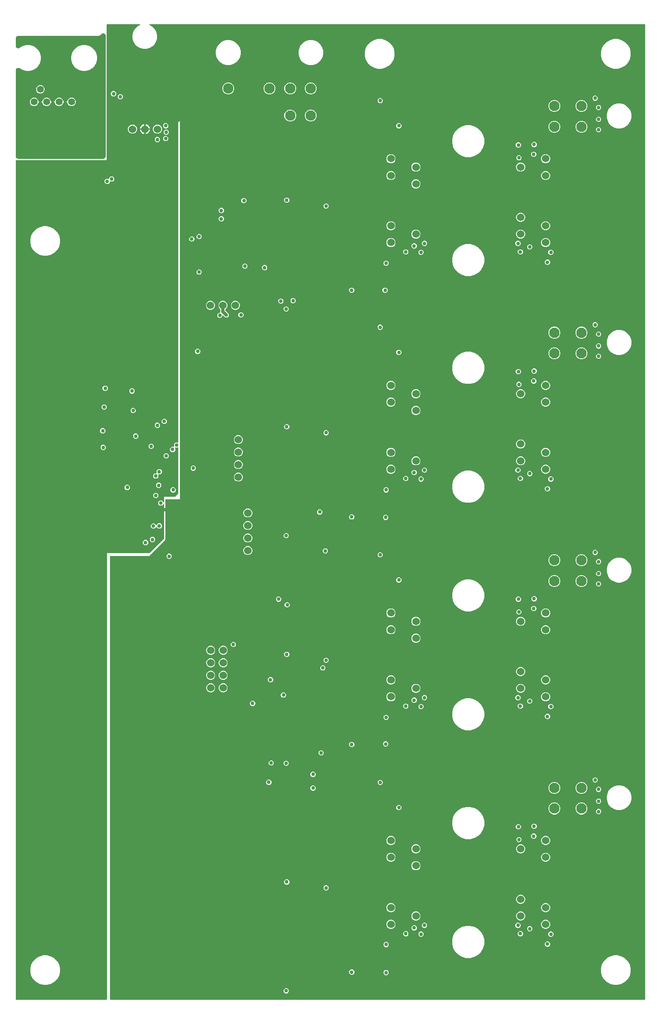
<source format=gbr>
G04 EAGLE Gerber RS-274X export*
G75*
%MOMM*%
%FSLAX34Y34*%
%LPD*%
%INEAGLE Copper Layer 2*%
%IPPOS*%
%AMOC8*
5,1,8,0,0,1.08239X$1,22.5*%
G01*
%ADD10C,1.524000*%
%ADD11C,1.408000*%
%ADD12C,2.100000*%
%ADD13C,0.756400*%
%ADD14C,0.700000*%

G36*
X282592Y1989832D02*
X282592Y1989832D01*
X282544Y1989833D01*
X282472Y1989812D01*
X282397Y1989800D01*
X282354Y1989777D01*
X282308Y1989763D01*
X282246Y1989720D01*
X282179Y1989684D01*
X282146Y1989650D01*
X282107Y1989622D01*
X282062Y1989561D01*
X282010Y1989506D01*
X281990Y1989463D01*
X281961Y1989424D01*
X281938Y1989352D01*
X281906Y1989283D01*
X281901Y1989235D01*
X281887Y1989190D01*
X281888Y1989114D01*
X281879Y1989039D01*
X281890Y1988992D01*
X281890Y1988944D01*
X281915Y1988872D01*
X281932Y1988798D01*
X281956Y1988757D01*
X281972Y1988712D01*
X282019Y1988652D01*
X282058Y1988587D01*
X282094Y1988556D01*
X282124Y1988518D01*
X282228Y1988442D01*
X282245Y1988427D01*
X282251Y1988425D01*
X282259Y1988419D01*
X287949Y1985134D01*
X292634Y1980449D01*
X295946Y1974712D01*
X297661Y1968312D01*
X297661Y1961688D01*
X295946Y1955288D01*
X292634Y1949551D01*
X287949Y1944866D01*
X282212Y1941554D01*
X275812Y1939839D01*
X269188Y1939839D01*
X262788Y1941554D01*
X257051Y1944866D01*
X252366Y1949551D01*
X249054Y1955288D01*
X247339Y1961688D01*
X247339Y1968312D01*
X249054Y1974712D01*
X252366Y1980449D01*
X257051Y1985134D01*
X262741Y1988419D01*
X262778Y1988449D01*
X262821Y1988472D01*
X262873Y1988527D01*
X262931Y1988575D01*
X262957Y1988615D01*
X262990Y1988650D01*
X263022Y1988719D01*
X263062Y1988783D01*
X263073Y1988830D01*
X263094Y1988873D01*
X263102Y1988948D01*
X263120Y1989022D01*
X263115Y1989070D01*
X263121Y1989117D01*
X263105Y1989192D01*
X263098Y1989267D01*
X263079Y1989311D01*
X263068Y1989358D01*
X263030Y1989423D01*
X262999Y1989492D01*
X262967Y1989528D01*
X262942Y1989569D01*
X262885Y1989618D01*
X262834Y1989674D01*
X262792Y1989698D01*
X262755Y1989729D01*
X262685Y1989757D01*
X262619Y1989794D01*
X262572Y1989803D01*
X262527Y1989821D01*
X262399Y1989835D01*
X262377Y1989839D01*
X262370Y1989838D01*
X262360Y1989839D01*
X196000Y1989839D01*
X195980Y1989836D01*
X195961Y1989838D01*
X195859Y1989816D01*
X195757Y1989800D01*
X195740Y1989790D01*
X195720Y1989786D01*
X195631Y1989733D01*
X195540Y1989684D01*
X195526Y1989670D01*
X195509Y1989660D01*
X195442Y1989581D01*
X195371Y1989506D01*
X195362Y1989488D01*
X195349Y1989473D01*
X195310Y1989377D01*
X195267Y1989283D01*
X195265Y1989263D01*
X195257Y1989245D01*
X195239Y1989078D01*
X195239Y1715315D01*
X193685Y1713761D01*
X10922Y1713761D01*
X10902Y1713758D01*
X10883Y1713760D01*
X10781Y1713738D01*
X10679Y1713722D01*
X10662Y1713712D01*
X10642Y1713708D01*
X10553Y1713655D01*
X10462Y1713606D01*
X10448Y1713592D01*
X10431Y1713582D01*
X10364Y1713503D01*
X10292Y1713428D01*
X10284Y1713410D01*
X10271Y1713395D01*
X10232Y1713299D01*
X10189Y1713205D01*
X10187Y1713185D01*
X10179Y1713167D01*
X10161Y1713000D01*
X10161Y10922D01*
X10164Y10902D01*
X10162Y10883D01*
X10184Y10781D01*
X10200Y10679D01*
X10210Y10662D01*
X10214Y10642D01*
X10267Y10553D01*
X10316Y10462D01*
X10330Y10448D01*
X10340Y10431D01*
X10419Y10364D01*
X10494Y10292D01*
X10512Y10284D01*
X10527Y10271D01*
X10623Y10232D01*
X10717Y10189D01*
X10737Y10187D01*
X10755Y10179D01*
X10922Y10161D01*
X195000Y10161D01*
X195020Y10164D01*
X195039Y10162D01*
X195141Y10184D01*
X195243Y10200D01*
X195260Y10210D01*
X195280Y10214D01*
X195369Y10267D01*
X195460Y10316D01*
X195474Y10330D01*
X195491Y10340D01*
X195558Y10419D01*
X195630Y10494D01*
X195638Y10512D01*
X195651Y10527D01*
X195690Y10623D01*
X195733Y10717D01*
X195735Y10737D01*
X195743Y10755D01*
X195761Y10922D01*
X195761Y916239D01*
X282000Y916239D01*
X282090Y916254D01*
X282181Y916261D01*
X282211Y916273D01*
X282243Y916279D01*
X282323Y916321D01*
X282407Y916357D01*
X282439Y916383D01*
X282460Y916394D01*
X282482Y916417D01*
X282538Y916462D01*
X311538Y945462D01*
X311591Y945536D01*
X311651Y945605D01*
X311663Y945635D01*
X311682Y945661D01*
X311709Y945748D01*
X311743Y945833D01*
X311747Y945874D01*
X311754Y945897D01*
X311753Y945929D01*
X311761Y946000D01*
X311761Y1015453D01*
X311750Y1015523D01*
X311748Y1015595D01*
X311730Y1015644D01*
X311722Y1015695D01*
X311688Y1015758D01*
X311663Y1015826D01*
X311631Y1015867D01*
X311606Y1015913D01*
X311555Y1015962D01*
X311510Y1016018D01*
X311466Y1016046D01*
X311428Y1016082D01*
X311363Y1016112D01*
X311303Y1016151D01*
X311252Y1016164D01*
X311205Y1016186D01*
X311134Y1016194D01*
X311064Y1016211D01*
X311012Y1016207D01*
X310961Y1016213D01*
X310890Y1016197D01*
X310819Y1016192D01*
X310771Y1016172D01*
X310720Y1016160D01*
X310659Y1016124D01*
X310593Y1016096D01*
X310537Y1016051D01*
X310509Y1016034D01*
X310494Y1016017D01*
X310462Y1015991D01*
X307188Y1012717D01*
X302812Y1012717D01*
X299717Y1015812D01*
X299717Y1020188D01*
X302812Y1023283D01*
X307188Y1023283D01*
X310462Y1020009D01*
X310520Y1019967D01*
X310572Y1019918D01*
X310619Y1019896D01*
X310661Y1019866D01*
X310730Y1019845D01*
X310795Y1019814D01*
X310847Y1019809D01*
X310897Y1019793D01*
X310968Y1019795D01*
X311039Y1019787D01*
X311090Y1019798D01*
X311142Y1019800D01*
X311210Y1019824D01*
X311280Y1019840D01*
X311324Y1019866D01*
X311373Y1019884D01*
X311429Y1019929D01*
X311491Y1019966D01*
X311525Y1020005D01*
X311565Y1020038D01*
X311604Y1020098D01*
X311651Y1020153D01*
X311670Y1020201D01*
X311698Y1020245D01*
X311716Y1020314D01*
X311743Y1020381D01*
X311751Y1020452D01*
X311759Y1020483D01*
X311757Y1020507D01*
X311761Y1020547D01*
X311761Y1030685D01*
X312315Y1031239D01*
X334000Y1031239D01*
X334090Y1031254D01*
X334181Y1031261D01*
X334211Y1031273D01*
X334243Y1031279D01*
X334323Y1031321D01*
X334407Y1031357D01*
X334439Y1031383D01*
X334460Y1031394D01*
X334482Y1031417D01*
X334538Y1031462D01*
X340538Y1037462D01*
X340591Y1037536D01*
X340651Y1037605D01*
X340663Y1037635D01*
X340682Y1037661D01*
X340709Y1037748D01*
X340743Y1037833D01*
X340747Y1037874D01*
X340754Y1037897D01*
X340753Y1037929D01*
X340761Y1038000D01*
X340761Y1130453D01*
X340750Y1130523D01*
X340748Y1130595D01*
X340730Y1130644D01*
X340722Y1130695D01*
X340688Y1130758D01*
X340663Y1130826D01*
X340631Y1130867D01*
X340606Y1130913D01*
X340555Y1130962D01*
X340510Y1131018D01*
X340466Y1131046D01*
X340428Y1131082D01*
X340363Y1131112D01*
X340303Y1131151D01*
X340252Y1131164D01*
X340205Y1131186D01*
X340134Y1131194D01*
X340064Y1131211D01*
X340012Y1131207D01*
X339961Y1131213D01*
X339890Y1131197D01*
X339819Y1131192D01*
X339771Y1131172D01*
X339720Y1131160D01*
X339659Y1131124D01*
X339593Y1131096D01*
X339537Y1131051D01*
X339509Y1131034D01*
X339494Y1131017D01*
X339462Y1130991D01*
X339188Y1130717D01*
X334591Y1130717D01*
X334521Y1130706D01*
X334449Y1130704D01*
X334400Y1130686D01*
X334349Y1130678D01*
X334285Y1130644D01*
X334218Y1130619D01*
X334177Y1130587D01*
X334131Y1130562D01*
X334082Y1130511D01*
X334026Y1130466D01*
X333998Y1130422D01*
X333962Y1130384D01*
X333932Y1130319D01*
X333893Y1130259D01*
X333880Y1130208D01*
X333858Y1130161D01*
X333850Y1130090D01*
X333833Y1130020D01*
X333837Y1129968D01*
X333831Y1129917D01*
X333846Y1129846D01*
X333852Y1129775D01*
X333872Y1129727D01*
X333883Y1129676D01*
X333920Y1129615D01*
X333948Y1129549D01*
X333993Y1129493D01*
X334010Y1129465D01*
X334027Y1129450D01*
X334053Y1129418D01*
X334283Y1129188D01*
X334283Y1124812D01*
X331188Y1121717D01*
X326812Y1121717D01*
X323717Y1124812D01*
X323717Y1129188D01*
X326812Y1132283D01*
X331409Y1132283D01*
X331479Y1132294D01*
X331551Y1132296D01*
X331600Y1132314D01*
X331651Y1132322D01*
X331715Y1132356D01*
X331782Y1132381D01*
X331823Y1132413D01*
X331869Y1132438D01*
X331918Y1132489D01*
X331974Y1132534D01*
X332002Y1132578D01*
X332038Y1132616D01*
X332068Y1132681D01*
X332107Y1132741D01*
X332120Y1132792D01*
X332142Y1132839D01*
X332150Y1132910D01*
X332167Y1132980D01*
X332163Y1133032D01*
X332169Y1133083D01*
X332154Y1133154D01*
X332148Y1133225D01*
X332128Y1133273D01*
X332117Y1133324D01*
X332080Y1133385D01*
X332052Y1133451D01*
X332007Y1133507D01*
X331990Y1133535D01*
X331973Y1133550D01*
X331947Y1133582D01*
X331717Y1133812D01*
X331717Y1138188D01*
X334812Y1141283D01*
X339188Y1141283D01*
X339462Y1141009D01*
X339520Y1140967D01*
X339572Y1140918D01*
X339619Y1140896D01*
X339661Y1140866D01*
X339730Y1140845D01*
X339795Y1140814D01*
X339847Y1140809D01*
X339897Y1140793D01*
X339968Y1140795D01*
X340039Y1140787D01*
X340090Y1140798D01*
X340142Y1140800D01*
X340210Y1140824D01*
X340280Y1140840D01*
X340324Y1140866D01*
X340373Y1140884D01*
X340429Y1140929D01*
X340491Y1140966D01*
X340525Y1141005D01*
X340565Y1141038D01*
X340604Y1141098D01*
X340651Y1141153D01*
X340670Y1141201D01*
X340698Y1141245D01*
X340716Y1141314D01*
X340743Y1141381D01*
X340751Y1141452D01*
X340759Y1141483D01*
X340757Y1141507D01*
X340761Y1141547D01*
X340761Y1789000D01*
X340747Y1789090D01*
X340739Y1789181D01*
X340727Y1789211D01*
X340722Y1789243D01*
X340679Y1789323D01*
X340643Y1789407D01*
X340617Y1789439D01*
X340606Y1789460D01*
X340583Y1789482D01*
X340538Y1789538D01*
X340077Y1790000D01*
X344001Y1793924D01*
X344001Y1025999D01*
X315000Y1025999D01*
X314936Y1025990D01*
X314872Y1025991D01*
X314797Y1025970D01*
X314721Y1025959D01*
X314662Y1025933D01*
X314600Y1025916D01*
X314534Y1025875D01*
X314464Y1025843D01*
X314415Y1025801D01*
X314360Y1025768D01*
X314308Y1025710D01*
X314250Y1025660D01*
X314214Y1025606D01*
X314171Y1025558D01*
X314138Y1025489D01*
X314095Y1025424D01*
X314076Y1025362D01*
X314048Y1025305D01*
X314037Y1025235D01*
X314013Y1025154D01*
X314012Y1025069D01*
X314001Y1025000D01*
X314001Y943414D01*
X281586Y910999D01*
X203000Y910999D01*
X202936Y910990D01*
X202872Y910991D01*
X202797Y910970D01*
X202721Y910959D01*
X202662Y910933D01*
X202600Y910916D01*
X202534Y910875D01*
X202464Y910843D01*
X202415Y910801D01*
X202360Y910768D01*
X202308Y910710D01*
X202250Y910660D01*
X202214Y910606D01*
X202171Y910558D01*
X202138Y910489D01*
X202095Y910424D01*
X202076Y910362D01*
X202048Y910305D01*
X202037Y910235D01*
X202013Y910154D01*
X202012Y910069D01*
X202001Y910000D01*
X202001Y11160D01*
X202010Y11096D01*
X202009Y11032D01*
X202030Y10957D01*
X202041Y10881D01*
X202067Y10822D01*
X202084Y10760D01*
X202125Y10694D01*
X202157Y10624D01*
X202199Y10575D01*
X202232Y10520D01*
X202290Y10468D01*
X202340Y10410D01*
X202394Y10374D01*
X202442Y10331D01*
X202511Y10298D01*
X202576Y10255D01*
X202638Y10236D01*
X202695Y10208D01*
X202765Y10197D01*
X202846Y10173D01*
X202931Y10172D01*
X203000Y10161D01*
X1288840Y10161D01*
X1288904Y10170D01*
X1288968Y10169D01*
X1289043Y10190D01*
X1289119Y10201D01*
X1289178Y10227D01*
X1289240Y10244D01*
X1289306Y10285D01*
X1289376Y10317D01*
X1289425Y10359D01*
X1289480Y10392D01*
X1289532Y10450D01*
X1289590Y10500D01*
X1289626Y10554D01*
X1289669Y10602D01*
X1289702Y10671D01*
X1289745Y10736D01*
X1289764Y10798D01*
X1289792Y10855D01*
X1289803Y10925D01*
X1289827Y11006D01*
X1289828Y11091D01*
X1289839Y11160D01*
X1289839Y1988840D01*
X1289830Y1988904D01*
X1289831Y1988968D01*
X1289810Y1989043D01*
X1289799Y1989119D01*
X1289773Y1989178D01*
X1289756Y1989240D01*
X1289715Y1989306D01*
X1289683Y1989376D01*
X1289641Y1989425D01*
X1289608Y1989480D01*
X1289550Y1989532D01*
X1289500Y1989590D01*
X1289446Y1989626D01*
X1289398Y1989669D01*
X1289329Y1989702D01*
X1289264Y1989745D01*
X1289202Y1989764D01*
X1289145Y1989792D01*
X1289075Y1989803D01*
X1288994Y1989827D01*
X1288909Y1989828D01*
X1288840Y1989839D01*
X282640Y1989839D01*
X282592Y1989832D01*
G37*
G36*
X188185Y1717012D02*
X188185Y1717012D01*
X188370Y1717014D01*
X188500Y1717032D01*
X188631Y1717041D01*
X188812Y1717076D01*
X188996Y1717101D01*
X189122Y1717135D01*
X189252Y1717160D01*
X189428Y1717218D01*
X189606Y1717266D01*
X189727Y1717316D01*
X189852Y1717357D01*
X190020Y1717436D01*
X190190Y1717506D01*
X190305Y1717571D01*
X190423Y1717627D01*
X190579Y1717727D01*
X190740Y1717819D01*
X190845Y1717897D01*
X190956Y1717968D01*
X191098Y1718087D01*
X191246Y1718198D01*
X191340Y1718289D01*
X191441Y1718373D01*
X191567Y1718509D01*
X191700Y1718638D01*
X191782Y1718740D01*
X191871Y1718837D01*
X191979Y1718987D01*
X192094Y1719131D01*
X192163Y1719244D01*
X192239Y1719350D01*
X192327Y1719513D01*
X192424Y1719671D01*
X192477Y1719791D01*
X192540Y1719906D01*
X192606Y1720079D01*
X192682Y1720248D01*
X192720Y1720373D01*
X192768Y1720496D01*
X192812Y1720676D01*
X192866Y1720853D01*
X192888Y1720982D01*
X192919Y1721110D01*
X192941Y1721293D01*
X192972Y1721476D01*
X192980Y1721629D01*
X192992Y1721737D01*
X192991Y1721846D01*
X192999Y1722000D01*
X192999Y1966541D01*
X192983Y1966790D01*
X192974Y1967041D01*
X192963Y1967106D01*
X192959Y1967171D01*
X192912Y1967417D01*
X192871Y1967665D01*
X192852Y1967728D01*
X192840Y1967792D01*
X192762Y1968031D01*
X192690Y1968270D01*
X192664Y1968330D01*
X192643Y1968393D01*
X192536Y1968620D01*
X192435Y1968848D01*
X192401Y1968905D01*
X192373Y1968964D01*
X192237Y1969175D01*
X192108Y1969390D01*
X192067Y1969441D01*
X192032Y1969496D01*
X191871Y1969689D01*
X191716Y1969885D01*
X191669Y1969931D01*
X191627Y1969982D01*
X191443Y1970152D01*
X191264Y1970327D01*
X191212Y1970367D01*
X191163Y1970412D01*
X190960Y1970558D01*
X190760Y1970709D01*
X190703Y1970742D01*
X190650Y1970780D01*
X190429Y1970899D01*
X190212Y1971024D01*
X190151Y1971049D01*
X190094Y1971080D01*
X189860Y1971171D01*
X189629Y1971267D01*
X189565Y1971285D01*
X189504Y1971308D01*
X189261Y1971368D01*
X189019Y1971435D01*
X188954Y1971444D01*
X188890Y1971460D01*
X188642Y1971489D01*
X188394Y1971524D01*
X188328Y1971525D01*
X188263Y1971533D01*
X188013Y1971530D01*
X187761Y1971534D01*
X187696Y1971527D01*
X187630Y1971526D01*
X187383Y1971492D01*
X187133Y1971464D01*
X187069Y1971449D01*
X187004Y1971440D01*
X186763Y1971375D01*
X186519Y1971316D01*
X186457Y1971292D01*
X186394Y1971275D01*
X186163Y1971180D01*
X185928Y1971090D01*
X185870Y1971059D01*
X185810Y1971034D01*
X185592Y1970911D01*
X185371Y1970793D01*
X185317Y1970755D01*
X185260Y1970722D01*
X185060Y1970572D01*
X184855Y1970427D01*
X184800Y1970378D01*
X184754Y1970343D01*
X184654Y1970246D01*
X184465Y1970076D01*
X182210Y1967821D01*
X178457Y1966266D01*
X15160Y1966266D01*
X14975Y1966255D01*
X14790Y1966253D01*
X14660Y1966235D01*
X14529Y1966226D01*
X14348Y1966191D01*
X14164Y1966166D01*
X14038Y1966132D01*
X13908Y1966107D01*
X13732Y1966049D01*
X13554Y1966001D01*
X13433Y1965951D01*
X13308Y1965910D01*
X13140Y1965831D01*
X12970Y1965761D01*
X12855Y1965696D01*
X12737Y1965640D01*
X12581Y1965540D01*
X12420Y1965449D01*
X12315Y1965370D01*
X12204Y1965299D01*
X12062Y1965180D01*
X11914Y1965069D01*
X11820Y1964978D01*
X11719Y1964894D01*
X11593Y1964758D01*
X11460Y1964629D01*
X11378Y1964527D01*
X11289Y1964430D01*
X11181Y1964280D01*
X11066Y1964136D01*
X10997Y1964023D01*
X10921Y1963917D01*
X10833Y1963754D01*
X10736Y1963596D01*
X10683Y1963476D01*
X10620Y1963361D01*
X10554Y1963188D01*
X10478Y1963019D01*
X10440Y1962894D01*
X10392Y1962771D01*
X10348Y1962591D01*
X10294Y1962414D01*
X10272Y1962285D01*
X10241Y1962157D01*
X10219Y1961974D01*
X10188Y1961791D01*
X10180Y1961638D01*
X10168Y1961530D01*
X10169Y1961421D01*
X10161Y1961267D01*
X10161Y1946127D01*
X10177Y1945877D01*
X10186Y1945626D01*
X10197Y1945561D01*
X10201Y1945496D01*
X10248Y1945250D01*
X10289Y1945002D01*
X10308Y1944940D01*
X10320Y1944875D01*
X10398Y1944637D01*
X10470Y1944397D01*
X10496Y1944337D01*
X10517Y1944274D01*
X10624Y1944048D01*
X10725Y1943819D01*
X10759Y1943763D01*
X10787Y1943703D01*
X10923Y1943492D01*
X11052Y1943278D01*
X11093Y1943226D01*
X11128Y1943171D01*
X11289Y1942979D01*
X11444Y1942782D01*
X11491Y1942736D01*
X11533Y1942686D01*
X11717Y1942516D01*
X11896Y1942340D01*
X11949Y1942300D01*
X11997Y1942256D01*
X12200Y1942110D01*
X12400Y1941958D01*
X12457Y1941926D01*
X12510Y1941887D01*
X12730Y1941768D01*
X12948Y1941643D01*
X13009Y1941618D01*
X13066Y1941587D01*
X13300Y1941497D01*
X13531Y1941400D01*
X13595Y1941383D01*
X13656Y1941359D01*
X13899Y1941299D01*
X14141Y1941232D01*
X14206Y1941223D01*
X14270Y1941207D01*
X14518Y1941178D01*
X14767Y1941143D01*
X14832Y1941142D01*
X14897Y1941134D01*
X15147Y1941137D01*
X15399Y1941133D01*
X15464Y1941140D01*
X15530Y1941141D01*
X15777Y1941175D01*
X16027Y1941203D01*
X16091Y1941219D01*
X16156Y1941228D01*
X16397Y1941293D01*
X16641Y1941352D01*
X16703Y1941375D01*
X16766Y1941392D01*
X16997Y1941487D01*
X17232Y1941577D01*
X17290Y1941608D01*
X17350Y1941633D01*
X17568Y1941757D01*
X17789Y1941875D01*
X17843Y1941913D01*
X17900Y1941945D01*
X18100Y1942095D01*
X18305Y1942241D01*
X18360Y1942290D01*
X18406Y1942324D01*
X18506Y1942422D01*
X18572Y1942481D01*
X24625Y1945975D01*
X31343Y1947776D01*
X38299Y1947776D01*
X45018Y1945975D01*
X51041Y1942498D01*
X55960Y1937579D01*
X59438Y1931556D01*
X61238Y1924837D01*
X61238Y1917881D01*
X59438Y1911162D01*
X55960Y1905139D01*
X51041Y1900220D01*
X45018Y1896743D01*
X38299Y1894942D01*
X31343Y1894942D01*
X24625Y1896743D01*
X18564Y1900242D01*
X18507Y1900292D01*
X18323Y1900462D01*
X18270Y1900501D01*
X18221Y1900544D01*
X18013Y1900685D01*
X17810Y1900831D01*
X17752Y1900862D01*
X17698Y1900899D01*
X17474Y1901012D01*
X17254Y1901131D01*
X17192Y1901155D01*
X17134Y1901184D01*
X16898Y1901269D01*
X16664Y1901359D01*
X16600Y1901375D01*
X16538Y1901397D01*
X16294Y1901450D01*
X16050Y1901511D01*
X15985Y1901518D01*
X15921Y1901532D01*
X15671Y1901555D01*
X15423Y1901584D01*
X15357Y1901583D01*
X15291Y1901589D01*
X15041Y1901580D01*
X14790Y1901577D01*
X14725Y1901568D01*
X14660Y1901565D01*
X14412Y1901525D01*
X14164Y1901490D01*
X14101Y1901473D01*
X14036Y1901463D01*
X13795Y1901391D01*
X13554Y1901326D01*
X13494Y1901301D01*
X13430Y1901282D01*
X13201Y1901180D01*
X12970Y1901085D01*
X12912Y1901053D01*
X12852Y1901026D01*
X12638Y1900897D01*
X12420Y1900773D01*
X12367Y1900733D01*
X12311Y1900700D01*
X12115Y1900544D01*
X11914Y1900394D01*
X11867Y1900348D01*
X11816Y1900307D01*
X11640Y1900128D01*
X11460Y1899954D01*
X11419Y1899902D01*
X11373Y1899856D01*
X11222Y1899656D01*
X11066Y1899460D01*
X11031Y1899404D01*
X10992Y1899352D01*
X10867Y1899134D01*
X10736Y1898920D01*
X10710Y1898861D01*
X10677Y1898804D01*
X10580Y1898572D01*
X10478Y1898344D01*
X10459Y1898281D01*
X10434Y1898220D01*
X10367Y1897979D01*
X10294Y1897739D01*
X10283Y1897674D01*
X10266Y1897611D01*
X10230Y1897363D01*
X10188Y1897116D01*
X10184Y1897042D01*
X10176Y1896985D01*
X10174Y1896845D01*
X10161Y1896591D01*
X10161Y1722000D01*
X10172Y1721815D01*
X10174Y1721630D01*
X10192Y1721500D01*
X10201Y1721369D01*
X10236Y1721188D01*
X10261Y1721004D01*
X10295Y1720878D01*
X10320Y1720748D01*
X10378Y1720572D01*
X10426Y1720394D01*
X10476Y1720273D01*
X10517Y1720148D01*
X10596Y1719980D01*
X10666Y1719810D01*
X10731Y1719695D01*
X10787Y1719577D01*
X10887Y1719421D01*
X10978Y1719260D01*
X11057Y1719155D01*
X11128Y1719044D01*
X11247Y1718902D01*
X11358Y1718754D01*
X11449Y1718660D01*
X11533Y1718559D01*
X11669Y1718433D01*
X11798Y1718300D01*
X11900Y1718218D01*
X11997Y1718129D01*
X12147Y1718021D01*
X12291Y1717906D01*
X12404Y1717837D01*
X12510Y1717761D01*
X12673Y1717673D01*
X12831Y1717576D01*
X12951Y1717523D01*
X13066Y1717460D01*
X13239Y1717394D01*
X13408Y1717318D01*
X13533Y1717280D01*
X13656Y1717232D01*
X13836Y1717188D01*
X14013Y1717134D01*
X14142Y1717112D01*
X14270Y1717081D01*
X14453Y1717059D01*
X14636Y1717028D01*
X14789Y1717020D01*
X14897Y1717008D01*
X15006Y1717009D01*
X15160Y1717001D01*
X188000Y1717001D01*
X188185Y1717012D01*
G37*
%LPC*%
G36*
X925700Y1018689D02*
X925700Y1018689D01*
X917393Y1020915D01*
X909946Y1025215D01*
X903865Y1031296D01*
X899565Y1038743D01*
X897339Y1047050D01*
X897339Y1055650D01*
X899565Y1063957D01*
X903865Y1071404D01*
X909946Y1077485D01*
X917393Y1081785D01*
X925700Y1084011D01*
X934300Y1084011D01*
X942607Y1081785D01*
X950054Y1077485D01*
X956135Y1071404D01*
X960435Y1063957D01*
X962661Y1055650D01*
X962661Y1047050D01*
X960435Y1038743D01*
X956135Y1031296D01*
X950054Y1025215D01*
X942607Y1020915D01*
X934300Y1018689D01*
X925700Y1018689D01*
G37*
%LPD*%
%LPC*%
G36*
X925700Y1259989D02*
X925700Y1259989D01*
X917393Y1262215D01*
X909946Y1266515D01*
X903865Y1272596D01*
X899565Y1280043D01*
X897339Y1288350D01*
X897339Y1296950D01*
X899565Y1305257D01*
X903865Y1312704D01*
X909946Y1318785D01*
X917393Y1323085D01*
X925700Y1325311D01*
X934300Y1325311D01*
X942607Y1323085D01*
X950054Y1318785D01*
X956135Y1312704D01*
X960435Y1305257D01*
X962661Y1296950D01*
X962661Y1288350D01*
X960435Y1280043D01*
X956135Y1272596D01*
X950054Y1266515D01*
X942607Y1262215D01*
X934300Y1259989D01*
X925700Y1259989D01*
G37*
%LPD*%
%LPC*%
G36*
X925700Y1478689D02*
X925700Y1478689D01*
X917393Y1480915D01*
X909946Y1485215D01*
X903865Y1491296D01*
X899565Y1498743D01*
X897339Y1507050D01*
X897339Y1515650D01*
X899565Y1523957D01*
X903865Y1531404D01*
X909946Y1537485D01*
X917393Y1541785D01*
X925700Y1544011D01*
X934300Y1544011D01*
X942607Y1541785D01*
X950054Y1537485D01*
X956135Y1531404D01*
X960435Y1523957D01*
X962661Y1515650D01*
X962661Y1507050D01*
X960435Y1498743D01*
X956135Y1491296D01*
X950054Y1485215D01*
X942607Y1480915D01*
X934300Y1478689D01*
X925700Y1478689D01*
G37*
%LPD*%
%LPC*%
G36*
X925700Y1719989D02*
X925700Y1719989D01*
X917393Y1722215D01*
X909946Y1726515D01*
X903865Y1732596D01*
X899565Y1740043D01*
X897339Y1748350D01*
X897339Y1756950D01*
X899565Y1765257D01*
X903865Y1772704D01*
X909946Y1778785D01*
X917393Y1783085D01*
X925700Y1785311D01*
X934300Y1785311D01*
X942607Y1783085D01*
X950054Y1778785D01*
X956135Y1772704D01*
X960435Y1765257D01*
X962661Y1756950D01*
X962661Y1748350D01*
X960435Y1740043D01*
X956135Y1732596D01*
X950054Y1726515D01*
X942607Y1722215D01*
X934300Y1719989D01*
X925700Y1719989D01*
G37*
%LPD*%
%LPC*%
G36*
X925700Y797989D02*
X925700Y797989D01*
X917393Y800215D01*
X909946Y804515D01*
X903865Y810596D01*
X899565Y818043D01*
X897339Y826350D01*
X897339Y834950D01*
X899565Y843257D01*
X903865Y850704D01*
X909946Y856785D01*
X917393Y861085D01*
X925700Y863311D01*
X934300Y863311D01*
X942607Y861085D01*
X950054Y856785D01*
X956135Y850704D01*
X960435Y843257D01*
X962661Y834950D01*
X962661Y826350D01*
X960435Y818043D01*
X956135Y810596D01*
X950054Y804515D01*
X942607Y800215D01*
X934300Y797989D01*
X925700Y797989D01*
G37*
%LPD*%
%LPC*%
G36*
X925700Y556689D02*
X925700Y556689D01*
X917393Y558915D01*
X909946Y563215D01*
X903865Y569296D01*
X899565Y576743D01*
X897339Y585050D01*
X897339Y593650D01*
X899565Y601957D01*
X903865Y609404D01*
X909946Y615485D01*
X917393Y619785D01*
X925700Y622011D01*
X934300Y622011D01*
X942607Y619785D01*
X950054Y615485D01*
X956135Y609404D01*
X960435Y601957D01*
X962661Y593650D01*
X962661Y585050D01*
X960435Y576743D01*
X956135Y569296D01*
X950054Y563215D01*
X942607Y558915D01*
X934300Y556689D01*
X925700Y556689D01*
G37*
%LPD*%
%LPC*%
G36*
X925700Y335989D02*
X925700Y335989D01*
X917393Y338215D01*
X909946Y342515D01*
X903865Y348596D01*
X899565Y356043D01*
X897339Y364350D01*
X897339Y372950D01*
X899565Y381257D01*
X903865Y388704D01*
X909946Y394785D01*
X917393Y399085D01*
X925700Y401311D01*
X934300Y401311D01*
X942607Y399085D01*
X950054Y394785D01*
X956135Y388704D01*
X960435Y381257D01*
X962661Y372950D01*
X962661Y364350D01*
X960435Y356043D01*
X956135Y348596D01*
X950054Y342515D01*
X942607Y338215D01*
X934300Y335989D01*
X925700Y335989D01*
G37*
%LPD*%
%LPC*%
G36*
X925700Y94689D02*
X925700Y94689D01*
X917393Y96915D01*
X909946Y101215D01*
X903865Y107296D01*
X899565Y114743D01*
X897339Y123050D01*
X897339Y131650D01*
X899565Y139957D01*
X903865Y147404D01*
X909946Y153485D01*
X917393Y157785D01*
X925700Y160011D01*
X934300Y160011D01*
X942607Y157785D01*
X950054Y153485D01*
X956135Y147404D01*
X960435Y139957D01*
X962661Y131650D01*
X962661Y123050D01*
X960435Y114743D01*
X956135Y107296D01*
X950054Y101215D01*
X942607Y96915D01*
X934300Y94689D01*
X925700Y94689D01*
G37*
%LPD*%
%LPC*%
G36*
X1226029Y1899839D02*
X1226029Y1899839D01*
X1218358Y1901895D01*
X1211481Y1905865D01*
X1205865Y1911481D01*
X1201895Y1918358D01*
X1199839Y1926029D01*
X1199839Y1933971D01*
X1201895Y1941642D01*
X1205865Y1948519D01*
X1211481Y1954135D01*
X1218358Y1958105D01*
X1226029Y1960161D01*
X1233971Y1960161D01*
X1241642Y1958105D01*
X1248519Y1954135D01*
X1254135Y1948519D01*
X1258105Y1941642D01*
X1260161Y1933971D01*
X1260161Y1926029D01*
X1258105Y1918358D01*
X1254135Y1911481D01*
X1248519Y1905865D01*
X1241642Y1901895D01*
X1233971Y1899839D01*
X1226029Y1899839D01*
G37*
%LPD*%
%LPC*%
G36*
X746029Y1899839D02*
X746029Y1899839D01*
X738358Y1901895D01*
X731481Y1905865D01*
X725865Y1911481D01*
X721895Y1918358D01*
X719839Y1926029D01*
X719839Y1933971D01*
X721895Y1941642D01*
X725865Y1948519D01*
X731481Y1954135D01*
X738358Y1958105D01*
X746029Y1960161D01*
X753971Y1960161D01*
X761642Y1958105D01*
X768519Y1954135D01*
X774135Y1948519D01*
X778105Y1941642D01*
X780161Y1933971D01*
X780161Y1926029D01*
X778105Y1918358D01*
X774135Y1911481D01*
X768519Y1905865D01*
X761642Y1901895D01*
X753971Y1899839D01*
X746029Y1899839D01*
G37*
%LPD*%
%LPC*%
G36*
X1226029Y39839D02*
X1226029Y39839D01*
X1218358Y41895D01*
X1211481Y45865D01*
X1205865Y51481D01*
X1201895Y58358D01*
X1199839Y66029D01*
X1199839Y73971D01*
X1201895Y81642D01*
X1205865Y88519D01*
X1211481Y94135D01*
X1218358Y98105D01*
X1226029Y100161D01*
X1233971Y100161D01*
X1241642Y98105D01*
X1248519Y94135D01*
X1254135Y88519D01*
X1258105Y81642D01*
X1260161Y73971D01*
X1260161Y66029D01*
X1258105Y58358D01*
X1254135Y51481D01*
X1248519Y45865D01*
X1241642Y41895D01*
X1233971Y39839D01*
X1226029Y39839D01*
G37*
%LPD*%
%LPC*%
G36*
X66029Y1519839D02*
X66029Y1519839D01*
X58358Y1521895D01*
X51481Y1525865D01*
X45865Y1531481D01*
X41895Y1538358D01*
X39839Y1546029D01*
X39839Y1553971D01*
X41895Y1561642D01*
X45865Y1568519D01*
X51481Y1574135D01*
X58358Y1578105D01*
X66029Y1580161D01*
X73971Y1580161D01*
X81642Y1578105D01*
X88519Y1574135D01*
X94135Y1568519D01*
X98105Y1561642D01*
X100161Y1553971D01*
X100161Y1546029D01*
X98105Y1538358D01*
X94135Y1531481D01*
X88519Y1525865D01*
X81642Y1521895D01*
X73971Y1519839D01*
X66029Y1519839D01*
G37*
%LPD*%
%LPC*%
G36*
X66029Y39839D02*
X66029Y39839D01*
X58358Y41895D01*
X51481Y45865D01*
X45865Y51481D01*
X41895Y58358D01*
X39839Y66029D01*
X39839Y73971D01*
X41895Y81642D01*
X45865Y88519D01*
X51481Y94135D01*
X58358Y98105D01*
X66029Y100161D01*
X73971Y100161D01*
X81642Y98105D01*
X88519Y94135D01*
X94135Y88519D01*
X98105Y81642D01*
X100161Y73971D01*
X100161Y66029D01*
X98105Y58358D01*
X94135Y51481D01*
X88519Y45865D01*
X81642Y41895D01*
X73971Y39839D01*
X66029Y39839D01*
G37*
%LPD*%
%LPC*%
G36*
X145643Y1894942D02*
X145643Y1894942D01*
X138925Y1896743D01*
X132901Y1900220D01*
X127983Y1905139D01*
X124505Y1911162D01*
X122704Y1917881D01*
X122704Y1924837D01*
X124505Y1931556D01*
X127983Y1937579D01*
X132901Y1942498D01*
X138925Y1945975D01*
X145643Y1947776D01*
X152599Y1947776D01*
X159318Y1945975D01*
X165341Y1942498D01*
X170260Y1937579D01*
X173738Y1931556D01*
X175538Y1924837D01*
X175538Y1917881D01*
X173738Y1911162D01*
X170260Y1905139D01*
X165341Y1900220D01*
X159318Y1896743D01*
X152599Y1894942D01*
X145643Y1894942D01*
G37*
%LPD*%
%LPC*%
G36*
X438687Y1907339D02*
X438687Y1907339D01*
X432288Y1909054D01*
X426551Y1912366D01*
X421866Y1917051D01*
X418554Y1922788D01*
X416839Y1929187D01*
X416839Y1935813D01*
X418554Y1942212D01*
X421866Y1947949D01*
X426551Y1952634D01*
X432288Y1955946D01*
X438687Y1957661D01*
X445313Y1957661D01*
X451712Y1955946D01*
X457449Y1952634D01*
X462134Y1947949D01*
X465446Y1942212D01*
X467161Y1935813D01*
X467161Y1929187D01*
X465446Y1922788D01*
X462134Y1917051D01*
X457449Y1912366D01*
X451712Y1909054D01*
X445313Y1907339D01*
X438687Y1907339D01*
G37*
%LPD*%
%LPC*%
G36*
X606687Y1907339D02*
X606687Y1907339D01*
X600288Y1909054D01*
X594551Y1912366D01*
X589866Y1917051D01*
X586554Y1922788D01*
X584839Y1929187D01*
X584839Y1935813D01*
X586554Y1942212D01*
X589866Y1947949D01*
X594551Y1952634D01*
X600288Y1955946D01*
X606687Y1957661D01*
X613313Y1957661D01*
X619712Y1955946D01*
X625449Y1952634D01*
X630134Y1947949D01*
X633446Y1942212D01*
X635161Y1935813D01*
X635161Y1929187D01*
X633446Y1922788D01*
X630134Y1917051D01*
X625449Y1912366D01*
X619712Y1909054D01*
X613313Y1907339D01*
X606687Y1907339D01*
G37*
%LPD*%
%LPC*%
G36*
X1233187Y856839D02*
X1233187Y856839D01*
X1226788Y858554D01*
X1221051Y861866D01*
X1216366Y866551D01*
X1213054Y872288D01*
X1211339Y878687D01*
X1211339Y885313D01*
X1213054Y891712D01*
X1216366Y897449D01*
X1221051Y902134D01*
X1226788Y905446D01*
X1233187Y907161D01*
X1239813Y907161D01*
X1246212Y905446D01*
X1251949Y902134D01*
X1256634Y897449D01*
X1259946Y891712D01*
X1261661Y885313D01*
X1261661Y878687D01*
X1259946Y872288D01*
X1256634Y866551D01*
X1251949Y861866D01*
X1246212Y858554D01*
X1239813Y856839D01*
X1233187Y856839D01*
G37*
%LPD*%
%LPC*%
G36*
X1233187Y1318839D02*
X1233187Y1318839D01*
X1226788Y1320554D01*
X1221051Y1323866D01*
X1216366Y1328551D01*
X1213054Y1334288D01*
X1211339Y1340687D01*
X1211339Y1347313D01*
X1213054Y1353712D01*
X1216366Y1359449D01*
X1221051Y1364134D01*
X1226788Y1367446D01*
X1233187Y1369161D01*
X1239813Y1369161D01*
X1246212Y1367446D01*
X1251949Y1364134D01*
X1256634Y1359449D01*
X1259946Y1353712D01*
X1261661Y1347313D01*
X1261661Y1340687D01*
X1259946Y1334288D01*
X1256634Y1328551D01*
X1251949Y1323866D01*
X1246212Y1320554D01*
X1239813Y1318839D01*
X1233187Y1318839D01*
G37*
%LPD*%
%LPC*%
G36*
X1233187Y1778839D02*
X1233187Y1778839D01*
X1226788Y1780554D01*
X1221051Y1783866D01*
X1216366Y1788551D01*
X1213054Y1794288D01*
X1211339Y1800687D01*
X1211339Y1807313D01*
X1213054Y1813712D01*
X1216366Y1819449D01*
X1221051Y1824134D01*
X1226788Y1827446D01*
X1233187Y1829161D01*
X1239813Y1829161D01*
X1246212Y1827446D01*
X1251949Y1824134D01*
X1256634Y1819449D01*
X1259946Y1813712D01*
X1261661Y1807313D01*
X1261661Y1800687D01*
X1259946Y1794288D01*
X1256634Y1788551D01*
X1251949Y1783866D01*
X1246212Y1780554D01*
X1239813Y1778839D01*
X1233187Y1778839D01*
G37*
%LPD*%
%LPC*%
G36*
X1233187Y394839D02*
X1233187Y394839D01*
X1226788Y396554D01*
X1221051Y399866D01*
X1216366Y404551D01*
X1213054Y410288D01*
X1211339Y416687D01*
X1211339Y423313D01*
X1213054Y429712D01*
X1216366Y435449D01*
X1221051Y440134D01*
X1226788Y443446D01*
X1233187Y445161D01*
X1239813Y445161D01*
X1246212Y443446D01*
X1251949Y440134D01*
X1256634Y435449D01*
X1259946Y429712D01*
X1261661Y423313D01*
X1261661Y416687D01*
X1259946Y410288D01*
X1256634Y404551D01*
X1251949Y399866D01*
X1246212Y396554D01*
X1239813Y394839D01*
X1233187Y394839D01*
G37*
%LPD*%
%LPC*%
G36*
X423949Y1393717D02*
X423949Y1393717D01*
X422008Y1394522D01*
X420522Y1396008D01*
X419717Y1397949D01*
X419717Y1400051D01*
X420522Y1401992D01*
X422008Y1403478D01*
X423949Y1404283D01*
X425400Y1404283D01*
X425464Y1404292D01*
X425528Y1404291D01*
X425603Y1404312D01*
X425679Y1404323D01*
X425738Y1404349D01*
X425800Y1404366D01*
X425866Y1404407D01*
X425936Y1404439D01*
X425985Y1404481D01*
X426040Y1404514D01*
X426092Y1404572D01*
X426150Y1404622D01*
X426186Y1404676D01*
X426229Y1404724D01*
X426262Y1404793D01*
X426305Y1404858D01*
X426324Y1404920D01*
X426352Y1404977D01*
X426363Y1405047D01*
X426387Y1405128D01*
X426388Y1405213D01*
X426399Y1405282D01*
X426399Y1411188D01*
X426386Y1411283D01*
X426381Y1411379D01*
X426366Y1411422D01*
X426359Y1411467D01*
X426320Y1411555D01*
X426288Y1411646D01*
X426263Y1411680D01*
X426243Y1411724D01*
X426160Y1411822D01*
X426107Y1411895D01*
X423668Y1414333D01*
X422279Y1417686D01*
X422279Y1421314D01*
X423668Y1424667D01*
X426233Y1427232D01*
X429586Y1428621D01*
X433214Y1428621D01*
X436567Y1427232D01*
X439132Y1424667D01*
X440521Y1421314D01*
X440521Y1417686D01*
X439132Y1414333D01*
X436693Y1411895D01*
X436636Y1411818D01*
X436571Y1411747D01*
X436551Y1411706D01*
X436524Y1411669D01*
X436490Y1411579D01*
X436448Y1411493D01*
X436442Y1411451D01*
X436425Y1411405D01*
X436415Y1411278D01*
X436401Y1411188D01*
X436401Y1409085D01*
X436409Y1409024D01*
X436409Y1408983D01*
X436416Y1408958D01*
X436419Y1408894D01*
X436434Y1408851D01*
X436441Y1408806D01*
X436480Y1408719D01*
X436512Y1408628D01*
X436537Y1408593D01*
X436557Y1408549D01*
X436640Y1408452D01*
X436693Y1408379D01*
X440171Y1404901D01*
X440204Y1404876D01*
X440232Y1404845D01*
X440306Y1404800D01*
X440397Y1404732D01*
X440452Y1404711D01*
X440495Y1404684D01*
X440992Y1404478D01*
X442478Y1402992D01*
X442684Y1402495D01*
X442706Y1402459D01*
X442719Y1402420D01*
X442770Y1402350D01*
X442828Y1402253D01*
X442871Y1402212D01*
X442901Y1402171D01*
X443001Y1402071D01*
X443001Y1401930D01*
X443007Y1401889D01*
X443004Y1401848D01*
X443024Y1401764D01*
X443041Y1401651D01*
X443065Y1401598D01*
X443077Y1401548D01*
X443283Y1401051D01*
X443283Y1398949D01*
X443077Y1398452D01*
X443066Y1398412D01*
X443048Y1398374D01*
X443035Y1398289D01*
X443007Y1398179D01*
X443009Y1398120D01*
X443001Y1398070D01*
X443001Y1397929D01*
X442901Y1397829D01*
X442878Y1397798D01*
X442856Y1397780D01*
X442853Y1397775D01*
X442845Y1397768D01*
X442800Y1397694D01*
X442732Y1397603D01*
X442720Y1397571D01*
X442702Y1397544D01*
X442695Y1397522D01*
X442684Y1397505D01*
X442478Y1397008D01*
X440992Y1395522D01*
X440495Y1395316D01*
X440459Y1395294D01*
X440420Y1395281D01*
X440350Y1395230D01*
X440253Y1395172D01*
X440212Y1395129D01*
X440171Y1395099D01*
X440071Y1394999D01*
X439930Y1394999D01*
X439889Y1394993D01*
X439848Y1394996D01*
X439764Y1394976D01*
X439651Y1394959D01*
X439598Y1394935D01*
X439548Y1394923D01*
X439051Y1394717D01*
X436949Y1394717D01*
X436452Y1394923D01*
X436412Y1394934D01*
X436374Y1394952D01*
X436289Y1394965D01*
X436179Y1394993D01*
X436120Y1394991D01*
X436070Y1394999D01*
X435929Y1394999D01*
X435829Y1395099D01*
X435796Y1395124D01*
X435768Y1395155D01*
X435694Y1395200D01*
X435603Y1395268D01*
X435548Y1395289D01*
X435505Y1395316D01*
X435008Y1395522D01*
X433522Y1397008D01*
X433316Y1397505D01*
X433311Y1397512D01*
X433309Y1397519D01*
X433292Y1397548D01*
X433281Y1397580D01*
X433230Y1397649D01*
X433172Y1397747D01*
X433164Y1397755D01*
X433161Y1397759D01*
X433128Y1397790D01*
X433099Y1397829D01*
X431989Y1398939D01*
X431963Y1398959D01*
X431942Y1398983D01*
X431850Y1399043D01*
X431763Y1399109D01*
X431733Y1399120D01*
X431706Y1399138D01*
X431601Y1399170D01*
X431499Y1399208D01*
X431467Y1399211D01*
X431436Y1399220D01*
X431327Y1399221D01*
X431218Y1399230D01*
X431186Y1399223D01*
X431154Y1399224D01*
X431049Y1399195D01*
X430942Y1399172D01*
X430913Y1399157D01*
X430882Y1399149D01*
X430789Y1399091D01*
X430693Y1399040D01*
X430670Y1399017D01*
X430642Y1399000D01*
X430569Y1398919D01*
X430491Y1398843D01*
X430475Y1398815D01*
X430453Y1398791D01*
X430406Y1398693D01*
X430352Y1398598D01*
X430344Y1398566D01*
X430330Y1398537D01*
X430316Y1398448D01*
X430287Y1398323D01*
X430289Y1398275D01*
X430283Y1398233D01*
X430283Y1397949D01*
X429478Y1396008D01*
X427992Y1394522D01*
X426051Y1393717D01*
X423949Y1393717D01*
G37*
%LPD*%
%LPC*%
G36*
X1102613Y889999D02*
X1102613Y889999D01*
X1098202Y891826D01*
X1094826Y895202D01*
X1092999Y899613D01*
X1092999Y904387D01*
X1094826Y908798D01*
X1098202Y912174D01*
X1102613Y914001D01*
X1107387Y914001D01*
X1111798Y912174D01*
X1115174Y908798D01*
X1117001Y904387D01*
X1117001Y899613D01*
X1115174Y895202D01*
X1111798Y891826D01*
X1107387Y889999D01*
X1102613Y889999D01*
G37*
%LPD*%
%LPC*%
G36*
X565613Y1792499D02*
X565613Y1792499D01*
X561202Y1794326D01*
X557826Y1797702D01*
X555999Y1802113D01*
X555999Y1806887D01*
X557826Y1811298D01*
X561202Y1814674D01*
X565613Y1816501D01*
X570387Y1816501D01*
X574798Y1814674D01*
X578174Y1811298D01*
X580001Y1806887D01*
X580001Y1802113D01*
X578174Y1797702D01*
X574798Y1794326D01*
X570387Y1792499D01*
X565613Y1792499D01*
G37*
%LPD*%
%LPC*%
G36*
X607613Y1792499D02*
X607613Y1792499D01*
X603202Y1794326D01*
X599826Y1797702D01*
X597999Y1802113D01*
X597999Y1806887D01*
X599826Y1811298D01*
X603202Y1814674D01*
X607613Y1816501D01*
X612387Y1816501D01*
X616798Y1814674D01*
X620174Y1811298D01*
X622001Y1806887D01*
X622001Y1802113D01*
X620174Y1797702D01*
X616798Y1794326D01*
X612387Y1792499D01*
X607613Y1792499D01*
G37*
%LPD*%
%LPC*%
G36*
X607613Y1847499D02*
X607613Y1847499D01*
X603202Y1849326D01*
X599826Y1852702D01*
X597999Y1857113D01*
X597999Y1861887D01*
X599826Y1866298D01*
X603202Y1869674D01*
X607613Y1871501D01*
X612387Y1871501D01*
X616798Y1869674D01*
X620174Y1866298D01*
X622001Y1861887D01*
X622001Y1857113D01*
X620174Y1852702D01*
X616798Y1849326D01*
X612387Y1847499D01*
X607613Y1847499D01*
G37*
%LPD*%
%LPC*%
G36*
X1102613Y1769999D02*
X1102613Y1769999D01*
X1098202Y1771826D01*
X1094826Y1775202D01*
X1092999Y1779613D01*
X1092999Y1784387D01*
X1094826Y1788798D01*
X1098202Y1792174D01*
X1102613Y1794001D01*
X1107387Y1794001D01*
X1111798Y1792174D01*
X1115174Y1788798D01*
X1117001Y1784387D01*
X1117001Y1779613D01*
X1115174Y1775202D01*
X1111798Y1771826D01*
X1107387Y1769999D01*
X1102613Y1769999D01*
G37*
%LPD*%
%LPC*%
G36*
X1157613Y1769999D02*
X1157613Y1769999D01*
X1153202Y1771826D01*
X1149826Y1775202D01*
X1147999Y1779613D01*
X1147999Y1784387D01*
X1149826Y1788798D01*
X1153202Y1792174D01*
X1157613Y1794001D01*
X1162387Y1794001D01*
X1166798Y1792174D01*
X1170174Y1788798D01*
X1172001Y1784387D01*
X1172001Y1779613D01*
X1170174Y1775202D01*
X1166798Y1771826D01*
X1162387Y1769999D01*
X1157613Y1769999D01*
G37*
%LPD*%
%LPC*%
G36*
X1102613Y1351999D02*
X1102613Y1351999D01*
X1098202Y1353826D01*
X1094826Y1357202D01*
X1092999Y1361613D01*
X1092999Y1366387D01*
X1094826Y1370798D01*
X1098202Y1374174D01*
X1102613Y1376001D01*
X1107387Y1376001D01*
X1111798Y1374174D01*
X1115174Y1370798D01*
X1117001Y1366387D01*
X1117001Y1361613D01*
X1115174Y1357202D01*
X1111798Y1353826D01*
X1107387Y1351999D01*
X1102613Y1351999D01*
G37*
%LPD*%
%LPC*%
G36*
X523613Y1847499D02*
X523613Y1847499D01*
X519202Y1849326D01*
X515826Y1852702D01*
X513999Y1857113D01*
X513999Y1861887D01*
X515826Y1866298D01*
X519202Y1869674D01*
X523613Y1871501D01*
X528387Y1871501D01*
X532798Y1869674D01*
X536174Y1866298D01*
X538001Y1861887D01*
X538001Y1857113D01*
X536174Y1852702D01*
X532798Y1849326D01*
X528387Y1847499D01*
X523613Y1847499D01*
G37*
%LPD*%
%LPC*%
G36*
X439613Y1847499D02*
X439613Y1847499D01*
X435202Y1849326D01*
X431826Y1852702D01*
X429999Y1857113D01*
X429999Y1861887D01*
X431826Y1866298D01*
X435202Y1869674D01*
X439613Y1871501D01*
X444387Y1871501D01*
X448798Y1869674D01*
X452174Y1866298D01*
X454001Y1861887D01*
X454001Y1857113D01*
X452174Y1852702D01*
X448798Y1849326D01*
X444387Y1847499D01*
X439613Y1847499D01*
G37*
%LPD*%
%LPC*%
G36*
X1157613Y1309999D02*
X1157613Y1309999D01*
X1153202Y1311826D01*
X1149826Y1315202D01*
X1147999Y1319613D01*
X1147999Y1324387D01*
X1149826Y1328798D01*
X1153202Y1332174D01*
X1157613Y1334001D01*
X1162387Y1334001D01*
X1166798Y1332174D01*
X1170174Y1328798D01*
X1172001Y1324387D01*
X1172001Y1319613D01*
X1170174Y1315202D01*
X1166798Y1311826D01*
X1162387Y1309999D01*
X1157613Y1309999D01*
G37*
%LPD*%
%LPC*%
G36*
X565613Y1847499D02*
X565613Y1847499D01*
X561202Y1849326D01*
X557826Y1852702D01*
X555999Y1857113D01*
X555999Y1861887D01*
X557826Y1866298D01*
X561202Y1869674D01*
X565613Y1871501D01*
X570387Y1871501D01*
X574798Y1869674D01*
X578174Y1866298D01*
X580001Y1861887D01*
X580001Y1857113D01*
X578174Y1852702D01*
X574798Y1849326D01*
X570387Y1847499D01*
X565613Y1847499D01*
G37*
%LPD*%
%LPC*%
G36*
X1102613Y847999D02*
X1102613Y847999D01*
X1098202Y849826D01*
X1094826Y853202D01*
X1092999Y857613D01*
X1092999Y862387D01*
X1094826Y866798D01*
X1098202Y870174D01*
X1102613Y872001D01*
X1107387Y872001D01*
X1111798Y870174D01*
X1115174Y866798D01*
X1117001Y862387D01*
X1117001Y857613D01*
X1115174Y853202D01*
X1111798Y849826D01*
X1107387Y847999D01*
X1102613Y847999D01*
G37*
%LPD*%
%LPC*%
G36*
X1157613Y889999D02*
X1157613Y889999D01*
X1153202Y891826D01*
X1149826Y895202D01*
X1147999Y899613D01*
X1147999Y904387D01*
X1149826Y908798D01*
X1153202Y912174D01*
X1157613Y914001D01*
X1162387Y914001D01*
X1166798Y912174D01*
X1170174Y908798D01*
X1172001Y904387D01*
X1172001Y899613D01*
X1170174Y895202D01*
X1166798Y891826D01*
X1162387Y889999D01*
X1157613Y889999D01*
G37*
%LPD*%
%LPC*%
G36*
X1102613Y1309999D02*
X1102613Y1309999D01*
X1098202Y1311826D01*
X1094826Y1315202D01*
X1092999Y1319613D01*
X1092999Y1324387D01*
X1094826Y1328798D01*
X1098202Y1332174D01*
X1102613Y1334001D01*
X1107387Y1334001D01*
X1111798Y1332174D01*
X1115174Y1328798D01*
X1117001Y1324387D01*
X1117001Y1319613D01*
X1115174Y1315202D01*
X1111798Y1311826D01*
X1107387Y1309999D01*
X1102613Y1309999D01*
G37*
%LPD*%
%LPC*%
G36*
X1157613Y847999D02*
X1157613Y847999D01*
X1153202Y849826D01*
X1149826Y853202D01*
X1147999Y857613D01*
X1147999Y862387D01*
X1149826Y866798D01*
X1153202Y870174D01*
X1157613Y872001D01*
X1162387Y872001D01*
X1166798Y870174D01*
X1170174Y866798D01*
X1172001Y862387D01*
X1172001Y857613D01*
X1170174Y853202D01*
X1166798Y849826D01*
X1162387Y847999D01*
X1157613Y847999D01*
G37*
%LPD*%
%LPC*%
G36*
X1157613Y427999D02*
X1157613Y427999D01*
X1153202Y429826D01*
X1149826Y433202D01*
X1147999Y437613D01*
X1147999Y442387D01*
X1149826Y446798D01*
X1153202Y450174D01*
X1157613Y452001D01*
X1162387Y452001D01*
X1166798Y450174D01*
X1170174Y446798D01*
X1172001Y442387D01*
X1172001Y437613D01*
X1170174Y433202D01*
X1166798Y429826D01*
X1162387Y427999D01*
X1157613Y427999D01*
G37*
%LPD*%
%LPC*%
G36*
X1157613Y1351999D02*
X1157613Y1351999D01*
X1153202Y1353826D01*
X1149826Y1357202D01*
X1147999Y1361613D01*
X1147999Y1366387D01*
X1149826Y1370798D01*
X1153202Y1374174D01*
X1157613Y1376001D01*
X1162387Y1376001D01*
X1166798Y1374174D01*
X1170174Y1370798D01*
X1172001Y1366387D01*
X1172001Y1361613D01*
X1170174Y1357202D01*
X1166798Y1353826D01*
X1162387Y1351999D01*
X1157613Y1351999D01*
G37*
%LPD*%
%LPC*%
G36*
X1157613Y385999D02*
X1157613Y385999D01*
X1153202Y387826D01*
X1149826Y391202D01*
X1147999Y395613D01*
X1147999Y400387D01*
X1149826Y404798D01*
X1153202Y408174D01*
X1157613Y410001D01*
X1162387Y410001D01*
X1166798Y408174D01*
X1170174Y404798D01*
X1172001Y400387D01*
X1172001Y395613D01*
X1170174Y391202D01*
X1166798Y387826D01*
X1162387Y385999D01*
X1157613Y385999D01*
G37*
%LPD*%
%LPC*%
G36*
X1102613Y385999D02*
X1102613Y385999D01*
X1098202Y387826D01*
X1094826Y391202D01*
X1092999Y395613D01*
X1092999Y400387D01*
X1094826Y404798D01*
X1098202Y408174D01*
X1102613Y410001D01*
X1107387Y410001D01*
X1111798Y408174D01*
X1115174Y404798D01*
X1117001Y400387D01*
X1117001Y395613D01*
X1115174Y391202D01*
X1111798Y387826D01*
X1107387Y385999D01*
X1102613Y385999D01*
G37*
%LPD*%
%LPC*%
G36*
X1102613Y1811999D02*
X1102613Y1811999D01*
X1098202Y1813826D01*
X1094826Y1817202D01*
X1092999Y1821613D01*
X1092999Y1826387D01*
X1094826Y1830798D01*
X1098202Y1834174D01*
X1102613Y1836001D01*
X1107387Y1836001D01*
X1111798Y1834174D01*
X1115174Y1830798D01*
X1117001Y1826387D01*
X1117001Y1821613D01*
X1115174Y1817202D01*
X1111798Y1813826D01*
X1107387Y1811999D01*
X1102613Y1811999D01*
G37*
%LPD*%
%LPC*%
G36*
X1157613Y1811999D02*
X1157613Y1811999D01*
X1153202Y1813826D01*
X1149826Y1817202D01*
X1147999Y1821613D01*
X1147999Y1826387D01*
X1149826Y1830798D01*
X1153202Y1834174D01*
X1157613Y1836001D01*
X1162387Y1836001D01*
X1166798Y1834174D01*
X1170174Y1830798D01*
X1172001Y1826387D01*
X1172001Y1821613D01*
X1170174Y1817202D01*
X1166798Y1813826D01*
X1162387Y1811999D01*
X1157613Y1811999D01*
G37*
%LPD*%
%LPC*%
G36*
X1102613Y427999D02*
X1102613Y427999D01*
X1098202Y429826D01*
X1094826Y433202D01*
X1092999Y437613D01*
X1092999Y442387D01*
X1094826Y446798D01*
X1098202Y450174D01*
X1102613Y452001D01*
X1107387Y452001D01*
X1111798Y450174D01*
X1115174Y446798D01*
X1117001Y442387D01*
X1117001Y437613D01*
X1115174Y433202D01*
X1111798Y429826D01*
X1107387Y427999D01*
X1102613Y427999D01*
G37*
%LPD*%
%LPC*%
G36*
X245486Y1767979D02*
X245486Y1767979D01*
X242133Y1769368D01*
X239568Y1771933D01*
X238179Y1775286D01*
X238179Y1778914D01*
X239568Y1782267D01*
X242133Y1784832D01*
X245486Y1786221D01*
X249114Y1786221D01*
X252467Y1784832D01*
X255032Y1782267D01*
X256421Y1778914D01*
X256421Y1775286D01*
X255032Y1771933D01*
X252467Y1769368D01*
X249114Y1767979D01*
X245486Y1767979D01*
G37*
%LPD*%
%LPC*%
G36*
X296286Y1767979D02*
X296286Y1767979D01*
X292933Y1769368D01*
X290368Y1771933D01*
X288979Y1775286D01*
X288979Y1778914D01*
X290368Y1782267D01*
X292933Y1784832D01*
X296286Y1786221D01*
X299914Y1786221D01*
X303267Y1784832D01*
X305832Y1782267D01*
X307221Y1778914D01*
X307221Y1775286D01*
X305832Y1771933D01*
X303267Y1769368D01*
X299914Y1767979D01*
X296286Y1767979D01*
G37*
%LPD*%
%LPC*%
G36*
X821786Y1196915D02*
X821786Y1196915D01*
X818433Y1198304D01*
X815868Y1200869D01*
X814479Y1204222D01*
X814479Y1207850D01*
X815868Y1211203D01*
X818433Y1213768D01*
X821786Y1215157D01*
X825414Y1215157D01*
X828767Y1213768D01*
X831332Y1211203D01*
X832721Y1207850D01*
X832721Y1204222D01*
X831332Y1200869D01*
X828767Y1198304D01*
X825414Y1196915D01*
X821786Y1196915D01*
G37*
%LPD*%
%LPC*%
G36*
X1085386Y1213933D02*
X1085386Y1213933D01*
X1082033Y1215322D01*
X1079468Y1217887D01*
X1078079Y1221240D01*
X1078079Y1224868D01*
X1079468Y1228221D01*
X1082033Y1230786D01*
X1085386Y1232175D01*
X1089014Y1232175D01*
X1092367Y1230786D01*
X1094932Y1228221D01*
X1096321Y1224868D01*
X1096321Y1221240D01*
X1094932Y1217887D01*
X1092367Y1215322D01*
X1089014Y1213933D01*
X1085386Y1213933D01*
G37*
%LPD*%
%LPC*%
G36*
X770986Y1707969D02*
X770986Y1707969D01*
X767633Y1709358D01*
X765068Y1711923D01*
X763679Y1715276D01*
X763679Y1718904D01*
X765068Y1722257D01*
X767633Y1724822D01*
X770986Y1726211D01*
X774614Y1726211D01*
X777967Y1724822D01*
X780532Y1722257D01*
X781921Y1718904D01*
X781921Y1715276D01*
X780532Y1711923D01*
X777967Y1709358D01*
X774614Y1707969D01*
X770986Y1707969D01*
G37*
%LPD*%
%LPC*%
G36*
X1085386Y1707969D02*
X1085386Y1707969D01*
X1082033Y1709358D01*
X1079468Y1711923D01*
X1078079Y1715276D01*
X1078079Y1718904D01*
X1079468Y1722257D01*
X1082033Y1724822D01*
X1085386Y1726211D01*
X1089014Y1726211D01*
X1092367Y1724822D01*
X1094932Y1722257D01*
X1096321Y1718904D01*
X1096321Y1715276D01*
X1094932Y1711923D01*
X1092367Y1709358D01*
X1089014Y1707969D01*
X1085386Y1707969D01*
G37*
%LPD*%
%LPC*%
G36*
X1034586Y1690951D02*
X1034586Y1690951D01*
X1031233Y1692340D01*
X1028668Y1694905D01*
X1027279Y1698258D01*
X1027279Y1701886D01*
X1028668Y1705239D01*
X1031233Y1707804D01*
X1034586Y1709193D01*
X1038214Y1709193D01*
X1041567Y1707804D01*
X1044132Y1705239D01*
X1045521Y1701886D01*
X1045521Y1698258D01*
X1044132Y1694905D01*
X1041567Y1692340D01*
X1038214Y1690951D01*
X1034586Y1690951D01*
G37*
%LPD*%
%LPC*%
G36*
X821786Y1690951D02*
X821786Y1690951D01*
X818433Y1692340D01*
X815868Y1694905D01*
X814479Y1698258D01*
X814479Y1701886D01*
X815868Y1705239D01*
X818433Y1707804D01*
X821786Y1709193D01*
X825414Y1709193D01*
X828767Y1707804D01*
X831332Y1705239D01*
X832721Y1701886D01*
X832721Y1698258D01*
X831332Y1694905D01*
X828767Y1692340D01*
X825414Y1690951D01*
X821786Y1690951D01*
G37*
%LPD*%
%LPC*%
G36*
X1085386Y1673933D02*
X1085386Y1673933D01*
X1082033Y1675322D01*
X1079468Y1677887D01*
X1078079Y1681240D01*
X1078079Y1684868D01*
X1079468Y1688221D01*
X1082033Y1690786D01*
X1085386Y1692175D01*
X1089014Y1692175D01*
X1092367Y1690786D01*
X1094932Y1688221D01*
X1096321Y1684868D01*
X1096321Y1681240D01*
X1094932Y1677887D01*
X1092367Y1675322D01*
X1089014Y1673933D01*
X1085386Y1673933D01*
G37*
%LPD*%
%LPC*%
G36*
X770986Y1673933D02*
X770986Y1673933D01*
X767633Y1675322D01*
X765068Y1677887D01*
X763679Y1681240D01*
X763679Y1684868D01*
X765068Y1688221D01*
X767633Y1690786D01*
X770986Y1692175D01*
X774614Y1692175D01*
X777967Y1690786D01*
X780532Y1688221D01*
X781921Y1684868D01*
X781921Y1681240D01*
X780532Y1677887D01*
X777967Y1675322D01*
X774614Y1673933D01*
X770986Y1673933D01*
G37*
%LPD*%
%LPC*%
G36*
X770986Y1213933D02*
X770986Y1213933D01*
X767633Y1215322D01*
X765068Y1217887D01*
X763679Y1221240D01*
X763679Y1224868D01*
X765068Y1228221D01*
X767633Y1230786D01*
X770986Y1232175D01*
X774614Y1232175D01*
X777967Y1230786D01*
X780532Y1228221D01*
X781921Y1224868D01*
X781921Y1221240D01*
X780532Y1217887D01*
X777967Y1215322D01*
X774614Y1213933D01*
X770986Y1213933D01*
G37*
%LPD*%
%LPC*%
G36*
X821786Y1656915D02*
X821786Y1656915D01*
X818433Y1658304D01*
X815868Y1660869D01*
X814479Y1664222D01*
X814479Y1667850D01*
X815868Y1671203D01*
X818433Y1673768D01*
X821786Y1675157D01*
X825414Y1675157D01*
X828767Y1673768D01*
X831332Y1671203D01*
X832721Y1667850D01*
X832721Y1664222D01*
X831332Y1660869D01*
X828767Y1658304D01*
X825414Y1656915D01*
X821786Y1656915D01*
G37*
%LPD*%
%LPC*%
G36*
X460886Y1112579D02*
X460886Y1112579D01*
X457533Y1113968D01*
X454968Y1116533D01*
X453579Y1119886D01*
X453579Y1123514D01*
X454968Y1126867D01*
X457533Y1129432D01*
X460886Y1130821D01*
X464514Y1130821D01*
X467867Y1129432D01*
X470432Y1126867D01*
X471821Y1123514D01*
X471821Y1119886D01*
X470432Y1116533D01*
X467867Y1113968D01*
X464514Y1112579D01*
X460886Y1112579D01*
G37*
%LPD*%
%LPC*%
G36*
X770986Y1111825D02*
X770986Y1111825D01*
X767633Y1113214D01*
X765068Y1115779D01*
X763679Y1119132D01*
X763679Y1122760D01*
X765068Y1126113D01*
X767633Y1128678D01*
X770986Y1130067D01*
X774614Y1130067D01*
X777967Y1128678D01*
X780532Y1126113D01*
X781921Y1122760D01*
X781921Y1119132D01*
X780532Y1115779D01*
X777967Y1113214D01*
X774614Y1111825D01*
X770986Y1111825D01*
G37*
%LPD*%
%LPC*%
G36*
X1034586Y1588843D02*
X1034586Y1588843D01*
X1031233Y1590232D01*
X1028668Y1592797D01*
X1027279Y1596150D01*
X1027279Y1599778D01*
X1028668Y1603131D01*
X1031233Y1605696D01*
X1034586Y1607085D01*
X1038214Y1607085D01*
X1041567Y1605696D01*
X1044132Y1603131D01*
X1045521Y1599778D01*
X1045521Y1596150D01*
X1044132Y1592797D01*
X1041567Y1590232D01*
X1038214Y1588843D01*
X1034586Y1588843D01*
G37*
%LPD*%
%LPC*%
G36*
X1085386Y1111825D02*
X1085386Y1111825D01*
X1082033Y1113214D01*
X1079468Y1115779D01*
X1078079Y1119132D01*
X1078079Y1122760D01*
X1079468Y1126113D01*
X1082033Y1128678D01*
X1085386Y1130067D01*
X1089014Y1130067D01*
X1092367Y1128678D01*
X1094932Y1126113D01*
X1096321Y1122760D01*
X1096321Y1119132D01*
X1094932Y1115779D01*
X1092367Y1113214D01*
X1089014Y1111825D01*
X1085386Y1111825D01*
G37*
%LPD*%
%LPC*%
G36*
X770986Y1571825D02*
X770986Y1571825D01*
X767633Y1573214D01*
X765068Y1575779D01*
X763679Y1579132D01*
X763679Y1582760D01*
X765068Y1586113D01*
X767633Y1588678D01*
X770986Y1590067D01*
X774614Y1590067D01*
X777967Y1588678D01*
X780532Y1586113D01*
X781921Y1582760D01*
X781921Y1579132D01*
X780532Y1575779D01*
X777967Y1573214D01*
X774614Y1571825D01*
X770986Y1571825D01*
G37*
%LPD*%
%LPC*%
G36*
X1085386Y1571825D02*
X1085386Y1571825D01*
X1082033Y1573214D01*
X1079468Y1575779D01*
X1078079Y1579132D01*
X1078079Y1582760D01*
X1079468Y1586113D01*
X1082033Y1588678D01*
X1085386Y1590067D01*
X1089014Y1590067D01*
X1092367Y1588678D01*
X1094932Y1586113D01*
X1096321Y1582760D01*
X1096321Y1579132D01*
X1094932Y1575779D01*
X1092367Y1573214D01*
X1089014Y1571825D01*
X1085386Y1571825D01*
G37*
%LPD*%
%LPC*%
G36*
X479886Y938179D02*
X479886Y938179D01*
X476533Y939568D01*
X473968Y942133D01*
X472579Y945486D01*
X472579Y949114D01*
X473968Y952467D01*
X476533Y955032D01*
X479886Y956421D01*
X483514Y956421D01*
X486867Y955032D01*
X489432Y952467D01*
X490821Y949114D01*
X490821Y945486D01*
X489432Y942133D01*
X486867Y939568D01*
X483514Y938179D01*
X479886Y938179D01*
G37*
%LPD*%
%LPC*%
G36*
X821786Y1554807D02*
X821786Y1554807D01*
X818433Y1556196D01*
X815868Y1558761D01*
X814479Y1562114D01*
X814479Y1565742D01*
X815868Y1569095D01*
X818433Y1571660D01*
X821786Y1573049D01*
X825414Y1573049D01*
X828767Y1571660D01*
X831332Y1569095D01*
X832721Y1565742D01*
X832721Y1562114D01*
X831332Y1558761D01*
X828767Y1556196D01*
X825414Y1554807D01*
X821786Y1554807D01*
G37*
%LPD*%
%LPC*%
G36*
X1034586Y1554807D02*
X1034586Y1554807D01*
X1031233Y1556196D01*
X1028668Y1558761D01*
X1027279Y1562114D01*
X1027279Y1565742D01*
X1028668Y1569095D01*
X1031233Y1571660D01*
X1034586Y1573049D01*
X1038214Y1573049D01*
X1041567Y1571660D01*
X1044132Y1569095D01*
X1045521Y1565742D01*
X1045521Y1562114D01*
X1044132Y1558761D01*
X1041567Y1556196D01*
X1038214Y1554807D01*
X1034586Y1554807D01*
G37*
%LPD*%
%LPC*%
G36*
X1034586Y1230951D02*
X1034586Y1230951D01*
X1031233Y1232340D01*
X1028668Y1234905D01*
X1027279Y1238258D01*
X1027279Y1241886D01*
X1028668Y1245239D01*
X1031233Y1247804D01*
X1034586Y1249193D01*
X1038214Y1249193D01*
X1041567Y1247804D01*
X1044132Y1245239D01*
X1045521Y1241886D01*
X1045521Y1238258D01*
X1044132Y1234905D01*
X1041567Y1232340D01*
X1038214Y1230951D01*
X1034586Y1230951D01*
G37*
%LPD*%
%LPC*%
G36*
X821786Y1094807D02*
X821786Y1094807D01*
X818433Y1096196D01*
X815868Y1098761D01*
X814479Y1102114D01*
X814479Y1105742D01*
X815868Y1109095D01*
X818433Y1111660D01*
X821786Y1113049D01*
X825414Y1113049D01*
X828767Y1111660D01*
X831332Y1109095D01*
X832721Y1105742D01*
X832721Y1102114D01*
X831332Y1098761D01*
X828767Y1096196D01*
X825414Y1094807D01*
X821786Y1094807D01*
G37*
%LPD*%
%LPC*%
G36*
X1085386Y1537789D02*
X1085386Y1537789D01*
X1082033Y1539178D01*
X1079468Y1541743D01*
X1078079Y1545096D01*
X1078079Y1548724D01*
X1079468Y1552077D01*
X1082033Y1554642D01*
X1085386Y1556031D01*
X1089014Y1556031D01*
X1092367Y1554642D01*
X1094932Y1552077D01*
X1096321Y1548724D01*
X1096321Y1545096D01*
X1094932Y1541743D01*
X1092367Y1539178D01*
X1089014Y1537789D01*
X1085386Y1537789D01*
G37*
%LPD*%
%LPC*%
G36*
X770986Y1537789D02*
X770986Y1537789D01*
X767633Y1539178D01*
X765068Y1541743D01*
X763679Y1545096D01*
X763679Y1548724D01*
X765068Y1552077D01*
X767633Y1554642D01*
X770986Y1556031D01*
X774614Y1556031D01*
X777967Y1554642D01*
X780532Y1552077D01*
X781921Y1548724D01*
X781921Y1545096D01*
X780532Y1541743D01*
X777967Y1539178D01*
X774614Y1537789D01*
X770986Y1537789D01*
G37*
%LPD*%
%LPC*%
G36*
X1034586Y1094807D02*
X1034586Y1094807D01*
X1031233Y1096196D01*
X1028668Y1098761D01*
X1027279Y1102114D01*
X1027279Y1105742D01*
X1028668Y1109095D01*
X1031233Y1111660D01*
X1034586Y1113049D01*
X1038214Y1113049D01*
X1041567Y1111660D01*
X1044132Y1109095D01*
X1045521Y1105742D01*
X1045521Y1102114D01*
X1044132Y1098761D01*
X1041567Y1096196D01*
X1038214Y1094807D01*
X1034586Y1094807D01*
G37*
%LPD*%
%LPC*%
G36*
X770986Y1247969D02*
X770986Y1247969D01*
X767633Y1249358D01*
X765068Y1251923D01*
X763679Y1255276D01*
X763679Y1258904D01*
X765068Y1262257D01*
X767633Y1264822D01*
X770986Y1266211D01*
X774614Y1266211D01*
X777967Y1264822D01*
X780532Y1262257D01*
X781921Y1258904D01*
X781921Y1255276D01*
X780532Y1251923D01*
X777967Y1249358D01*
X774614Y1247969D01*
X770986Y1247969D01*
G37*
%LPD*%
%LPC*%
G36*
X1085386Y1247969D02*
X1085386Y1247969D01*
X1082033Y1249358D01*
X1079468Y1251923D01*
X1078079Y1255276D01*
X1078079Y1258904D01*
X1079468Y1262257D01*
X1082033Y1264822D01*
X1085386Y1266211D01*
X1089014Y1266211D01*
X1092367Y1264822D01*
X1094932Y1262257D01*
X1096321Y1258904D01*
X1096321Y1255276D01*
X1094932Y1251923D01*
X1092367Y1249358D01*
X1089014Y1247969D01*
X1085386Y1247969D01*
G37*
%LPD*%
%LPC*%
G36*
X460886Y1087179D02*
X460886Y1087179D01*
X457533Y1088568D01*
X454968Y1091133D01*
X453579Y1094486D01*
X453579Y1098114D01*
X454968Y1101467D01*
X457533Y1104032D01*
X460886Y1105421D01*
X464514Y1105421D01*
X467867Y1104032D01*
X470432Y1101467D01*
X471821Y1098114D01*
X471821Y1094486D01*
X470432Y1091133D01*
X467867Y1088568D01*
X464514Y1087179D01*
X460886Y1087179D01*
G37*
%LPD*%
%LPC*%
G36*
X821786Y1230951D02*
X821786Y1230951D01*
X818433Y1232340D01*
X815868Y1234905D01*
X814479Y1238258D01*
X814479Y1241886D01*
X815868Y1245239D01*
X818433Y1247804D01*
X821786Y1249193D01*
X825414Y1249193D01*
X828767Y1247804D01*
X831332Y1245239D01*
X832721Y1241886D01*
X832721Y1238258D01*
X831332Y1234905D01*
X828767Y1232340D01*
X825414Y1230951D01*
X821786Y1230951D01*
G37*
%LPD*%
%LPC*%
G36*
X479886Y912779D02*
X479886Y912779D01*
X476533Y914168D01*
X473968Y916733D01*
X472579Y920086D01*
X472579Y923714D01*
X473968Y927067D01*
X476533Y929632D01*
X479886Y931021D01*
X483514Y931021D01*
X486867Y929632D01*
X489432Y927067D01*
X490821Y923714D01*
X490821Y920086D01*
X489432Y916733D01*
X486867Y914168D01*
X483514Y912779D01*
X479886Y912779D01*
G37*
%LPD*%
%LPC*%
G36*
X1085386Y785969D02*
X1085386Y785969D01*
X1082033Y787358D01*
X1079468Y789923D01*
X1078079Y793276D01*
X1078079Y796904D01*
X1079468Y800257D01*
X1082033Y802822D01*
X1085386Y804211D01*
X1089014Y804211D01*
X1092367Y802822D01*
X1094932Y800257D01*
X1096321Y796904D01*
X1096321Y793276D01*
X1094932Y789923D01*
X1092367Y787358D01*
X1089014Y785969D01*
X1085386Y785969D01*
G37*
%LPD*%
%LPC*%
G36*
X770986Y785969D02*
X770986Y785969D01*
X767633Y787358D01*
X765068Y789923D01*
X763679Y793276D01*
X763679Y796904D01*
X765068Y800257D01*
X767633Y802822D01*
X770986Y804211D01*
X774614Y804211D01*
X777967Y802822D01*
X780532Y800257D01*
X781921Y796904D01*
X781921Y793276D01*
X780532Y789923D01*
X777967Y787358D01*
X774614Y785969D01*
X770986Y785969D01*
G37*
%LPD*%
%LPC*%
G36*
X1034586Y768951D02*
X1034586Y768951D01*
X1031233Y770340D01*
X1028668Y772905D01*
X1027279Y776258D01*
X1027279Y779886D01*
X1028668Y783239D01*
X1031233Y785804D01*
X1034586Y787193D01*
X1038214Y787193D01*
X1041567Y785804D01*
X1044132Y783239D01*
X1045521Y779886D01*
X1045521Y776258D01*
X1044132Y772905D01*
X1041567Y770340D01*
X1038214Y768951D01*
X1034586Y768951D01*
G37*
%LPD*%
%LPC*%
G36*
X821786Y768951D02*
X821786Y768951D01*
X818433Y770340D01*
X815868Y772905D01*
X814479Y776258D01*
X814479Y779886D01*
X815868Y783239D01*
X818433Y785804D01*
X821786Y787193D01*
X825414Y787193D01*
X828767Y785804D01*
X831332Y783239D01*
X832721Y779886D01*
X832721Y776258D01*
X831332Y772905D01*
X828767Y770340D01*
X825414Y768951D01*
X821786Y768951D01*
G37*
%LPD*%
%LPC*%
G36*
X1085386Y751933D02*
X1085386Y751933D01*
X1082033Y753322D01*
X1079468Y755887D01*
X1078079Y759240D01*
X1078079Y762868D01*
X1079468Y766221D01*
X1082033Y768786D01*
X1085386Y770175D01*
X1089014Y770175D01*
X1092367Y768786D01*
X1094932Y766221D01*
X1096321Y762868D01*
X1096321Y759240D01*
X1094932Y755887D01*
X1092367Y753322D01*
X1089014Y751933D01*
X1085386Y751933D01*
G37*
%LPD*%
%LPC*%
G36*
X770986Y751933D02*
X770986Y751933D01*
X767633Y753322D01*
X765068Y755887D01*
X763679Y759240D01*
X763679Y762868D01*
X765068Y766221D01*
X767633Y768786D01*
X770986Y770175D01*
X774614Y770175D01*
X777967Y768786D01*
X780532Y766221D01*
X781921Y762868D01*
X781921Y759240D01*
X780532Y755887D01*
X777967Y753322D01*
X774614Y751933D01*
X770986Y751933D01*
G37*
%LPD*%
%LPC*%
G36*
X821786Y734915D02*
X821786Y734915D01*
X818433Y736304D01*
X815868Y738869D01*
X814479Y742222D01*
X814479Y745850D01*
X815868Y749203D01*
X818433Y751768D01*
X821786Y753157D01*
X825414Y753157D01*
X828767Y751768D01*
X831332Y749203D01*
X832721Y745850D01*
X832721Y742222D01*
X831332Y738869D01*
X828767Y736304D01*
X825414Y734915D01*
X821786Y734915D01*
G37*
%LPD*%
%LPC*%
G36*
X770986Y1077789D02*
X770986Y1077789D01*
X767633Y1079178D01*
X765068Y1081743D01*
X763679Y1085096D01*
X763679Y1088724D01*
X765068Y1092077D01*
X767633Y1094642D01*
X770986Y1096031D01*
X774614Y1096031D01*
X777967Y1094642D01*
X780532Y1092077D01*
X781921Y1088724D01*
X781921Y1085096D01*
X780532Y1081743D01*
X777967Y1079178D01*
X774614Y1077789D01*
X770986Y1077789D01*
G37*
%LPD*%
%LPC*%
G36*
X404486Y709979D02*
X404486Y709979D01*
X401133Y711368D01*
X398568Y713933D01*
X397179Y717286D01*
X397179Y720914D01*
X398568Y724267D01*
X401133Y726832D01*
X404486Y728221D01*
X408114Y728221D01*
X411467Y726832D01*
X414032Y724267D01*
X415421Y720914D01*
X415421Y717286D01*
X414032Y713933D01*
X411467Y711368D01*
X408114Y709979D01*
X404486Y709979D01*
G37*
%LPD*%
%LPC*%
G36*
X404486Y684579D02*
X404486Y684579D01*
X401133Y685968D01*
X398568Y688533D01*
X397179Y691886D01*
X397179Y695514D01*
X398568Y698867D01*
X401133Y701432D01*
X404486Y702821D01*
X408114Y702821D01*
X411467Y701432D01*
X414032Y698867D01*
X415421Y695514D01*
X415421Y691886D01*
X414032Y688533D01*
X411467Y685968D01*
X408114Y684579D01*
X404486Y684579D01*
G37*
%LPD*%
%LPC*%
G36*
X429886Y684579D02*
X429886Y684579D01*
X426533Y685968D01*
X423968Y688533D01*
X422579Y691886D01*
X422579Y695514D01*
X423968Y698867D01*
X426533Y701432D01*
X429886Y702821D01*
X433514Y702821D01*
X436867Y701432D01*
X439432Y698867D01*
X440821Y695514D01*
X440821Y691886D01*
X439432Y688533D01*
X436867Y685968D01*
X433514Y684579D01*
X429886Y684579D01*
G37*
%LPD*%
%LPC*%
G36*
X1034586Y666843D02*
X1034586Y666843D01*
X1031233Y668232D01*
X1028668Y670797D01*
X1027279Y674150D01*
X1027279Y677778D01*
X1028668Y681131D01*
X1031233Y683696D01*
X1034586Y685085D01*
X1038214Y685085D01*
X1041567Y683696D01*
X1044132Y681131D01*
X1045521Y677778D01*
X1045521Y674150D01*
X1044132Y670797D01*
X1041567Y668232D01*
X1038214Y666843D01*
X1034586Y666843D01*
G37*
%LPD*%
%LPC*%
G36*
X404486Y659179D02*
X404486Y659179D01*
X401133Y660568D01*
X398568Y663133D01*
X397179Y666486D01*
X397179Y670114D01*
X398568Y673467D01*
X401133Y676032D01*
X404486Y677421D01*
X408114Y677421D01*
X411467Y676032D01*
X414032Y673467D01*
X415421Y670114D01*
X415421Y666486D01*
X414032Y663133D01*
X411467Y660568D01*
X408114Y659179D01*
X404486Y659179D01*
G37*
%LPD*%
%LPC*%
G36*
X429886Y659179D02*
X429886Y659179D01*
X426533Y660568D01*
X423968Y663133D01*
X422579Y666486D01*
X422579Y670114D01*
X423968Y673467D01*
X426533Y676032D01*
X429886Y677421D01*
X433514Y677421D01*
X436867Y676032D01*
X439432Y673467D01*
X440821Y670114D01*
X440821Y666486D01*
X439432Y663133D01*
X436867Y660568D01*
X433514Y659179D01*
X429886Y659179D01*
G37*
%LPD*%
%LPC*%
G36*
X1085386Y649825D02*
X1085386Y649825D01*
X1082033Y651214D01*
X1079468Y653779D01*
X1078079Y657132D01*
X1078079Y660760D01*
X1079468Y664113D01*
X1082033Y666678D01*
X1085386Y668067D01*
X1089014Y668067D01*
X1092367Y666678D01*
X1094932Y664113D01*
X1096321Y660760D01*
X1096321Y657132D01*
X1094932Y653779D01*
X1092367Y651214D01*
X1089014Y649825D01*
X1085386Y649825D01*
G37*
%LPD*%
%LPC*%
G36*
X770986Y649825D02*
X770986Y649825D01*
X767633Y651214D01*
X765068Y653779D01*
X763679Y657132D01*
X763679Y660760D01*
X765068Y664113D01*
X767633Y666678D01*
X770986Y668067D01*
X774614Y668067D01*
X777967Y666678D01*
X780532Y664113D01*
X781921Y660760D01*
X781921Y657132D01*
X780532Y653779D01*
X777967Y651214D01*
X774614Y649825D01*
X770986Y649825D01*
G37*
%LPD*%
%LPC*%
G36*
X429886Y633779D02*
X429886Y633779D01*
X426533Y635168D01*
X423968Y637733D01*
X422579Y641086D01*
X422579Y644714D01*
X423968Y648067D01*
X426533Y650632D01*
X429886Y652021D01*
X433514Y652021D01*
X436867Y650632D01*
X439432Y648067D01*
X440821Y644714D01*
X440821Y641086D01*
X439432Y637733D01*
X436867Y635168D01*
X433514Y633779D01*
X429886Y633779D01*
G37*
%LPD*%
%LPC*%
G36*
X404486Y633779D02*
X404486Y633779D01*
X401133Y635168D01*
X398568Y637733D01*
X397179Y641086D01*
X397179Y644714D01*
X398568Y648067D01*
X401133Y650632D01*
X404486Y652021D01*
X408114Y652021D01*
X411467Y650632D01*
X414032Y648067D01*
X415421Y644714D01*
X415421Y641086D01*
X414032Y637733D01*
X411467Y635168D01*
X408114Y633779D01*
X404486Y633779D01*
G37*
%LPD*%
%LPC*%
G36*
X1034586Y632807D02*
X1034586Y632807D01*
X1031233Y634196D01*
X1028668Y636761D01*
X1027279Y640114D01*
X1027279Y643742D01*
X1028668Y647095D01*
X1031233Y649660D01*
X1034586Y651049D01*
X1038214Y651049D01*
X1041567Y649660D01*
X1044132Y647095D01*
X1045521Y643742D01*
X1045521Y640114D01*
X1044132Y636761D01*
X1041567Y634196D01*
X1038214Y632807D01*
X1034586Y632807D01*
G37*
%LPD*%
%LPC*%
G36*
X821786Y632807D02*
X821786Y632807D01*
X818433Y634196D01*
X815868Y636761D01*
X814479Y640114D01*
X814479Y643742D01*
X815868Y647095D01*
X818433Y649660D01*
X821786Y651049D01*
X825414Y651049D01*
X828767Y649660D01*
X831332Y647095D01*
X832721Y643742D01*
X832721Y640114D01*
X831332Y636761D01*
X828767Y634196D01*
X825414Y632807D01*
X821786Y632807D01*
G37*
%LPD*%
%LPC*%
G36*
X1085386Y615789D02*
X1085386Y615789D01*
X1082033Y617178D01*
X1079468Y619743D01*
X1078079Y623096D01*
X1078079Y626724D01*
X1079468Y630077D01*
X1082033Y632642D01*
X1085386Y634031D01*
X1089014Y634031D01*
X1092367Y632642D01*
X1094932Y630077D01*
X1096321Y626724D01*
X1096321Y623096D01*
X1094932Y619743D01*
X1092367Y617178D01*
X1089014Y615789D01*
X1085386Y615789D01*
G37*
%LPD*%
%LPC*%
G36*
X770986Y615789D02*
X770986Y615789D01*
X767633Y617178D01*
X765068Y619743D01*
X763679Y623096D01*
X763679Y626724D01*
X765068Y630077D01*
X767633Y632642D01*
X770986Y634031D01*
X774614Y634031D01*
X777967Y632642D01*
X780532Y630077D01*
X781921Y626724D01*
X781921Y623096D01*
X780532Y619743D01*
X777967Y617178D01*
X774614Y615789D01*
X770986Y615789D01*
G37*
%LPD*%
%LPC*%
G36*
X460886Y1137979D02*
X460886Y1137979D01*
X457533Y1139368D01*
X454968Y1141933D01*
X453579Y1145286D01*
X453579Y1148914D01*
X454968Y1152267D01*
X457533Y1154832D01*
X460886Y1156221D01*
X464514Y1156221D01*
X467867Y1154832D01*
X470432Y1152267D01*
X471821Y1148914D01*
X471821Y1145286D01*
X470432Y1141933D01*
X467867Y1139368D01*
X464514Y1137979D01*
X460886Y1137979D01*
G37*
%LPD*%
%LPC*%
G36*
X1034586Y1128843D02*
X1034586Y1128843D01*
X1031233Y1130232D01*
X1028668Y1132797D01*
X1027279Y1136150D01*
X1027279Y1139778D01*
X1028668Y1143131D01*
X1031233Y1145696D01*
X1034586Y1147085D01*
X1038214Y1147085D01*
X1041567Y1145696D01*
X1044132Y1143131D01*
X1045521Y1139778D01*
X1045521Y1136150D01*
X1044132Y1132797D01*
X1041567Y1130232D01*
X1038214Y1128843D01*
X1034586Y1128843D01*
G37*
%LPD*%
%LPC*%
G36*
X479886Y963579D02*
X479886Y963579D01*
X476533Y964968D01*
X473968Y967533D01*
X472579Y970886D01*
X472579Y974514D01*
X473968Y977867D01*
X476533Y980432D01*
X479886Y981821D01*
X483514Y981821D01*
X486867Y980432D01*
X489432Y977867D01*
X490821Y974514D01*
X490821Y970886D01*
X489432Y967533D01*
X486867Y964968D01*
X483514Y963579D01*
X479886Y963579D01*
G37*
%LPD*%
%LPC*%
G36*
X479886Y988979D02*
X479886Y988979D01*
X476533Y990368D01*
X473968Y992933D01*
X472579Y996286D01*
X472579Y999914D01*
X473968Y1003267D01*
X476533Y1005832D01*
X479886Y1007221D01*
X483514Y1007221D01*
X486867Y1005832D01*
X489432Y1003267D01*
X490821Y999914D01*
X490821Y996286D01*
X489432Y992933D01*
X486867Y990368D01*
X483514Y988979D01*
X479886Y988979D01*
G37*
%LPD*%
%LPC*%
G36*
X460886Y1061779D02*
X460886Y1061779D01*
X457533Y1063168D01*
X454968Y1065733D01*
X453579Y1069086D01*
X453579Y1072714D01*
X454968Y1076067D01*
X457533Y1078632D01*
X460886Y1080021D01*
X464514Y1080021D01*
X467867Y1078632D01*
X470432Y1076067D01*
X471821Y1072714D01*
X471821Y1069086D01*
X470432Y1065733D01*
X467867Y1063168D01*
X464514Y1061779D01*
X460886Y1061779D01*
G37*
%LPD*%
%LPC*%
G36*
X454986Y1410379D02*
X454986Y1410379D01*
X451633Y1411768D01*
X449068Y1414333D01*
X447679Y1417686D01*
X447679Y1421314D01*
X449068Y1424667D01*
X451633Y1427232D01*
X454986Y1428621D01*
X458614Y1428621D01*
X461967Y1427232D01*
X464532Y1424667D01*
X465921Y1421314D01*
X465921Y1417686D01*
X464532Y1414333D01*
X461967Y1411768D01*
X458614Y1410379D01*
X454986Y1410379D01*
G37*
%LPD*%
%LPC*%
G36*
X770986Y323969D02*
X770986Y323969D01*
X767633Y325358D01*
X765068Y327923D01*
X763679Y331276D01*
X763679Y334904D01*
X765068Y338257D01*
X767633Y340822D01*
X770986Y342211D01*
X774614Y342211D01*
X777967Y340822D01*
X780532Y338257D01*
X781921Y334904D01*
X781921Y331276D01*
X780532Y327923D01*
X777967Y325358D01*
X774614Y323969D01*
X770986Y323969D01*
G37*
%LPD*%
%LPC*%
G36*
X1085386Y323969D02*
X1085386Y323969D01*
X1082033Y325358D01*
X1079468Y327923D01*
X1078079Y331276D01*
X1078079Y334904D01*
X1079468Y338257D01*
X1082033Y340822D01*
X1085386Y342211D01*
X1089014Y342211D01*
X1092367Y340822D01*
X1094932Y338257D01*
X1096321Y334904D01*
X1096321Y331276D01*
X1094932Y327923D01*
X1092367Y325358D01*
X1089014Y323969D01*
X1085386Y323969D01*
G37*
%LPD*%
%LPC*%
G36*
X1034586Y306951D02*
X1034586Y306951D01*
X1031233Y308340D01*
X1028668Y310905D01*
X1027279Y314258D01*
X1027279Y317886D01*
X1028668Y321239D01*
X1031233Y323804D01*
X1034586Y325193D01*
X1038214Y325193D01*
X1041567Y323804D01*
X1044132Y321239D01*
X1045521Y317886D01*
X1045521Y314258D01*
X1044132Y310905D01*
X1041567Y308340D01*
X1038214Y306951D01*
X1034586Y306951D01*
G37*
%LPD*%
%LPC*%
G36*
X821786Y306951D02*
X821786Y306951D01*
X818433Y308340D01*
X815868Y310905D01*
X814479Y314258D01*
X814479Y317886D01*
X815868Y321239D01*
X818433Y323804D01*
X821786Y325193D01*
X825414Y325193D01*
X828767Y323804D01*
X831332Y321239D01*
X832721Y317886D01*
X832721Y314258D01*
X831332Y310905D01*
X828767Y308340D01*
X825414Y306951D01*
X821786Y306951D01*
G37*
%LPD*%
%LPC*%
G36*
X770986Y289933D02*
X770986Y289933D01*
X767633Y291322D01*
X765068Y293887D01*
X763679Y297240D01*
X763679Y300868D01*
X765068Y304221D01*
X767633Y306786D01*
X770986Y308175D01*
X774614Y308175D01*
X777967Y306786D01*
X780532Y304221D01*
X781921Y300868D01*
X781921Y297240D01*
X780532Y293887D01*
X777967Y291322D01*
X774614Y289933D01*
X770986Y289933D01*
G37*
%LPD*%
%LPC*%
G36*
X1085386Y289933D02*
X1085386Y289933D01*
X1082033Y291322D01*
X1079468Y293887D01*
X1078079Y297240D01*
X1078079Y300868D01*
X1079468Y304221D01*
X1082033Y306786D01*
X1085386Y308175D01*
X1089014Y308175D01*
X1092367Y306786D01*
X1094932Y304221D01*
X1096321Y300868D01*
X1096321Y297240D01*
X1094932Y293887D01*
X1092367Y291322D01*
X1089014Y289933D01*
X1085386Y289933D01*
G37*
%LPD*%
%LPC*%
G36*
X821786Y272915D02*
X821786Y272915D01*
X818433Y274304D01*
X815868Y276869D01*
X814479Y280222D01*
X814479Y283850D01*
X815868Y287203D01*
X818433Y289768D01*
X821786Y291157D01*
X825414Y291157D01*
X828767Y289768D01*
X831332Y287203D01*
X832721Y283850D01*
X832721Y280222D01*
X831332Y276869D01*
X828767Y274304D01*
X825414Y272915D01*
X821786Y272915D01*
G37*
%LPD*%
%LPC*%
G36*
X1034586Y204843D02*
X1034586Y204843D01*
X1031233Y206232D01*
X1028668Y208797D01*
X1027279Y212150D01*
X1027279Y215778D01*
X1028668Y219131D01*
X1031233Y221696D01*
X1034586Y223085D01*
X1038214Y223085D01*
X1041567Y221696D01*
X1044132Y219131D01*
X1045521Y215778D01*
X1045521Y212150D01*
X1044132Y208797D01*
X1041567Y206232D01*
X1038214Y204843D01*
X1034586Y204843D01*
G37*
%LPD*%
%LPC*%
G36*
X1085386Y187825D02*
X1085386Y187825D01*
X1082033Y189214D01*
X1079468Y191779D01*
X1078079Y195132D01*
X1078079Y198760D01*
X1079468Y202113D01*
X1082033Y204678D01*
X1085386Y206067D01*
X1089014Y206067D01*
X1092367Y204678D01*
X1094932Y202113D01*
X1096321Y198760D01*
X1096321Y195132D01*
X1094932Y191779D01*
X1092367Y189214D01*
X1089014Y187825D01*
X1085386Y187825D01*
G37*
%LPD*%
%LPC*%
G36*
X770986Y187825D02*
X770986Y187825D01*
X767633Y189214D01*
X765068Y191779D01*
X763679Y195132D01*
X763679Y198760D01*
X765068Y202113D01*
X767633Y204678D01*
X770986Y206067D01*
X774614Y206067D01*
X777967Y204678D01*
X780532Y202113D01*
X781921Y198760D01*
X781921Y195132D01*
X780532Y191779D01*
X777967Y189214D01*
X774614Y187825D01*
X770986Y187825D01*
G37*
%LPD*%
%LPC*%
G36*
X1034586Y170807D02*
X1034586Y170807D01*
X1031233Y172196D01*
X1028668Y174761D01*
X1027279Y178114D01*
X1027279Y181742D01*
X1028668Y185095D01*
X1031233Y187660D01*
X1034586Y189049D01*
X1038214Y189049D01*
X1041567Y187660D01*
X1044132Y185095D01*
X1045521Y181742D01*
X1045521Y178114D01*
X1044132Y174761D01*
X1041567Y172196D01*
X1038214Y170807D01*
X1034586Y170807D01*
G37*
%LPD*%
%LPC*%
G36*
X821786Y170807D02*
X821786Y170807D01*
X818433Y172196D01*
X815868Y174761D01*
X814479Y178114D01*
X814479Y181742D01*
X815868Y185095D01*
X818433Y187660D01*
X821786Y189049D01*
X825414Y189049D01*
X828767Y187660D01*
X831332Y185095D01*
X832721Y181742D01*
X832721Y178114D01*
X831332Y174761D01*
X828767Y172196D01*
X825414Y170807D01*
X821786Y170807D01*
G37*
%LPD*%
%LPC*%
G36*
X1085386Y153789D02*
X1085386Y153789D01*
X1082033Y155178D01*
X1079468Y157743D01*
X1078079Y161096D01*
X1078079Y164724D01*
X1079468Y168077D01*
X1082033Y170642D01*
X1085386Y172031D01*
X1089014Y172031D01*
X1092367Y170642D01*
X1094932Y168077D01*
X1096321Y164724D01*
X1096321Y161096D01*
X1094932Y157743D01*
X1092367Y155178D01*
X1089014Y153789D01*
X1085386Y153789D01*
G37*
%LPD*%
%LPC*%
G36*
X770986Y153789D02*
X770986Y153789D01*
X767633Y155178D01*
X765068Y157743D01*
X763679Y161096D01*
X763679Y164724D01*
X765068Y168077D01*
X767633Y170642D01*
X770986Y172031D01*
X774614Y172031D01*
X777967Y170642D01*
X780532Y168077D01*
X781921Y164724D01*
X781921Y161096D01*
X780532Y157743D01*
X777967Y155178D01*
X774614Y153789D01*
X770986Y153789D01*
G37*
%LPD*%
%LPC*%
G36*
X404186Y1410379D02*
X404186Y1410379D01*
X400833Y1411768D01*
X398268Y1414333D01*
X396879Y1417686D01*
X396879Y1421314D01*
X398268Y1424667D01*
X400833Y1427232D01*
X404186Y1428621D01*
X407814Y1428621D01*
X411167Y1427232D01*
X413732Y1424667D01*
X415121Y1421314D01*
X415121Y1417686D01*
X413732Y1414333D01*
X411167Y1411768D01*
X407814Y1410379D01*
X404186Y1410379D01*
G37*
%LPD*%
%LPC*%
G36*
X1085386Y1077789D02*
X1085386Y1077789D01*
X1082033Y1079178D01*
X1079468Y1081743D01*
X1078079Y1085096D01*
X1078079Y1088724D01*
X1079468Y1092077D01*
X1082033Y1094642D01*
X1085386Y1096031D01*
X1089014Y1096031D01*
X1092367Y1094642D01*
X1094932Y1092077D01*
X1096321Y1088724D01*
X1096321Y1085096D01*
X1094932Y1081743D01*
X1092367Y1079178D01*
X1089014Y1077789D01*
X1085386Y1077789D01*
G37*
%LPD*%
%LPC*%
G36*
X429886Y709979D02*
X429886Y709979D01*
X426533Y711368D01*
X423968Y713933D01*
X422579Y717286D01*
X422579Y720914D01*
X423968Y724267D01*
X426533Y726832D01*
X429886Y728221D01*
X433514Y728221D01*
X436867Y726832D01*
X439432Y724267D01*
X440821Y720914D01*
X440821Y717286D01*
X439432Y713933D01*
X436867Y711368D01*
X433514Y709979D01*
X429886Y709979D01*
G37*
%LPD*%
%LPC*%
G36*
X71222Y1823918D02*
X71222Y1823918D01*
X68083Y1825218D01*
X65681Y1827621D01*
X64840Y1829651D01*
X64730Y1829876D01*
X64625Y1830104D01*
X64591Y1830159D01*
X64562Y1830218D01*
X64424Y1830428D01*
X64292Y1830640D01*
X64250Y1830691D01*
X64214Y1830746D01*
X64051Y1830937D01*
X63893Y1831131D01*
X63845Y1831176D01*
X63802Y1831226D01*
X63616Y1831394D01*
X63435Y1831567D01*
X63382Y1831606D01*
X63334Y1831650D01*
X63128Y1831793D01*
X62926Y1831942D01*
X62869Y1831974D01*
X62815Y1832012D01*
X62593Y1832128D01*
X62374Y1832250D01*
X62313Y1832274D01*
X62255Y1832305D01*
X62020Y1832392D01*
X61856Y1832458D01*
X61889Y1832467D01*
X62119Y1832566D01*
X62353Y1832658D01*
X62410Y1832690D01*
X62471Y1832715D01*
X62686Y1832842D01*
X62906Y1832963D01*
X62959Y1833002D01*
X63016Y1833035D01*
X63214Y1833188D01*
X63417Y1833336D01*
X63465Y1833381D01*
X63517Y1833421D01*
X63694Y1833597D01*
X63876Y1833770D01*
X63918Y1833820D01*
X63965Y1833867D01*
X64118Y1834064D01*
X64278Y1834258D01*
X64313Y1834314D01*
X64353Y1834366D01*
X64480Y1834581D01*
X64614Y1834793D01*
X64645Y1834860D01*
X64675Y1834909D01*
X64730Y1835038D01*
X64840Y1835267D01*
X65681Y1837297D01*
X68083Y1839700D01*
X71222Y1841000D01*
X74620Y1841000D01*
X77759Y1839700D01*
X80162Y1837297D01*
X81002Y1835267D01*
X81113Y1835042D01*
X81217Y1834814D01*
X81252Y1834758D01*
X81281Y1834699D01*
X81418Y1834491D01*
X81551Y1834278D01*
X81592Y1834227D01*
X81629Y1834172D01*
X81792Y1833981D01*
X81950Y1833787D01*
X81997Y1833742D01*
X82040Y1833692D01*
X82226Y1833524D01*
X82407Y1833351D01*
X82460Y1833312D01*
X82509Y1833268D01*
X82714Y1833125D01*
X82916Y1832976D01*
X82974Y1832944D01*
X83027Y1832906D01*
X83249Y1832790D01*
X83468Y1832668D01*
X83529Y1832644D01*
X83587Y1832613D01*
X83823Y1832526D01*
X83986Y1832460D01*
X83953Y1832451D01*
X83722Y1832352D01*
X83490Y1832260D01*
X83433Y1832228D01*
X83372Y1832203D01*
X83156Y1832076D01*
X82936Y1831955D01*
X82883Y1831916D01*
X82827Y1831883D01*
X82628Y1831730D01*
X82426Y1831582D01*
X82378Y1831537D01*
X82326Y1831497D01*
X82149Y1831321D01*
X81966Y1831149D01*
X81924Y1831098D01*
X81878Y1831051D01*
X81724Y1830854D01*
X81565Y1830660D01*
X81530Y1830604D01*
X81490Y1830553D01*
X81362Y1830338D01*
X81229Y1830125D01*
X81197Y1830058D01*
X81167Y1830009D01*
X81112Y1829881D01*
X81002Y1829651D01*
X80162Y1827621D01*
X77759Y1825218D01*
X74620Y1823918D01*
X71222Y1823918D01*
G37*
%LPD*%
%LPC*%
G36*
X96622Y1823918D02*
X96622Y1823918D01*
X93483Y1825218D01*
X91081Y1827621D01*
X90240Y1829651D01*
X90130Y1829876D01*
X90025Y1830104D01*
X89991Y1830159D01*
X89962Y1830218D01*
X89824Y1830428D01*
X89692Y1830640D01*
X89650Y1830691D01*
X89614Y1830746D01*
X89451Y1830937D01*
X89293Y1831131D01*
X89245Y1831176D01*
X89202Y1831226D01*
X89016Y1831394D01*
X88835Y1831567D01*
X88782Y1831606D01*
X88734Y1831650D01*
X88528Y1831793D01*
X88326Y1831942D01*
X88269Y1831974D01*
X88215Y1832012D01*
X87993Y1832128D01*
X87774Y1832250D01*
X87713Y1832274D01*
X87655Y1832305D01*
X87420Y1832392D01*
X87256Y1832458D01*
X87289Y1832467D01*
X87519Y1832566D01*
X87753Y1832658D01*
X87810Y1832690D01*
X87871Y1832715D01*
X88086Y1832842D01*
X88306Y1832963D01*
X88359Y1833002D01*
X88416Y1833035D01*
X88614Y1833188D01*
X88817Y1833336D01*
X88865Y1833381D01*
X88917Y1833421D01*
X89094Y1833597D01*
X89276Y1833770D01*
X89318Y1833820D01*
X89365Y1833867D01*
X89518Y1834064D01*
X89678Y1834258D01*
X89713Y1834314D01*
X89753Y1834366D01*
X89880Y1834581D01*
X90014Y1834793D01*
X90045Y1834860D01*
X90075Y1834909D01*
X90130Y1835038D01*
X90240Y1835267D01*
X91081Y1837297D01*
X93483Y1839700D01*
X96622Y1841000D01*
X100020Y1841000D01*
X103159Y1839700D01*
X105562Y1837297D01*
X106402Y1835267D01*
X106513Y1835042D01*
X106617Y1834814D01*
X106652Y1834759D01*
X106681Y1834700D01*
X106819Y1834490D01*
X106951Y1834278D01*
X106992Y1834227D01*
X107028Y1834172D01*
X107192Y1833981D01*
X107350Y1833787D01*
X107397Y1833742D01*
X107440Y1833692D01*
X107626Y1833524D01*
X107807Y1833351D01*
X107860Y1833312D01*
X107909Y1833268D01*
X108114Y1833125D01*
X108316Y1832976D01*
X108373Y1832944D01*
X108427Y1832906D01*
X108649Y1832790D01*
X108868Y1832668D01*
X108929Y1832644D01*
X108987Y1832613D01*
X109222Y1832526D01*
X109386Y1832460D01*
X109353Y1832451D01*
X109123Y1832352D01*
X108890Y1832260D01*
X108832Y1832228D01*
X108772Y1832203D01*
X108556Y1832076D01*
X108336Y1831955D01*
X108283Y1831916D01*
X108226Y1831883D01*
X108028Y1831730D01*
X107826Y1831582D01*
X107778Y1831537D01*
X107726Y1831497D01*
X107548Y1831321D01*
X107366Y1831148D01*
X107324Y1831098D01*
X107278Y1831051D01*
X107124Y1830854D01*
X106965Y1830660D01*
X106930Y1830604D01*
X106890Y1830552D01*
X106762Y1830337D01*
X106629Y1830125D01*
X106597Y1830058D01*
X106567Y1830009D01*
X106512Y1829880D01*
X106402Y1829651D01*
X105562Y1827621D01*
X103159Y1825218D01*
X100020Y1823918D01*
X96622Y1823918D01*
G37*
%LPD*%
%LPC*%
G36*
X45822Y1823918D02*
X45822Y1823918D01*
X42683Y1825218D01*
X40281Y1827621D01*
X38980Y1830760D01*
X38980Y1834158D01*
X40281Y1837297D01*
X42683Y1839700D01*
X45822Y1841000D01*
X49220Y1841000D01*
X52359Y1839700D01*
X54762Y1837297D01*
X55602Y1835267D01*
X55713Y1835042D01*
X55817Y1834814D01*
X55852Y1834758D01*
X55881Y1834699D01*
X56018Y1834491D01*
X56151Y1834278D01*
X56192Y1834227D01*
X56229Y1834172D01*
X56392Y1833981D01*
X56550Y1833787D01*
X56597Y1833742D01*
X56640Y1833692D01*
X56826Y1833524D01*
X57007Y1833351D01*
X57060Y1833312D01*
X57109Y1833268D01*
X57314Y1833125D01*
X57516Y1832976D01*
X57574Y1832944D01*
X57627Y1832906D01*
X57849Y1832790D01*
X58068Y1832668D01*
X58129Y1832644D01*
X58187Y1832613D01*
X58423Y1832526D01*
X58586Y1832460D01*
X58553Y1832451D01*
X58322Y1832352D01*
X58090Y1832260D01*
X58033Y1832228D01*
X57972Y1832203D01*
X57756Y1832076D01*
X57536Y1831955D01*
X57483Y1831916D01*
X57427Y1831883D01*
X57228Y1831730D01*
X57026Y1831582D01*
X56978Y1831537D01*
X56926Y1831497D01*
X56749Y1831321D01*
X56566Y1831149D01*
X56524Y1831098D01*
X56478Y1831051D01*
X56324Y1830854D01*
X56165Y1830660D01*
X56130Y1830604D01*
X56090Y1830553D01*
X55962Y1830338D01*
X55829Y1830125D01*
X55797Y1830058D01*
X55767Y1830009D01*
X55712Y1829881D01*
X55602Y1829651D01*
X54762Y1827621D01*
X52359Y1825218D01*
X49220Y1823918D01*
X45822Y1823918D01*
G37*
%LPD*%
%LPC*%
G36*
X122022Y1823918D02*
X122022Y1823918D01*
X118883Y1825218D01*
X116481Y1827621D01*
X115640Y1829651D01*
X115530Y1829876D01*
X115425Y1830104D01*
X115390Y1830160D01*
X115362Y1830219D01*
X115224Y1830427D01*
X115091Y1830640D01*
X115050Y1830691D01*
X115014Y1830746D01*
X114851Y1830937D01*
X114693Y1831131D01*
X114645Y1831176D01*
X114602Y1831226D01*
X114416Y1831394D01*
X114235Y1831567D01*
X114182Y1831606D01*
X114134Y1831650D01*
X113928Y1831793D01*
X113726Y1831942D01*
X113669Y1831974D01*
X113615Y1832012D01*
X113393Y1832128D01*
X113174Y1832250D01*
X113113Y1832274D01*
X113055Y1832305D01*
X112820Y1832392D01*
X112656Y1832458D01*
X112689Y1832467D01*
X112920Y1832566D01*
X113152Y1832658D01*
X113210Y1832690D01*
X113270Y1832715D01*
X113487Y1832842D01*
X113706Y1832963D01*
X113759Y1833002D01*
X113816Y1833035D01*
X114014Y1833188D01*
X114217Y1833336D01*
X114265Y1833381D01*
X114317Y1833421D01*
X114494Y1833597D01*
X114676Y1833769D01*
X114718Y1833820D01*
X114765Y1833867D01*
X114918Y1834064D01*
X115077Y1834258D01*
X115113Y1834314D01*
X115153Y1834365D01*
X115280Y1834580D01*
X115414Y1834793D01*
X115446Y1834860D01*
X115475Y1834909D01*
X115530Y1835037D01*
X115640Y1835267D01*
X116481Y1837297D01*
X118883Y1839700D01*
X122022Y1841000D01*
X125420Y1841000D01*
X128559Y1839700D01*
X130962Y1837297D01*
X132262Y1834158D01*
X132262Y1830760D01*
X130962Y1827621D01*
X128559Y1825218D01*
X125420Y1823918D01*
X122022Y1823918D01*
G37*
%LPD*%
%LPC*%
G36*
X58522Y1849318D02*
X58522Y1849318D01*
X55383Y1850618D01*
X52981Y1853021D01*
X51680Y1856160D01*
X51680Y1859558D01*
X52981Y1862697D01*
X55383Y1865100D01*
X58522Y1866400D01*
X61920Y1866400D01*
X65059Y1865100D01*
X67462Y1862697D01*
X68762Y1859558D01*
X68762Y1856160D01*
X67462Y1853021D01*
X65059Y1850618D01*
X61920Y1849318D01*
X58522Y1849318D01*
G37*
%LPD*%
%LPC*%
G36*
X287812Y966217D02*
X287812Y966217D01*
X284717Y969312D01*
X284717Y973688D01*
X287812Y976783D01*
X292188Y976783D01*
X295418Y973553D01*
X295476Y973511D01*
X295528Y973462D01*
X295575Y973440D01*
X295617Y973410D01*
X295686Y973389D01*
X295751Y973358D01*
X295803Y973353D01*
X295853Y973337D01*
X295924Y973339D01*
X295995Y973331D01*
X296046Y973342D01*
X296098Y973344D01*
X296166Y973368D01*
X296236Y973383D01*
X296281Y973410D01*
X296329Y973428D01*
X296385Y973473D01*
X296447Y973510D01*
X296481Y973549D01*
X296521Y973582D01*
X296560Y973642D01*
X296607Y973697D01*
X296626Y973745D01*
X296654Y973789D01*
X296672Y973858D01*
X296699Y973925D01*
X296707Y973996D01*
X296715Y974027D01*
X296713Y974051D01*
X296717Y974091D01*
X296717Y974188D01*
X299812Y977283D01*
X304188Y977283D01*
X307283Y974188D01*
X307283Y969812D01*
X304188Y966717D01*
X299812Y966717D01*
X296582Y969947D01*
X296524Y969989D01*
X296472Y970038D01*
X296425Y970060D01*
X296383Y970090D01*
X296314Y970111D01*
X296249Y970142D01*
X296197Y970147D01*
X296147Y970163D01*
X296076Y970161D01*
X296005Y970169D01*
X295954Y970158D01*
X295902Y970156D01*
X295834Y970132D01*
X295764Y970117D01*
X295719Y970090D01*
X295671Y970072D01*
X295615Y970027D01*
X295553Y969990D01*
X295519Y969951D01*
X295479Y969918D01*
X295440Y969858D01*
X295393Y969803D01*
X295374Y969755D01*
X295346Y969711D01*
X295328Y969642D01*
X295301Y969575D01*
X295293Y969504D01*
X295285Y969473D01*
X295287Y969449D01*
X295283Y969409D01*
X295283Y969312D01*
X292188Y966217D01*
X287812Y966217D01*
G37*
%LPD*%
%LPC*%
G36*
X292594Y1067955D02*
X292594Y1067955D01*
X289499Y1071050D01*
X289499Y1075426D01*
X292594Y1078521D01*
X295956Y1078521D01*
X295976Y1078524D01*
X295995Y1078522D01*
X296097Y1078544D01*
X296199Y1078561D01*
X296216Y1078570D01*
X296236Y1078574D01*
X296325Y1078627D01*
X296416Y1078676D01*
X296430Y1078690D01*
X296447Y1078700D01*
X296514Y1078779D01*
X296586Y1078854D01*
X296594Y1078872D01*
X296607Y1078887D01*
X296646Y1078983D01*
X296689Y1079077D01*
X296691Y1079097D01*
X296699Y1079115D01*
X296717Y1079282D01*
X296717Y1083970D01*
X299812Y1087065D01*
X304188Y1087065D01*
X307283Y1083970D01*
X307283Y1079594D01*
X304188Y1076499D01*
X300826Y1076499D01*
X300806Y1076496D01*
X300787Y1076498D01*
X300685Y1076476D01*
X300583Y1076460D01*
X300566Y1076450D01*
X300546Y1076446D01*
X300457Y1076393D01*
X300366Y1076344D01*
X300352Y1076330D01*
X300335Y1076320D01*
X300268Y1076241D01*
X300196Y1076166D01*
X300188Y1076148D01*
X300175Y1076133D01*
X300136Y1076037D01*
X300093Y1075943D01*
X300091Y1075923D01*
X300083Y1075905D01*
X300065Y1075738D01*
X300065Y1071050D01*
X296970Y1067955D01*
X292594Y1067955D01*
G37*
%LPD*%
%LPC*%
G36*
X193812Y1665717D02*
X193812Y1665717D01*
X190717Y1668812D01*
X190717Y1673188D01*
X193812Y1676283D01*
X198188Y1676283D01*
X198418Y1676053D01*
X198476Y1676011D01*
X198528Y1675962D01*
X198575Y1675940D01*
X198617Y1675910D01*
X198686Y1675889D01*
X198751Y1675858D01*
X198803Y1675853D01*
X198853Y1675837D01*
X198924Y1675839D01*
X198995Y1675831D01*
X199046Y1675842D01*
X199098Y1675844D01*
X199166Y1675868D01*
X199236Y1675883D01*
X199281Y1675910D01*
X199329Y1675928D01*
X199385Y1675973D01*
X199447Y1676010D01*
X199481Y1676049D01*
X199521Y1676082D01*
X199560Y1676142D01*
X199607Y1676197D01*
X199626Y1676245D01*
X199654Y1676289D01*
X199672Y1676358D01*
X199699Y1676425D01*
X199707Y1676496D01*
X199715Y1676527D01*
X199713Y1676551D01*
X199717Y1676591D01*
X199717Y1678188D01*
X202812Y1681283D01*
X207188Y1681283D01*
X210283Y1678188D01*
X210283Y1673812D01*
X207188Y1670717D01*
X202812Y1670717D01*
X202582Y1670947D01*
X202524Y1670989D01*
X202472Y1671038D01*
X202425Y1671060D01*
X202383Y1671090D01*
X202314Y1671111D01*
X202249Y1671142D01*
X202197Y1671147D01*
X202147Y1671163D01*
X202076Y1671161D01*
X202005Y1671169D01*
X201954Y1671158D01*
X201902Y1671156D01*
X201834Y1671132D01*
X201764Y1671117D01*
X201719Y1671090D01*
X201671Y1671072D01*
X201615Y1671027D01*
X201553Y1670990D01*
X201519Y1670951D01*
X201479Y1670918D01*
X201440Y1670858D01*
X201393Y1670803D01*
X201374Y1670755D01*
X201346Y1670711D01*
X201328Y1670642D01*
X201301Y1670575D01*
X201293Y1670504D01*
X201285Y1670473D01*
X201287Y1670449D01*
X201283Y1670409D01*
X201283Y1668812D01*
X198188Y1665717D01*
X193812Y1665717D01*
G37*
%LPD*%
%LPC*%
G36*
X185812Y1125717D02*
X185812Y1125717D01*
X182717Y1128812D01*
X182717Y1133188D01*
X185812Y1136283D01*
X190188Y1136283D01*
X193283Y1133188D01*
X193283Y1128812D01*
X190188Y1125717D01*
X185812Y1125717D01*
G37*
%LPD*%
%LPC*%
G36*
X187812Y1207717D02*
X187812Y1207717D01*
X184717Y1210812D01*
X184717Y1215188D01*
X187812Y1218283D01*
X192188Y1218283D01*
X195283Y1215188D01*
X195283Y1210812D01*
X192188Y1207717D01*
X187812Y1207717D01*
G37*
%LPD*%
%LPC*%
G36*
X283312Y1128217D02*
X283312Y1128217D01*
X280217Y1131312D01*
X280217Y1135688D01*
X283312Y1138783D01*
X287688Y1138783D01*
X290783Y1135688D01*
X290783Y1131312D01*
X287688Y1128217D01*
X283312Y1128217D01*
G37*
%LPD*%
%LPC*%
G36*
X246812Y1200717D02*
X246812Y1200717D01*
X243717Y1203812D01*
X243717Y1208188D01*
X246812Y1211283D01*
X251188Y1211283D01*
X254283Y1208188D01*
X254283Y1203812D01*
X251188Y1200717D01*
X246812Y1200717D01*
G37*
%LPD*%
%LPC*%
G36*
X251812Y1148717D02*
X251812Y1148717D01*
X248717Y1151812D01*
X248717Y1156188D01*
X251812Y1159283D01*
X256188Y1159283D01*
X259283Y1156188D01*
X259283Y1151812D01*
X256188Y1148717D01*
X251812Y1148717D01*
G37*
%LPD*%
%LPC*%
G36*
X309812Y1178717D02*
X309812Y1178717D01*
X306717Y1181812D01*
X306717Y1186188D01*
X309812Y1189283D01*
X314188Y1189283D01*
X317283Y1186188D01*
X317283Y1181812D01*
X314188Y1178717D01*
X309812Y1178717D01*
G37*
%LPD*%
%LPC*%
G36*
X295812Y1170717D02*
X295812Y1170717D01*
X292717Y1173812D01*
X292717Y1178188D01*
X295812Y1181283D01*
X300188Y1181283D01*
X303283Y1178188D01*
X303283Y1173812D01*
X300188Y1170717D01*
X295812Y1170717D01*
G37*
%LPD*%
%LPC*%
G36*
X295812Y1750717D02*
X295812Y1750717D01*
X292717Y1753812D01*
X292717Y1758188D01*
X295812Y1761283D01*
X300188Y1761283D01*
X303283Y1758188D01*
X303283Y1753812D01*
X300188Y1750717D01*
X295812Y1750717D01*
G37*
%LPD*%
%LPC*%
G36*
X184812Y1159717D02*
X184812Y1159717D01*
X181717Y1162812D01*
X181717Y1167188D01*
X184812Y1170283D01*
X189188Y1170283D01*
X192283Y1167188D01*
X192283Y1162812D01*
X189188Y1159717D01*
X184812Y1159717D01*
G37*
%LPD*%
%LPC*%
G36*
X312812Y1752717D02*
X312812Y1752717D01*
X309717Y1755812D01*
X309717Y1760188D01*
X312812Y1763283D01*
X317188Y1763283D01*
X320283Y1760188D01*
X320283Y1755812D01*
X317188Y1752717D01*
X312812Y1752717D01*
G37*
%LPD*%
%LPC*%
G36*
X313812Y1765717D02*
X313812Y1765717D01*
X310717Y1768812D01*
X310717Y1773188D01*
X313812Y1776283D01*
X318188Y1776283D01*
X321283Y1773188D01*
X321283Y1768812D01*
X318188Y1765717D01*
X313812Y1765717D01*
G37*
%LPD*%
%LPC*%
G36*
X327812Y1039717D02*
X327812Y1039717D01*
X324717Y1042812D01*
X324717Y1047188D01*
X327812Y1050283D01*
X332188Y1050283D01*
X335283Y1047188D01*
X335283Y1042812D01*
X332188Y1039717D01*
X327812Y1039717D01*
G37*
%LPD*%
%LPC*%
G36*
X292594Y1028217D02*
X292594Y1028217D01*
X289499Y1031312D01*
X289499Y1035688D01*
X292594Y1038783D01*
X296970Y1038783D01*
X300065Y1035688D01*
X300065Y1031312D01*
X296970Y1028217D01*
X292594Y1028217D01*
G37*
%LPD*%
%LPC*%
G36*
X298594Y1048717D02*
X298594Y1048717D01*
X295499Y1051812D01*
X295499Y1056188D01*
X298594Y1059283D01*
X302970Y1059283D01*
X306065Y1056188D01*
X306065Y1051812D01*
X302970Y1048717D01*
X298594Y1048717D01*
G37*
%LPD*%
%LPC*%
G36*
X234812Y1044717D02*
X234812Y1044717D01*
X231717Y1047812D01*
X231717Y1052188D01*
X234812Y1055283D01*
X239188Y1055283D01*
X242283Y1052188D01*
X242283Y1047812D01*
X239188Y1044717D01*
X234812Y1044717D01*
G37*
%LPD*%
%LPC*%
G36*
X244312Y1240217D02*
X244312Y1240217D01*
X241217Y1243312D01*
X241217Y1247688D01*
X244312Y1250783D01*
X248688Y1250783D01*
X251783Y1247688D01*
X251783Y1243312D01*
X248688Y1240217D01*
X244312Y1240217D01*
G37*
%LPD*%
%LPC*%
G36*
X312812Y1778717D02*
X312812Y1778717D01*
X309717Y1781812D01*
X309717Y1786188D01*
X312812Y1789283D01*
X317188Y1789283D01*
X320283Y1786188D01*
X320283Y1781812D01*
X317188Y1778717D01*
X312812Y1778717D01*
G37*
%LPD*%
%LPC*%
G36*
X285812Y938717D02*
X285812Y938717D01*
X282717Y941812D01*
X282717Y946188D01*
X285812Y949283D01*
X290188Y949283D01*
X293283Y946188D01*
X293283Y941812D01*
X290188Y938717D01*
X285812Y938717D01*
G37*
%LPD*%
%LPC*%
G36*
X271812Y932717D02*
X271812Y932717D01*
X268717Y935812D01*
X268717Y940188D01*
X271812Y943283D01*
X276188Y943283D01*
X279283Y940188D01*
X279283Y935812D01*
X276188Y932717D01*
X271812Y932717D01*
G37*
%LPD*%
%LPC*%
G36*
X220812Y1837717D02*
X220812Y1837717D01*
X217717Y1840812D01*
X217717Y1845188D01*
X220812Y1848283D01*
X225188Y1848283D01*
X228283Y1845188D01*
X228283Y1840812D01*
X225188Y1837717D01*
X220812Y1837717D01*
G37*
%LPD*%
%LPC*%
G36*
X206812Y1843717D02*
X206812Y1843717D01*
X203717Y1846812D01*
X203717Y1851188D01*
X206812Y1854283D01*
X211188Y1854283D01*
X214283Y1851188D01*
X214283Y1846812D01*
X211188Y1843717D01*
X206812Y1843717D01*
G37*
%LPD*%
%LPC*%
G36*
X189812Y1245717D02*
X189812Y1245717D01*
X186717Y1248812D01*
X186717Y1253188D01*
X189812Y1256283D01*
X194188Y1256283D01*
X197283Y1253188D01*
X197283Y1248812D01*
X194188Y1245717D01*
X189812Y1245717D01*
G37*
%LPD*%
%LPC*%
G36*
X313812Y1108717D02*
X313812Y1108717D01*
X310717Y1111812D01*
X310717Y1116188D01*
X313812Y1119283D01*
X318188Y1119283D01*
X321283Y1116188D01*
X321283Y1111812D01*
X318188Y1108717D01*
X313812Y1108717D01*
G37*
%LPD*%
%LPC*%
G36*
X749949Y1829717D02*
X749949Y1829717D01*
X748008Y1830522D01*
X746522Y1832008D01*
X745717Y1833949D01*
X745717Y1836051D01*
X746522Y1837992D01*
X748008Y1839478D01*
X749949Y1840283D01*
X752051Y1840283D01*
X753992Y1839478D01*
X755478Y1837992D01*
X756283Y1836051D01*
X756283Y1833949D01*
X755478Y1832008D01*
X753992Y1830522D01*
X752051Y1829717D01*
X749949Y1829717D01*
G37*
%LPD*%
%LPC*%
G36*
X1193949Y1815717D02*
X1193949Y1815717D01*
X1192008Y1816522D01*
X1190522Y1818008D01*
X1189717Y1819949D01*
X1189717Y1822051D01*
X1190522Y1823992D01*
X1192008Y1825478D01*
X1193949Y1826283D01*
X1196051Y1826283D01*
X1197992Y1825478D01*
X1199478Y1823992D01*
X1200283Y1822051D01*
X1200283Y1819949D01*
X1199478Y1818008D01*
X1197992Y1816522D01*
X1196051Y1815717D01*
X1193949Y1815717D01*
G37*
%LPD*%
%LPC*%
G36*
X626949Y994717D02*
X626949Y994717D01*
X625008Y995522D01*
X623522Y997008D01*
X622717Y998949D01*
X622717Y1001051D01*
X623522Y1002992D01*
X625008Y1004478D01*
X626949Y1005283D01*
X629051Y1005283D01*
X630992Y1004478D01*
X632478Y1002992D01*
X633283Y1001051D01*
X633283Y998949D01*
X632478Y997008D01*
X630992Y995522D01*
X629051Y994717D01*
X626949Y994717D01*
G37*
%LPD*%
%LPC*%
G36*
X691949Y984717D02*
X691949Y984717D01*
X690008Y985522D01*
X688522Y987008D01*
X687717Y988949D01*
X687717Y991051D01*
X688522Y992992D01*
X690008Y994478D01*
X691949Y995283D01*
X694051Y995283D01*
X695992Y994478D01*
X697478Y992992D01*
X698283Y991051D01*
X698283Y988949D01*
X697478Y987008D01*
X695992Y985522D01*
X694051Y984717D01*
X691949Y984717D01*
G37*
%LPD*%
%LPC*%
G36*
X760949Y983717D02*
X760949Y983717D01*
X759008Y984522D01*
X757522Y986008D01*
X756717Y987949D01*
X756717Y990051D01*
X757522Y991992D01*
X759008Y993478D01*
X760949Y994283D01*
X763051Y994283D01*
X764992Y993478D01*
X766478Y991992D01*
X767283Y990051D01*
X767283Y987949D01*
X766478Y986008D01*
X764992Y984522D01*
X763051Y983717D01*
X760949Y983717D01*
G37*
%LPD*%
%LPC*%
G36*
X1193949Y1791717D02*
X1193949Y1791717D01*
X1192008Y1792522D01*
X1190522Y1794008D01*
X1189717Y1795949D01*
X1189717Y1798051D01*
X1190522Y1799992D01*
X1192008Y1801478D01*
X1193949Y1802283D01*
X1196051Y1802283D01*
X1197992Y1801478D01*
X1199478Y1799992D01*
X1200283Y1798051D01*
X1200283Y1795949D01*
X1199478Y1794008D01*
X1197992Y1792522D01*
X1196051Y1791717D01*
X1193949Y1791717D01*
G37*
%LPD*%
%LPC*%
G36*
X787949Y1778717D02*
X787949Y1778717D01*
X786008Y1779522D01*
X784522Y1781008D01*
X783717Y1782949D01*
X783717Y1785051D01*
X784522Y1786992D01*
X786008Y1788478D01*
X787949Y1789283D01*
X790051Y1789283D01*
X791992Y1788478D01*
X793478Y1786992D01*
X794283Y1785051D01*
X794283Y1782949D01*
X793478Y1781008D01*
X791992Y1779522D01*
X790051Y1778717D01*
X787949Y1778717D01*
G37*
%LPD*%
%LPC*%
G36*
X558949Y946717D02*
X558949Y946717D01*
X557008Y947522D01*
X555522Y949008D01*
X554717Y950949D01*
X554717Y953051D01*
X555522Y954992D01*
X557008Y956478D01*
X558949Y957283D01*
X561051Y957283D01*
X562992Y956478D01*
X564478Y954992D01*
X565283Y953051D01*
X565283Y950949D01*
X564478Y949008D01*
X562992Y947522D01*
X561051Y946717D01*
X558949Y946717D01*
G37*
%LPD*%
%LPC*%
G36*
X1193949Y1770717D02*
X1193949Y1770717D01*
X1192008Y1771522D01*
X1190522Y1773008D01*
X1189717Y1774949D01*
X1189717Y1777051D01*
X1190522Y1778992D01*
X1192008Y1780478D01*
X1193949Y1781283D01*
X1196051Y1781283D01*
X1197992Y1780478D01*
X1199478Y1778992D01*
X1200283Y1777051D01*
X1200283Y1774949D01*
X1199478Y1773008D01*
X1197992Y1771522D01*
X1196051Y1770717D01*
X1193949Y1770717D01*
G37*
%LPD*%
%LPC*%
G36*
X1062949Y1740717D02*
X1062949Y1740717D01*
X1061008Y1741522D01*
X1059522Y1743008D01*
X1058717Y1744949D01*
X1058717Y1747051D01*
X1059522Y1748992D01*
X1061008Y1750478D01*
X1062949Y1751283D01*
X1065051Y1751283D01*
X1066992Y1750478D01*
X1068478Y1748992D01*
X1069283Y1747051D01*
X1069283Y1744949D01*
X1068478Y1743008D01*
X1066992Y1741522D01*
X1065051Y1740717D01*
X1062949Y1740717D01*
G37*
%LPD*%
%LPC*%
G36*
X1030949Y1739717D02*
X1030949Y1739717D01*
X1029008Y1740522D01*
X1027522Y1742008D01*
X1026717Y1743949D01*
X1026717Y1746051D01*
X1027522Y1747992D01*
X1029008Y1749478D01*
X1030949Y1750283D01*
X1033051Y1750283D01*
X1034992Y1749478D01*
X1036478Y1747992D01*
X1037283Y1746051D01*
X1037283Y1743949D01*
X1036478Y1742008D01*
X1034992Y1740522D01*
X1033051Y1739717D01*
X1030949Y1739717D01*
G37*
%LPD*%
%LPC*%
G36*
X1061949Y1720717D02*
X1061949Y1720717D01*
X1060008Y1721522D01*
X1058522Y1723008D01*
X1057717Y1724949D01*
X1057717Y1727051D01*
X1058522Y1728992D01*
X1060008Y1730478D01*
X1061949Y1731283D01*
X1064051Y1731283D01*
X1065992Y1730478D01*
X1067478Y1728992D01*
X1068283Y1727051D01*
X1068283Y1724949D01*
X1067478Y1723008D01*
X1065992Y1721522D01*
X1064051Y1720717D01*
X1061949Y1720717D01*
G37*
%LPD*%
%LPC*%
G36*
X638449Y915717D02*
X638449Y915717D01*
X636508Y916522D01*
X635022Y918008D01*
X634217Y919949D01*
X634217Y922051D01*
X635022Y923992D01*
X636508Y925478D01*
X638449Y926283D01*
X640551Y926283D01*
X642492Y925478D01*
X643978Y923992D01*
X644783Y922051D01*
X644783Y919949D01*
X643978Y918008D01*
X642492Y916522D01*
X640551Y915717D01*
X638449Y915717D01*
G37*
%LPD*%
%LPC*%
G36*
X1186949Y912717D02*
X1186949Y912717D01*
X1185008Y913522D01*
X1183522Y915008D01*
X1182717Y916949D01*
X1182717Y919051D01*
X1183522Y920992D01*
X1185008Y922478D01*
X1186949Y923283D01*
X1189051Y923283D01*
X1190992Y922478D01*
X1192478Y920992D01*
X1193283Y919051D01*
X1193283Y916949D01*
X1192478Y915008D01*
X1190992Y913522D01*
X1189051Y912717D01*
X1186949Y912717D01*
G37*
%LPD*%
%LPC*%
G36*
X749949Y907717D02*
X749949Y907717D01*
X748008Y908522D01*
X746522Y910008D01*
X745717Y911949D01*
X745717Y914051D01*
X746522Y915992D01*
X748008Y917478D01*
X749949Y918283D01*
X752051Y918283D01*
X753992Y917478D01*
X755478Y915992D01*
X756283Y914051D01*
X756283Y911949D01*
X755478Y910008D01*
X753992Y908522D01*
X752051Y907717D01*
X749949Y907717D01*
G37*
%LPD*%
%LPC*%
G36*
X320949Y904717D02*
X320949Y904717D01*
X319008Y905522D01*
X317522Y907008D01*
X316717Y908949D01*
X316717Y911051D01*
X317522Y912992D01*
X319008Y914478D01*
X320949Y915283D01*
X323051Y915283D01*
X324992Y914478D01*
X326478Y912992D01*
X327283Y911051D01*
X327283Y908949D01*
X326478Y907008D01*
X324992Y905522D01*
X323051Y904717D01*
X320949Y904717D01*
G37*
%LPD*%
%LPC*%
G36*
X1031949Y1713717D02*
X1031949Y1713717D01*
X1030008Y1714522D01*
X1028522Y1716008D01*
X1027717Y1717949D01*
X1027717Y1720051D01*
X1028522Y1721992D01*
X1030008Y1723478D01*
X1031949Y1724283D01*
X1034051Y1724283D01*
X1035992Y1723478D01*
X1037478Y1721992D01*
X1038283Y1720051D01*
X1038283Y1717949D01*
X1037478Y1716008D01*
X1035992Y1714522D01*
X1034051Y1713717D01*
X1031949Y1713717D01*
G37*
%LPD*%
%LPC*%
G36*
X559949Y1627717D02*
X559949Y1627717D01*
X558008Y1628522D01*
X556522Y1630008D01*
X555717Y1631949D01*
X555717Y1634051D01*
X556522Y1635992D01*
X558008Y1637478D01*
X559949Y1638283D01*
X562051Y1638283D01*
X563992Y1637478D01*
X565478Y1635992D01*
X566283Y1634051D01*
X566283Y1631949D01*
X565478Y1630008D01*
X563992Y1628522D01*
X562051Y1627717D01*
X559949Y1627717D01*
G37*
%LPD*%
%LPC*%
G36*
X472949Y1626717D02*
X472949Y1626717D01*
X471008Y1627522D01*
X469522Y1629008D01*
X468717Y1630949D01*
X468717Y1633051D01*
X469522Y1634992D01*
X471008Y1636478D01*
X472949Y1637283D01*
X475051Y1637283D01*
X476992Y1636478D01*
X478478Y1634992D01*
X479283Y1633051D01*
X479283Y1630949D01*
X478478Y1629008D01*
X476992Y1627522D01*
X475051Y1626717D01*
X472949Y1626717D01*
G37*
%LPD*%
%LPC*%
G36*
X1193949Y893717D02*
X1193949Y893717D01*
X1192008Y894522D01*
X1190522Y896008D01*
X1189717Y897949D01*
X1189717Y900051D01*
X1190522Y901992D01*
X1192008Y903478D01*
X1193949Y904283D01*
X1196051Y904283D01*
X1197992Y903478D01*
X1199478Y901992D01*
X1200283Y900051D01*
X1200283Y897949D01*
X1199478Y896008D01*
X1197992Y894522D01*
X1196051Y893717D01*
X1193949Y893717D01*
G37*
%LPD*%
%LPC*%
G36*
X1193949Y869717D02*
X1193949Y869717D01*
X1192008Y870522D01*
X1190522Y872008D01*
X1189717Y873949D01*
X1189717Y876051D01*
X1190522Y877992D01*
X1192008Y879478D01*
X1193949Y880283D01*
X1196051Y880283D01*
X1197992Y879478D01*
X1199478Y877992D01*
X1200283Y876051D01*
X1200283Y873949D01*
X1199478Y872008D01*
X1197992Y870522D01*
X1196051Y869717D01*
X1193949Y869717D01*
G37*
%LPD*%
%LPC*%
G36*
X639949Y1615717D02*
X639949Y1615717D01*
X638008Y1616522D01*
X636522Y1618008D01*
X635717Y1619949D01*
X635717Y1622051D01*
X636522Y1623992D01*
X638008Y1625478D01*
X639949Y1626283D01*
X642051Y1626283D01*
X643992Y1625478D01*
X645478Y1623992D01*
X646283Y1622051D01*
X646283Y1619949D01*
X645478Y1618008D01*
X643992Y1616522D01*
X642051Y1615717D01*
X639949Y1615717D01*
G37*
%LPD*%
%LPC*%
G36*
X426949Y1606717D02*
X426949Y1606717D01*
X425008Y1607522D01*
X423522Y1609008D01*
X422717Y1610949D01*
X422717Y1613051D01*
X423522Y1614992D01*
X425008Y1616478D01*
X426949Y1617283D01*
X429051Y1617283D01*
X430992Y1616478D01*
X432478Y1614992D01*
X433283Y1613051D01*
X433283Y1610949D01*
X432478Y1609008D01*
X430992Y1607522D01*
X429051Y1606717D01*
X426949Y1606717D01*
G37*
%LPD*%
%LPC*%
G36*
X787949Y856717D02*
X787949Y856717D01*
X786008Y857522D01*
X784522Y859008D01*
X783717Y860949D01*
X783717Y863051D01*
X784522Y864992D01*
X786008Y866478D01*
X787949Y867283D01*
X790051Y867283D01*
X791992Y866478D01*
X793478Y864992D01*
X794283Y863051D01*
X794283Y860949D01*
X793478Y859008D01*
X791992Y857522D01*
X790051Y856717D01*
X787949Y856717D01*
G37*
%LPD*%
%LPC*%
G36*
X426949Y1589717D02*
X426949Y1589717D01*
X425008Y1590522D01*
X423522Y1592008D01*
X422717Y1593949D01*
X422717Y1596051D01*
X423522Y1597992D01*
X425008Y1599478D01*
X426949Y1600283D01*
X429051Y1600283D01*
X430992Y1599478D01*
X432478Y1597992D01*
X433283Y1596051D01*
X433283Y1593949D01*
X432478Y1592008D01*
X430992Y1590522D01*
X429051Y1589717D01*
X426949Y1589717D01*
G37*
%LPD*%
%LPC*%
G36*
X1193949Y848717D02*
X1193949Y848717D01*
X1192008Y849522D01*
X1190522Y851008D01*
X1189717Y852949D01*
X1189717Y855051D01*
X1190522Y856992D01*
X1192008Y858478D01*
X1193949Y859283D01*
X1196051Y859283D01*
X1197992Y858478D01*
X1199478Y856992D01*
X1200283Y855051D01*
X1200283Y852949D01*
X1199478Y851008D01*
X1197992Y849522D01*
X1196051Y848717D01*
X1193949Y848717D01*
G37*
%LPD*%
%LPC*%
G36*
X1062949Y818717D02*
X1062949Y818717D01*
X1061008Y819522D01*
X1059522Y821008D01*
X1058717Y822949D01*
X1058717Y825051D01*
X1059522Y826992D01*
X1061008Y828478D01*
X1062949Y829283D01*
X1065051Y829283D01*
X1066992Y828478D01*
X1068478Y826992D01*
X1069283Y825051D01*
X1069283Y822949D01*
X1068478Y821008D01*
X1066992Y819522D01*
X1065051Y818717D01*
X1062949Y818717D01*
G37*
%LPD*%
%LPC*%
G36*
X543449Y817717D02*
X543449Y817717D01*
X541508Y818522D01*
X540022Y820008D01*
X539217Y821949D01*
X539217Y824051D01*
X540022Y825992D01*
X541508Y827478D01*
X543449Y828283D01*
X545551Y828283D01*
X547492Y827478D01*
X548978Y825992D01*
X549783Y824051D01*
X549783Y821949D01*
X548978Y820008D01*
X547492Y818522D01*
X545551Y817717D01*
X543449Y817717D01*
G37*
%LPD*%
%LPC*%
G36*
X1030949Y817717D02*
X1030949Y817717D01*
X1029008Y818522D01*
X1027522Y820008D01*
X1026717Y821949D01*
X1026717Y824051D01*
X1027522Y825992D01*
X1029008Y827478D01*
X1030949Y828283D01*
X1033051Y828283D01*
X1034992Y827478D01*
X1036478Y825992D01*
X1037283Y824051D01*
X1037283Y821949D01*
X1036478Y820008D01*
X1034992Y818522D01*
X1033051Y817717D01*
X1030949Y817717D01*
G37*
%LPD*%
%LPC*%
G36*
X560949Y806217D02*
X560949Y806217D01*
X559008Y807022D01*
X557522Y808508D01*
X556717Y810449D01*
X556717Y812551D01*
X557522Y814492D01*
X559008Y815978D01*
X560949Y816783D01*
X563051Y816783D01*
X564992Y815978D01*
X566478Y814492D01*
X567283Y812551D01*
X567283Y810449D01*
X566478Y808508D01*
X564992Y807022D01*
X563051Y806217D01*
X560949Y806217D01*
G37*
%LPD*%
%LPC*%
G36*
X1061949Y798717D02*
X1061949Y798717D01*
X1060008Y799522D01*
X1058522Y801008D01*
X1057717Y802949D01*
X1057717Y805051D01*
X1058522Y806992D01*
X1060008Y808478D01*
X1061949Y809283D01*
X1064051Y809283D01*
X1065992Y808478D01*
X1067478Y806992D01*
X1068283Y805051D01*
X1068283Y802949D01*
X1067478Y801008D01*
X1065992Y799522D01*
X1064051Y798717D01*
X1061949Y798717D01*
G37*
%LPD*%
%LPC*%
G36*
X381949Y1553717D02*
X381949Y1553717D01*
X380008Y1554522D01*
X378522Y1556008D01*
X377717Y1557949D01*
X377717Y1560051D01*
X378522Y1561992D01*
X380008Y1563478D01*
X381949Y1564283D01*
X384051Y1564283D01*
X385992Y1563478D01*
X387478Y1561992D01*
X388283Y1560051D01*
X388283Y1557949D01*
X387478Y1556008D01*
X385992Y1554522D01*
X384051Y1553717D01*
X381949Y1553717D01*
G37*
%LPD*%
%LPC*%
G36*
X366949Y1548717D02*
X366949Y1548717D01*
X365008Y1549522D01*
X363522Y1551008D01*
X362717Y1552949D01*
X362717Y1555051D01*
X363522Y1556992D01*
X365008Y1558478D01*
X366949Y1559283D01*
X369051Y1559283D01*
X370992Y1558478D01*
X372478Y1556992D01*
X373283Y1555051D01*
X373283Y1552949D01*
X372478Y1551008D01*
X370992Y1549522D01*
X369051Y1548717D01*
X366949Y1548717D01*
G37*
%LPD*%
%LPC*%
G36*
X1031949Y791717D02*
X1031949Y791717D01*
X1030008Y792522D01*
X1028522Y794008D01*
X1027717Y795949D01*
X1027717Y798051D01*
X1028522Y799992D01*
X1030008Y801478D01*
X1031949Y802283D01*
X1034051Y802283D01*
X1035992Y801478D01*
X1037478Y799992D01*
X1038283Y798051D01*
X1038283Y795949D01*
X1037478Y794008D01*
X1035992Y792522D01*
X1034051Y791717D01*
X1031949Y791717D01*
G37*
%LPD*%
%LPC*%
G36*
X839949Y1539717D02*
X839949Y1539717D01*
X838008Y1540522D01*
X836522Y1542008D01*
X835717Y1543949D01*
X835717Y1546051D01*
X836522Y1547992D01*
X838008Y1549478D01*
X839949Y1550283D01*
X842051Y1550283D01*
X843992Y1549478D01*
X845478Y1547992D01*
X846283Y1546051D01*
X846283Y1543949D01*
X845478Y1542008D01*
X843992Y1540522D01*
X842051Y1539717D01*
X839949Y1539717D01*
G37*
%LPD*%
%LPC*%
G36*
X1029949Y1539717D02*
X1029949Y1539717D01*
X1028008Y1540522D01*
X1026522Y1542008D01*
X1025717Y1543949D01*
X1025717Y1546051D01*
X1026522Y1547992D01*
X1028008Y1549478D01*
X1029949Y1550283D01*
X1032051Y1550283D01*
X1033992Y1549478D01*
X1035478Y1547992D01*
X1036283Y1546051D01*
X1036283Y1543949D01*
X1035478Y1542008D01*
X1033992Y1540522D01*
X1032051Y1539717D01*
X1029949Y1539717D01*
G37*
%LPD*%
%LPC*%
G36*
X818949Y1534717D02*
X818949Y1534717D01*
X817008Y1535522D01*
X815522Y1537008D01*
X814717Y1538949D01*
X814717Y1541051D01*
X815522Y1542992D01*
X817008Y1544478D01*
X818949Y1545283D01*
X821051Y1545283D01*
X822992Y1544478D01*
X824478Y1542992D01*
X825283Y1541051D01*
X825283Y1538949D01*
X824478Y1537008D01*
X822992Y1535522D01*
X821051Y1534717D01*
X818949Y1534717D01*
G37*
%LPD*%
%LPC*%
G36*
X1053949Y1532717D02*
X1053949Y1532717D01*
X1052008Y1533522D01*
X1050522Y1535008D01*
X1049717Y1536949D01*
X1049717Y1539051D01*
X1050522Y1540992D01*
X1052008Y1542478D01*
X1053949Y1543283D01*
X1056051Y1543283D01*
X1057992Y1542478D01*
X1059478Y1540992D01*
X1060283Y1539051D01*
X1060283Y1536949D01*
X1059478Y1535008D01*
X1057992Y1533522D01*
X1056051Y1532717D01*
X1053949Y1532717D01*
G37*
%LPD*%
%LPC*%
G36*
X1034949Y1522717D02*
X1034949Y1522717D01*
X1033008Y1523522D01*
X1031522Y1525008D01*
X1030717Y1526949D01*
X1030717Y1529051D01*
X1031522Y1530992D01*
X1033008Y1532478D01*
X1034949Y1533283D01*
X1037051Y1533283D01*
X1038992Y1532478D01*
X1040478Y1530992D01*
X1041283Y1529051D01*
X1041283Y1526949D01*
X1040478Y1525008D01*
X1038992Y1523522D01*
X1037051Y1522717D01*
X1034949Y1522717D01*
G37*
%LPD*%
%LPC*%
G36*
X451449Y725717D02*
X451449Y725717D01*
X449508Y726522D01*
X448022Y728008D01*
X447217Y729949D01*
X447217Y732051D01*
X448022Y733992D01*
X449508Y735478D01*
X451449Y736283D01*
X453551Y736283D01*
X455492Y735478D01*
X456978Y733992D01*
X457783Y732051D01*
X457783Y729949D01*
X456978Y728008D01*
X455492Y726522D01*
X453551Y725717D01*
X451449Y725717D01*
G37*
%LPD*%
%LPC*%
G36*
X801949Y1522717D02*
X801949Y1522717D01*
X800008Y1523522D01*
X798522Y1525008D01*
X797717Y1526949D01*
X797717Y1529051D01*
X798522Y1530992D01*
X800008Y1532478D01*
X801949Y1533283D01*
X804051Y1533283D01*
X805992Y1532478D01*
X807478Y1530992D01*
X808283Y1529051D01*
X808283Y1526949D01*
X807478Y1525008D01*
X805992Y1523522D01*
X804051Y1522717D01*
X801949Y1522717D01*
G37*
%LPD*%
%LPC*%
G36*
X1096949Y1521717D02*
X1096949Y1521717D01*
X1095008Y1522522D01*
X1093522Y1524008D01*
X1092717Y1525949D01*
X1092717Y1528051D01*
X1093522Y1529992D01*
X1095008Y1531478D01*
X1096949Y1532283D01*
X1099051Y1532283D01*
X1100992Y1531478D01*
X1102478Y1529992D01*
X1103283Y1528051D01*
X1103283Y1525949D01*
X1102478Y1524008D01*
X1100992Y1522522D01*
X1099051Y1521717D01*
X1096949Y1521717D01*
G37*
%LPD*%
%LPC*%
G36*
X559949Y705717D02*
X559949Y705717D01*
X558008Y706522D01*
X556522Y708008D01*
X555717Y709949D01*
X555717Y712051D01*
X556522Y713992D01*
X558008Y715478D01*
X559949Y716283D01*
X562051Y716283D01*
X563992Y715478D01*
X565478Y713992D01*
X566283Y712051D01*
X566283Y709949D01*
X565478Y708008D01*
X563992Y706522D01*
X562051Y705717D01*
X559949Y705717D01*
G37*
%LPD*%
%LPC*%
G36*
X639949Y693717D02*
X639949Y693717D01*
X638008Y694522D01*
X636522Y696008D01*
X635717Y697949D01*
X635717Y700051D01*
X636522Y701992D01*
X638008Y703478D01*
X639949Y704283D01*
X642051Y704283D01*
X643992Y703478D01*
X645478Y701992D01*
X646283Y700051D01*
X646283Y697949D01*
X645478Y696008D01*
X643992Y694522D01*
X642051Y693717D01*
X639949Y693717D01*
G37*
%LPD*%
%LPC*%
G36*
X832949Y1521717D02*
X832949Y1521717D01*
X831008Y1522522D01*
X829522Y1524008D01*
X828717Y1525949D01*
X828717Y1528051D01*
X829522Y1529992D01*
X831008Y1531478D01*
X832949Y1532283D01*
X835051Y1532283D01*
X836992Y1531478D01*
X838478Y1529992D01*
X839283Y1528051D01*
X839283Y1525949D01*
X838478Y1524008D01*
X836992Y1522522D01*
X835051Y1521717D01*
X832949Y1521717D01*
G37*
%LPD*%
%LPC*%
G36*
X1089949Y1501717D02*
X1089949Y1501717D01*
X1088008Y1502522D01*
X1086522Y1504008D01*
X1085717Y1505949D01*
X1085717Y1508051D01*
X1086522Y1509992D01*
X1088008Y1511478D01*
X1089949Y1512283D01*
X1092051Y1512283D01*
X1093992Y1511478D01*
X1095478Y1509992D01*
X1096283Y1508051D01*
X1096283Y1505949D01*
X1095478Y1504008D01*
X1093992Y1502522D01*
X1092051Y1501717D01*
X1089949Y1501717D01*
G37*
%LPD*%
%LPC*%
G36*
X633449Y678217D02*
X633449Y678217D01*
X631508Y679022D01*
X630022Y680508D01*
X629217Y682449D01*
X629217Y684551D01*
X630022Y686492D01*
X631508Y687978D01*
X633449Y688783D01*
X635551Y688783D01*
X637492Y687978D01*
X638978Y686492D01*
X639783Y684551D01*
X639783Y682449D01*
X638978Y680508D01*
X637492Y679022D01*
X635551Y678217D01*
X633449Y678217D01*
G37*
%LPD*%
%LPC*%
G36*
X761949Y1499717D02*
X761949Y1499717D01*
X760008Y1500522D01*
X758522Y1502008D01*
X757717Y1503949D01*
X757717Y1506051D01*
X758522Y1507992D01*
X760008Y1509478D01*
X761949Y1510283D01*
X764051Y1510283D01*
X765992Y1509478D01*
X767478Y1507992D01*
X768283Y1506051D01*
X768283Y1503949D01*
X767478Y1502008D01*
X765992Y1500522D01*
X764051Y1499717D01*
X761949Y1499717D01*
G37*
%LPD*%
%LPC*%
G36*
X474949Y1493717D02*
X474949Y1493717D01*
X473008Y1494522D01*
X471522Y1496008D01*
X470717Y1497949D01*
X470717Y1500051D01*
X471522Y1501992D01*
X473008Y1503478D01*
X474949Y1504283D01*
X477051Y1504283D01*
X478992Y1503478D01*
X480478Y1501992D01*
X481283Y1500051D01*
X481283Y1497949D01*
X480478Y1496008D01*
X478992Y1494522D01*
X477051Y1493717D01*
X474949Y1493717D01*
G37*
%LPD*%
%LPC*%
G36*
X514949Y1490717D02*
X514949Y1490717D01*
X513008Y1491522D01*
X511522Y1493008D01*
X510717Y1494949D01*
X510717Y1497051D01*
X511522Y1498992D01*
X513008Y1500478D01*
X514949Y1501283D01*
X517051Y1501283D01*
X518992Y1500478D01*
X520478Y1498992D01*
X521283Y1497051D01*
X521283Y1494949D01*
X520478Y1493008D01*
X518992Y1491522D01*
X517051Y1490717D01*
X514949Y1490717D01*
G37*
%LPD*%
%LPC*%
G36*
X381949Y1481717D02*
X381949Y1481717D01*
X380008Y1482522D01*
X378522Y1484008D01*
X377717Y1485949D01*
X377717Y1488051D01*
X378522Y1489992D01*
X380008Y1491478D01*
X381949Y1492283D01*
X384051Y1492283D01*
X385992Y1491478D01*
X387478Y1489992D01*
X388283Y1488051D01*
X388283Y1485949D01*
X387478Y1484008D01*
X385992Y1482522D01*
X384051Y1481717D01*
X381949Y1481717D01*
G37*
%LPD*%
%LPC*%
G36*
X691949Y1444717D02*
X691949Y1444717D01*
X690008Y1445522D01*
X688522Y1447008D01*
X687717Y1448949D01*
X687717Y1451051D01*
X688522Y1452992D01*
X690008Y1454478D01*
X691949Y1455283D01*
X694051Y1455283D01*
X695992Y1454478D01*
X697478Y1452992D01*
X698283Y1451051D01*
X698283Y1448949D01*
X697478Y1447008D01*
X695992Y1445522D01*
X694051Y1444717D01*
X691949Y1444717D01*
G37*
%LPD*%
%LPC*%
G36*
X526949Y654217D02*
X526949Y654217D01*
X525008Y655022D01*
X523522Y656508D01*
X522717Y658449D01*
X522717Y660551D01*
X523522Y662492D01*
X525008Y663978D01*
X526949Y664783D01*
X529051Y664783D01*
X530992Y663978D01*
X532478Y662492D01*
X533283Y660551D01*
X533283Y658449D01*
X532478Y656508D01*
X530992Y655022D01*
X529051Y654217D01*
X526949Y654217D01*
G37*
%LPD*%
%LPC*%
G36*
X759949Y1444717D02*
X759949Y1444717D01*
X758008Y1445522D01*
X756522Y1447008D01*
X755717Y1448949D01*
X755717Y1451051D01*
X756522Y1452992D01*
X758008Y1454478D01*
X759949Y1455283D01*
X762051Y1455283D01*
X763992Y1454478D01*
X765478Y1452992D01*
X766283Y1451051D01*
X766283Y1448949D01*
X765478Y1447008D01*
X763992Y1445522D01*
X762051Y1444717D01*
X759949Y1444717D01*
G37*
%LPD*%
%LPC*%
G36*
X572949Y1423717D02*
X572949Y1423717D01*
X571008Y1424522D01*
X569522Y1426008D01*
X568717Y1427949D01*
X568717Y1430051D01*
X569522Y1431992D01*
X571008Y1433478D01*
X572949Y1434283D01*
X575051Y1434283D01*
X576992Y1433478D01*
X578478Y1431992D01*
X579283Y1430051D01*
X579283Y1427949D01*
X578478Y1426008D01*
X576992Y1424522D01*
X575051Y1423717D01*
X572949Y1423717D01*
G37*
%LPD*%
%LPC*%
G36*
X547949Y1422717D02*
X547949Y1422717D01*
X546008Y1423522D01*
X544522Y1425008D01*
X543717Y1426949D01*
X543717Y1429051D01*
X544522Y1430992D01*
X546008Y1432478D01*
X547949Y1433283D01*
X550051Y1433283D01*
X551992Y1432478D01*
X553478Y1430992D01*
X554283Y1429051D01*
X554283Y1426949D01*
X553478Y1425008D01*
X551992Y1423522D01*
X550051Y1422717D01*
X547949Y1422717D01*
G37*
%LPD*%
%LPC*%
G36*
X558949Y1406717D02*
X558949Y1406717D01*
X557008Y1407522D01*
X555522Y1409008D01*
X554717Y1410949D01*
X554717Y1413051D01*
X555522Y1414992D01*
X557008Y1416478D01*
X558949Y1417283D01*
X561051Y1417283D01*
X562992Y1416478D01*
X564478Y1414992D01*
X565283Y1413051D01*
X565283Y1410949D01*
X564478Y1409008D01*
X562992Y1407522D01*
X561051Y1406717D01*
X558949Y1406717D01*
G37*
%LPD*%
%LPC*%
G36*
X466949Y1394717D02*
X466949Y1394717D01*
X465008Y1395522D01*
X463522Y1397008D01*
X462717Y1398949D01*
X462717Y1401051D01*
X463522Y1402992D01*
X465008Y1404478D01*
X466949Y1405283D01*
X469051Y1405283D01*
X470992Y1404478D01*
X472478Y1402992D01*
X473283Y1401051D01*
X473283Y1398949D01*
X472478Y1397008D01*
X470992Y1395522D01*
X469051Y1394717D01*
X466949Y1394717D01*
G37*
%LPD*%
%LPC*%
G36*
X1186949Y1374717D02*
X1186949Y1374717D01*
X1185008Y1375522D01*
X1183522Y1377008D01*
X1182717Y1378949D01*
X1182717Y1381051D01*
X1183522Y1382992D01*
X1185008Y1384478D01*
X1186949Y1385283D01*
X1189051Y1385283D01*
X1190992Y1384478D01*
X1192478Y1382992D01*
X1193283Y1381051D01*
X1193283Y1378949D01*
X1192478Y1377008D01*
X1190992Y1375522D01*
X1189051Y1374717D01*
X1186949Y1374717D01*
G37*
%LPD*%
%LPC*%
G36*
X553449Y623217D02*
X553449Y623217D01*
X551508Y624022D01*
X550022Y625508D01*
X549217Y627449D01*
X549217Y629551D01*
X550022Y631492D01*
X551508Y632978D01*
X553449Y633783D01*
X555551Y633783D01*
X557492Y632978D01*
X558978Y631492D01*
X559783Y629551D01*
X559783Y627449D01*
X558978Y625508D01*
X557492Y624022D01*
X555551Y623217D01*
X553449Y623217D01*
G37*
%LPD*%
%LPC*%
G36*
X1029949Y617717D02*
X1029949Y617717D01*
X1028008Y618522D01*
X1026522Y620008D01*
X1025717Y621949D01*
X1025717Y624051D01*
X1026522Y625992D01*
X1028008Y627478D01*
X1029949Y628283D01*
X1032051Y628283D01*
X1033992Y627478D01*
X1035478Y625992D01*
X1036283Y624051D01*
X1036283Y621949D01*
X1035478Y620008D01*
X1033992Y618522D01*
X1032051Y617717D01*
X1029949Y617717D01*
G37*
%LPD*%
%LPC*%
G36*
X839949Y617717D02*
X839949Y617717D01*
X838008Y618522D01*
X836522Y620008D01*
X835717Y621949D01*
X835717Y624051D01*
X836522Y625992D01*
X838008Y627478D01*
X839949Y628283D01*
X842051Y628283D01*
X843992Y627478D01*
X845478Y625992D01*
X846283Y624051D01*
X846283Y621949D01*
X845478Y620008D01*
X843992Y618522D01*
X842051Y617717D01*
X839949Y617717D01*
G37*
%LPD*%
%LPC*%
G36*
X818949Y612717D02*
X818949Y612717D01*
X817008Y613522D01*
X815522Y615008D01*
X814717Y616949D01*
X814717Y619051D01*
X815522Y620992D01*
X817008Y622478D01*
X818949Y623283D01*
X821051Y623283D01*
X822992Y622478D01*
X824478Y620992D01*
X825283Y619051D01*
X825283Y616949D01*
X824478Y615008D01*
X822992Y613522D01*
X821051Y612717D01*
X818949Y612717D01*
G37*
%LPD*%
%LPC*%
G36*
X749949Y1369717D02*
X749949Y1369717D01*
X748008Y1370522D01*
X746522Y1372008D01*
X745717Y1373949D01*
X745717Y1376051D01*
X746522Y1377992D01*
X748008Y1379478D01*
X749949Y1380283D01*
X752051Y1380283D01*
X753992Y1379478D01*
X755478Y1377992D01*
X756283Y1376051D01*
X756283Y1373949D01*
X755478Y1372008D01*
X753992Y1370522D01*
X752051Y1369717D01*
X749949Y1369717D01*
G37*
%LPD*%
%LPC*%
G36*
X1053949Y610717D02*
X1053949Y610717D01*
X1052008Y611522D01*
X1050522Y613008D01*
X1049717Y614949D01*
X1049717Y617051D01*
X1050522Y618992D01*
X1052008Y620478D01*
X1053949Y621283D01*
X1056051Y621283D01*
X1057992Y620478D01*
X1059478Y618992D01*
X1060283Y617051D01*
X1060283Y614949D01*
X1059478Y613008D01*
X1057992Y611522D01*
X1056051Y610717D01*
X1053949Y610717D01*
G37*
%LPD*%
%LPC*%
G36*
X1034949Y600717D02*
X1034949Y600717D01*
X1033008Y601522D01*
X1031522Y603008D01*
X1030717Y604949D01*
X1030717Y607051D01*
X1031522Y608992D01*
X1033008Y610478D01*
X1034949Y611283D01*
X1037051Y611283D01*
X1038992Y610478D01*
X1040478Y608992D01*
X1041283Y607051D01*
X1041283Y604949D01*
X1040478Y603008D01*
X1038992Y601522D01*
X1037051Y600717D01*
X1034949Y600717D01*
G37*
%LPD*%
%LPC*%
G36*
X801949Y600717D02*
X801949Y600717D01*
X800008Y601522D01*
X798522Y603008D01*
X797717Y604949D01*
X797717Y607051D01*
X798522Y608992D01*
X800008Y610478D01*
X801949Y611283D01*
X804051Y611283D01*
X805992Y610478D01*
X807478Y608992D01*
X808283Y607051D01*
X808283Y604949D01*
X807478Y603008D01*
X805992Y601522D01*
X804051Y600717D01*
X801949Y600717D01*
G37*
%LPD*%
%LPC*%
G36*
X1096949Y599717D02*
X1096949Y599717D01*
X1095008Y600522D01*
X1093522Y602008D01*
X1092717Y603949D01*
X1092717Y606051D01*
X1093522Y607992D01*
X1095008Y609478D01*
X1096949Y610283D01*
X1099051Y610283D01*
X1100992Y609478D01*
X1102478Y607992D01*
X1103283Y606051D01*
X1103283Y603949D01*
X1102478Y602008D01*
X1100992Y600522D01*
X1099051Y599717D01*
X1096949Y599717D01*
G37*
%LPD*%
%LPC*%
G36*
X832949Y599717D02*
X832949Y599717D01*
X831008Y600522D01*
X829522Y602008D01*
X828717Y603949D01*
X828717Y606051D01*
X829522Y607992D01*
X831008Y609478D01*
X832949Y610283D01*
X835051Y610283D01*
X836992Y609478D01*
X838478Y607992D01*
X839283Y606051D01*
X839283Y603949D01*
X838478Y602008D01*
X836992Y600522D01*
X835051Y599717D01*
X832949Y599717D01*
G37*
%LPD*%
%LPC*%
G36*
X1089949Y579717D02*
X1089949Y579717D01*
X1088008Y580522D01*
X1086522Y582008D01*
X1085717Y583949D01*
X1085717Y586051D01*
X1086522Y587992D01*
X1088008Y589478D01*
X1089949Y590283D01*
X1092051Y590283D01*
X1093992Y589478D01*
X1095478Y587992D01*
X1096283Y586051D01*
X1096283Y583949D01*
X1095478Y582008D01*
X1093992Y580522D01*
X1092051Y579717D01*
X1089949Y579717D01*
G37*
%LPD*%
%LPC*%
G36*
X761949Y577717D02*
X761949Y577717D01*
X760008Y578522D01*
X758522Y580008D01*
X757717Y581949D01*
X757717Y584051D01*
X758522Y585992D01*
X760008Y587478D01*
X761949Y588283D01*
X764051Y588283D01*
X765992Y587478D01*
X767478Y585992D01*
X768283Y584051D01*
X768283Y581949D01*
X767478Y580008D01*
X765992Y578522D01*
X764051Y577717D01*
X761949Y577717D01*
G37*
%LPD*%
%LPC*%
G36*
X760949Y523717D02*
X760949Y523717D01*
X759008Y524522D01*
X757522Y526008D01*
X756717Y527949D01*
X756717Y530051D01*
X757522Y531992D01*
X759008Y533478D01*
X760949Y534283D01*
X763051Y534283D01*
X764992Y533478D01*
X766478Y531992D01*
X767283Y530051D01*
X767283Y527949D01*
X766478Y526008D01*
X764992Y524522D01*
X763051Y523717D01*
X760949Y523717D01*
G37*
%LPD*%
%LPC*%
G36*
X691949Y522717D02*
X691949Y522717D01*
X690008Y523522D01*
X688522Y525008D01*
X687717Y526949D01*
X687717Y529051D01*
X688522Y530992D01*
X690008Y532478D01*
X691949Y533283D01*
X694051Y533283D01*
X695992Y532478D01*
X697478Y530992D01*
X698283Y529051D01*
X698283Y526949D01*
X697478Y525008D01*
X695992Y523522D01*
X694051Y522717D01*
X691949Y522717D01*
G37*
%LPD*%
%LPC*%
G36*
X629949Y505717D02*
X629949Y505717D01*
X628008Y506522D01*
X626522Y508008D01*
X625717Y509949D01*
X625717Y512051D01*
X626522Y513992D01*
X628008Y515478D01*
X629949Y516283D01*
X632051Y516283D01*
X633992Y515478D01*
X635478Y513992D01*
X636283Y512051D01*
X636283Y509949D01*
X635478Y508008D01*
X633992Y506522D01*
X632051Y505717D01*
X629949Y505717D01*
G37*
%LPD*%
%LPC*%
G36*
X528449Y485217D02*
X528449Y485217D01*
X526508Y486022D01*
X525022Y487508D01*
X524217Y489449D01*
X524217Y491551D01*
X525022Y493492D01*
X526508Y494978D01*
X528449Y495783D01*
X530551Y495783D01*
X532492Y494978D01*
X533978Y493492D01*
X534783Y491551D01*
X534783Y489449D01*
X533978Y487508D01*
X532492Y486022D01*
X530551Y485217D01*
X528449Y485217D01*
G37*
%LPD*%
%LPC*%
G36*
X558949Y484717D02*
X558949Y484717D01*
X557008Y485522D01*
X555522Y487008D01*
X554717Y488949D01*
X554717Y491051D01*
X555522Y492992D01*
X557008Y494478D01*
X558949Y495283D01*
X561051Y495283D01*
X562992Y494478D01*
X564478Y492992D01*
X565283Y491051D01*
X565283Y488949D01*
X564478Y487008D01*
X562992Y485522D01*
X561051Y484717D01*
X558949Y484717D01*
G37*
%LPD*%
%LPC*%
G36*
X613449Y462217D02*
X613449Y462217D01*
X611508Y463022D01*
X610022Y464508D01*
X609217Y466449D01*
X609217Y468551D01*
X610022Y470492D01*
X611508Y471978D01*
X613449Y472783D01*
X615551Y472783D01*
X617492Y471978D01*
X618978Y470492D01*
X619783Y468551D01*
X619783Y466449D01*
X618978Y464508D01*
X617492Y463022D01*
X615551Y462217D01*
X613449Y462217D01*
G37*
%LPD*%
%LPC*%
G36*
X1186949Y450717D02*
X1186949Y450717D01*
X1185008Y451522D01*
X1183522Y453008D01*
X1182717Y454949D01*
X1182717Y457051D01*
X1183522Y458992D01*
X1185008Y460478D01*
X1186949Y461283D01*
X1189051Y461283D01*
X1190992Y460478D01*
X1192478Y458992D01*
X1193283Y457051D01*
X1193283Y454949D01*
X1192478Y453008D01*
X1190992Y451522D01*
X1189051Y450717D01*
X1186949Y450717D01*
G37*
%LPD*%
%LPC*%
G36*
X749949Y445717D02*
X749949Y445717D01*
X748008Y446522D01*
X746522Y448008D01*
X745717Y449949D01*
X745717Y452051D01*
X746522Y453992D01*
X748008Y455478D01*
X749949Y456283D01*
X752051Y456283D01*
X753992Y455478D01*
X755478Y453992D01*
X756283Y452051D01*
X756283Y449949D01*
X755478Y448008D01*
X753992Y446522D01*
X752051Y445717D01*
X749949Y445717D01*
G37*
%LPD*%
%LPC*%
G36*
X1193949Y1355717D02*
X1193949Y1355717D01*
X1192008Y1356522D01*
X1190522Y1358008D01*
X1189717Y1359949D01*
X1189717Y1362051D01*
X1190522Y1363992D01*
X1192008Y1365478D01*
X1193949Y1366283D01*
X1196051Y1366283D01*
X1197992Y1365478D01*
X1199478Y1363992D01*
X1200283Y1362051D01*
X1200283Y1359949D01*
X1199478Y1358008D01*
X1197992Y1356522D01*
X1196051Y1355717D01*
X1193949Y1355717D01*
G37*
%LPD*%
%LPC*%
G36*
X1193949Y1331717D02*
X1193949Y1331717D01*
X1192008Y1332522D01*
X1190522Y1334008D01*
X1189717Y1335949D01*
X1189717Y1338051D01*
X1190522Y1339992D01*
X1192008Y1341478D01*
X1193949Y1342283D01*
X1196051Y1342283D01*
X1197992Y1341478D01*
X1199478Y1339992D01*
X1200283Y1338051D01*
X1200283Y1335949D01*
X1199478Y1334008D01*
X1197992Y1332522D01*
X1196051Y1331717D01*
X1193949Y1331717D01*
G37*
%LPD*%
%LPC*%
G36*
X378949Y1320717D02*
X378949Y1320717D01*
X377008Y1321522D01*
X375522Y1323008D01*
X374717Y1324949D01*
X374717Y1327051D01*
X375522Y1328992D01*
X377008Y1330478D01*
X378949Y1331283D01*
X381051Y1331283D01*
X382992Y1330478D01*
X384478Y1328992D01*
X385283Y1327051D01*
X385283Y1324949D01*
X384478Y1323008D01*
X382992Y1321522D01*
X381051Y1320717D01*
X378949Y1320717D01*
G37*
%LPD*%
%LPC*%
G36*
X613449Y434217D02*
X613449Y434217D01*
X611508Y435022D01*
X610022Y436508D01*
X609217Y438449D01*
X609217Y440551D01*
X610022Y442492D01*
X611508Y443978D01*
X613449Y444783D01*
X615551Y444783D01*
X617492Y443978D01*
X618978Y442492D01*
X619783Y440551D01*
X619783Y438449D01*
X618978Y436508D01*
X617492Y435022D01*
X615551Y434217D01*
X613449Y434217D01*
G37*
%LPD*%
%LPC*%
G36*
X1193949Y431717D02*
X1193949Y431717D01*
X1192008Y432522D01*
X1190522Y434008D01*
X1189717Y435949D01*
X1189717Y438051D01*
X1190522Y439992D01*
X1192008Y441478D01*
X1193949Y442283D01*
X1196051Y442283D01*
X1197992Y441478D01*
X1199478Y439992D01*
X1200283Y438051D01*
X1200283Y435949D01*
X1199478Y434008D01*
X1197992Y432522D01*
X1196051Y431717D01*
X1193949Y431717D01*
G37*
%LPD*%
%LPC*%
G36*
X1193949Y407717D02*
X1193949Y407717D01*
X1192008Y408522D01*
X1190522Y410008D01*
X1189717Y411949D01*
X1189717Y414051D01*
X1190522Y415992D01*
X1192008Y417478D01*
X1193949Y418283D01*
X1196051Y418283D01*
X1197992Y417478D01*
X1199478Y415992D01*
X1200283Y414051D01*
X1200283Y411949D01*
X1199478Y410008D01*
X1197992Y408522D01*
X1196051Y407717D01*
X1193949Y407717D01*
G37*
%LPD*%
%LPC*%
G36*
X787949Y1318717D02*
X787949Y1318717D01*
X786008Y1319522D01*
X784522Y1321008D01*
X783717Y1322949D01*
X783717Y1325051D01*
X784522Y1326992D01*
X786008Y1328478D01*
X787949Y1329283D01*
X790051Y1329283D01*
X791992Y1328478D01*
X793478Y1326992D01*
X794283Y1325051D01*
X794283Y1322949D01*
X793478Y1321008D01*
X791992Y1319522D01*
X790051Y1318717D01*
X787949Y1318717D01*
G37*
%LPD*%
%LPC*%
G36*
X1193949Y1310717D02*
X1193949Y1310717D01*
X1192008Y1311522D01*
X1190522Y1313008D01*
X1189717Y1314949D01*
X1189717Y1317051D01*
X1190522Y1318992D01*
X1192008Y1320478D01*
X1193949Y1321283D01*
X1196051Y1321283D01*
X1197992Y1320478D01*
X1199478Y1318992D01*
X1200283Y1317051D01*
X1200283Y1314949D01*
X1199478Y1313008D01*
X1197992Y1311522D01*
X1196051Y1310717D01*
X1193949Y1310717D01*
G37*
%LPD*%
%LPC*%
G36*
X787949Y394717D02*
X787949Y394717D01*
X786008Y395522D01*
X784522Y397008D01*
X783717Y398949D01*
X783717Y401051D01*
X784522Y402992D01*
X786008Y404478D01*
X787949Y405283D01*
X790051Y405283D01*
X791992Y404478D01*
X793478Y402992D01*
X794283Y401051D01*
X794283Y398949D01*
X793478Y397008D01*
X791992Y395522D01*
X790051Y394717D01*
X787949Y394717D01*
G37*
%LPD*%
%LPC*%
G36*
X1062949Y1280717D02*
X1062949Y1280717D01*
X1061008Y1281522D01*
X1059522Y1283008D01*
X1058717Y1284949D01*
X1058717Y1287051D01*
X1059522Y1288992D01*
X1061008Y1290478D01*
X1062949Y1291283D01*
X1065051Y1291283D01*
X1066992Y1290478D01*
X1068478Y1288992D01*
X1069283Y1287051D01*
X1069283Y1284949D01*
X1068478Y1283008D01*
X1066992Y1281522D01*
X1065051Y1280717D01*
X1062949Y1280717D01*
G37*
%LPD*%
%LPC*%
G36*
X1193949Y386717D02*
X1193949Y386717D01*
X1192008Y387522D01*
X1190522Y389008D01*
X1189717Y390949D01*
X1189717Y393051D01*
X1190522Y394992D01*
X1192008Y396478D01*
X1193949Y397283D01*
X1196051Y397283D01*
X1197992Y396478D01*
X1199478Y394992D01*
X1200283Y393051D01*
X1200283Y390949D01*
X1199478Y389008D01*
X1197992Y387522D01*
X1196051Y386717D01*
X1193949Y386717D01*
G37*
%LPD*%
%LPC*%
G36*
X1062949Y356717D02*
X1062949Y356717D01*
X1061008Y357522D01*
X1059522Y359008D01*
X1058717Y360949D01*
X1058717Y363051D01*
X1059522Y364992D01*
X1061008Y366478D01*
X1062949Y367283D01*
X1065051Y367283D01*
X1066992Y366478D01*
X1068478Y364992D01*
X1069283Y363051D01*
X1069283Y360949D01*
X1068478Y359008D01*
X1066992Y357522D01*
X1065051Y356717D01*
X1062949Y356717D01*
G37*
%LPD*%
%LPC*%
G36*
X1030949Y355717D02*
X1030949Y355717D01*
X1029008Y356522D01*
X1027522Y358008D01*
X1026717Y359949D01*
X1026717Y362051D01*
X1027522Y363992D01*
X1029008Y365478D01*
X1030949Y366283D01*
X1033051Y366283D01*
X1034992Y365478D01*
X1036478Y363992D01*
X1037283Y362051D01*
X1037283Y359949D01*
X1036478Y358008D01*
X1034992Y356522D01*
X1033051Y355717D01*
X1030949Y355717D01*
G37*
%LPD*%
%LPC*%
G36*
X1061949Y336717D02*
X1061949Y336717D01*
X1060008Y337522D01*
X1058522Y339008D01*
X1057717Y340949D01*
X1057717Y343051D01*
X1058522Y344992D01*
X1060008Y346478D01*
X1061949Y347283D01*
X1064051Y347283D01*
X1065992Y346478D01*
X1067478Y344992D01*
X1068283Y343051D01*
X1068283Y340949D01*
X1067478Y339008D01*
X1065992Y337522D01*
X1064051Y336717D01*
X1061949Y336717D01*
G37*
%LPD*%
%LPC*%
G36*
X1030949Y1279717D02*
X1030949Y1279717D01*
X1029008Y1280522D01*
X1027522Y1282008D01*
X1026717Y1283949D01*
X1026717Y1286051D01*
X1027522Y1287992D01*
X1029008Y1289478D01*
X1030949Y1290283D01*
X1033051Y1290283D01*
X1034992Y1289478D01*
X1036478Y1287992D01*
X1037283Y1286051D01*
X1037283Y1283949D01*
X1036478Y1282008D01*
X1034992Y1280522D01*
X1033051Y1279717D01*
X1030949Y1279717D01*
G37*
%LPD*%
%LPC*%
G36*
X1061949Y1260717D02*
X1061949Y1260717D01*
X1060008Y1261522D01*
X1058522Y1263008D01*
X1057717Y1264949D01*
X1057717Y1267051D01*
X1058522Y1268992D01*
X1060008Y1270478D01*
X1061949Y1271283D01*
X1064051Y1271283D01*
X1065992Y1270478D01*
X1067478Y1268992D01*
X1068283Y1267051D01*
X1068283Y1264949D01*
X1067478Y1263008D01*
X1065992Y1261522D01*
X1064051Y1260717D01*
X1061949Y1260717D01*
G37*
%LPD*%
%LPC*%
G36*
X1031949Y329717D02*
X1031949Y329717D01*
X1030008Y330522D01*
X1028522Y332008D01*
X1027717Y333949D01*
X1027717Y336051D01*
X1028522Y337992D01*
X1030008Y339478D01*
X1031949Y340283D01*
X1034051Y340283D01*
X1035992Y339478D01*
X1037478Y337992D01*
X1038283Y336051D01*
X1038283Y333949D01*
X1037478Y332008D01*
X1035992Y330522D01*
X1034051Y329717D01*
X1031949Y329717D01*
G37*
%LPD*%
%LPC*%
G36*
X1031949Y1253717D02*
X1031949Y1253717D01*
X1030008Y1254522D01*
X1028522Y1256008D01*
X1027717Y1257949D01*
X1027717Y1260051D01*
X1028522Y1261992D01*
X1030008Y1263478D01*
X1031949Y1264283D01*
X1034051Y1264283D01*
X1035992Y1263478D01*
X1037478Y1261992D01*
X1038283Y1260051D01*
X1038283Y1257949D01*
X1037478Y1256008D01*
X1035992Y1254522D01*
X1034051Y1253717D01*
X1031949Y1253717D01*
G37*
%LPD*%
%LPC*%
G36*
X559949Y1167717D02*
X559949Y1167717D01*
X558008Y1168522D01*
X556522Y1170008D01*
X555717Y1171949D01*
X555717Y1174051D01*
X556522Y1175992D01*
X558008Y1177478D01*
X559949Y1178283D01*
X562051Y1178283D01*
X563992Y1177478D01*
X565478Y1175992D01*
X566283Y1174051D01*
X566283Y1171949D01*
X565478Y1170008D01*
X563992Y1168522D01*
X562051Y1167717D01*
X559949Y1167717D01*
G37*
%LPD*%
%LPC*%
G36*
X639949Y1155717D02*
X639949Y1155717D01*
X638008Y1156522D01*
X636522Y1158008D01*
X635717Y1159949D01*
X635717Y1162051D01*
X636522Y1163992D01*
X638008Y1165478D01*
X639949Y1166283D01*
X642051Y1166283D01*
X643992Y1165478D01*
X645478Y1163992D01*
X646283Y1162051D01*
X646283Y1159949D01*
X645478Y1158008D01*
X643992Y1156522D01*
X642051Y1155717D01*
X639949Y1155717D01*
G37*
%LPD*%
%LPC*%
G36*
X369949Y1083717D02*
X369949Y1083717D01*
X368008Y1084522D01*
X366522Y1086008D01*
X365717Y1087949D01*
X365717Y1090051D01*
X366522Y1091992D01*
X368008Y1093478D01*
X369949Y1094283D01*
X372051Y1094283D01*
X373992Y1093478D01*
X375478Y1091992D01*
X376283Y1090051D01*
X376283Y1087949D01*
X375478Y1086008D01*
X373992Y1084522D01*
X372051Y1083717D01*
X369949Y1083717D01*
G37*
%LPD*%
%LPC*%
G36*
X1029949Y1079717D02*
X1029949Y1079717D01*
X1028008Y1080522D01*
X1026522Y1082008D01*
X1025717Y1083949D01*
X1025717Y1086051D01*
X1026522Y1087992D01*
X1028008Y1089478D01*
X1029949Y1090283D01*
X1032051Y1090283D01*
X1033992Y1089478D01*
X1035478Y1087992D01*
X1036283Y1086051D01*
X1036283Y1083949D01*
X1035478Y1082008D01*
X1033992Y1080522D01*
X1032051Y1079717D01*
X1029949Y1079717D01*
G37*
%LPD*%
%LPC*%
G36*
X559949Y243717D02*
X559949Y243717D01*
X558008Y244522D01*
X556522Y246008D01*
X555717Y247949D01*
X555717Y250051D01*
X556522Y251992D01*
X558008Y253478D01*
X559949Y254283D01*
X562051Y254283D01*
X563992Y253478D01*
X565478Y251992D01*
X566283Y250051D01*
X566283Y247949D01*
X565478Y246008D01*
X563992Y244522D01*
X562051Y243717D01*
X559949Y243717D01*
G37*
%LPD*%
%LPC*%
G36*
X639949Y231717D02*
X639949Y231717D01*
X638008Y232522D01*
X636522Y234008D01*
X635717Y235949D01*
X635717Y238051D01*
X636522Y239992D01*
X638008Y241478D01*
X639949Y242283D01*
X642051Y242283D01*
X643992Y241478D01*
X645478Y239992D01*
X646283Y238051D01*
X646283Y235949D01*
X645478Y234008D01*
X643992Y232522D01*
X642051Y231717D01*
X639949Y231717D01*
G37*
%LPD*%
%LPC*%
G36*
X839949Y1079717D02*
X839949Y1079717D01*
X838008Y1080522D01*
X836522Y1082008D01*
X835717Y1083949D01*
X835717Y1086051D01*
X836522Y1087992D01*
X838008Y1089478D01*
X839949Y1090283D01*
X842051Y1090283D01*
X843992Y1089478D01*
X845478Y1087992D01*
X846283Y1086051D01*
X846283Y1083949D01*
X845478Y1082008D01*
X843992Y1080522D01*
X842051Y1079717D01*
X839949Y1079717D01*
G37*
%LPD*%
%LPC*%
G36*
X818949Y1074717D02*
X818949Y1074717D01*
X817008Y1075522D01*
X815522Y1077008D01*
X814717Y1078949D01*
X814717Y1081051D01*
X815522Y1082992D01*
X817008Y1084478D01*
X818949Y1085283D01*
X821051Y1085283D01*
X822992Y1084478D01*
X824478Y1082992D01*
X825283Y1081051D01*
X825283Y1078949D01*
X824478Y1077008D01*
X822992Y1075522D01*
X821051Y1074717D01*
X818949Y1074717D01*
G37*
%LPD*%
%LPC*%
G36*
X1053949Y1072717D02*
X1053949Y1072717D01*
X1052008Y1073522D01*
X1050522Y1075008D01*
X1049717Y1076949D01*
X1049717Y1079051D01*
X1050522Y1080992D01*
X1052008Y1082478D01*
X1053949Y1083283D01*
X1056051Y1083283D01*
X1057992Y1082478D01*
X1059478Y1080992D01*
X1060283Y1079051D01*
X1060283Y1076949D01*
X1059478Y1075008D01*
X1057992Y1073522D01*
X1056051Y1072717D01*
X1053949Y1072717D01*
G37*
%LPD*%
%LPC*%
G36*
X1034949Y1062717D02*
X1034949Y1062717D01*
X1033008Y1063522D01*
X1031522Y1065008D01*
X1030717Y1066949D01*
X1030717Y1069051D01*
X1031522Y1070992D01*
X1033008Y1072478D01*
X1034949Y1073283D01*
X1037051Y1073283D01*
X1038992Y1072478D01*
X1040478Y1070992D01*
X1041283Y1069051D01*
X1041283Y1066949D01*
X1040478Y1065008D01*
X1038992Y1063522D01*
X1037051Y1062717D01*
X1034949Y1062717D01*
G37*
%LPD*%
%LPC*%
G36*
X801949Y1062717D02*
X801949Y1062717D01*
X800008Y1063522D01*
X798522Y1065008D01*
X797717Y1066949D01*
X797717Y1069051D01*
X798522Y1070992D01*
X800008Y1072478D01*
X801949Y1073283D01*
X804051Y1073283D01*
X805992Y1072478D01*
X807478Y1070992D01*
X808283Y1069051D01*
X808283Y1066949D01*
X807478Y1065008D01*
X805992Y1063522D01*
X804051Y1062717D01*
X801949Y1062717D01*
G37*
%LPD*%
%LPC*%
G36*
X1096949Y1061717D02*
X1096949Y1061717D01*
X1095008Y1062522D01*
X1093522Y1064008D01*
X1092717Y1065949D01*
X1092717Y1068051D01*
X1093522Y1069992D01*
X1095008Y1071478D01*
X1096949Y1072283D01*
X1099051Y1072283D01*
X1100992Y1071478D01*
X1102478Y1069992D01*
X1103283Y1068051D01*
X1103283Y1065949D01*
X1102478Y1064008D01*
X1100992Y1062522D01*
X1099051Y1061717D01*
X1096949Y1061717D01*
G37*
%LPD*%
%LPC*%
G36*
X832949Y1061717D02*
X832949Y1061717D01*
X831008Y1062522D01*
X829522Y1064008D01*
X828717Y1065949D01*
X828717Y1068051D01*
X829522Y1069992D01*
X831008Y1071478D01*
X832949Y1072283D01*
X835051Y1072283D01*
X836992Y1071478D01*
X838478Y1069992D01*
X839283Y1068051D01*
X839283Y1065949D01*
X838478Y1064008D01*
X836992Y1062522D01*
X835051Y1061717D01*
X832949Y1061717D01*
G37*
%LPD*%
%LPC*%
G36*
X1029949Y155717D02*
X1029949Y155717D01*
X1028008Y156522D01*
X1026522Y158008D01*
X1025717Y159949D01*
X1025717Y162051D01*
X1026522Y163992D01*
X1028008Y165478D01*
X1029949Y166283D01*
X1032051Y166283D01*
X1033992Y165478D01*
X1035478Y163992D01*
X1036283Y162051D01*
X1036283Y159949D01*
X1035478Y158008D01*
X1033992Y156522D01*
X1032051Y155717D01*
X1029949Y155717D01*
G37*
%LPD*%
%LPC*%
G36*
X839949Y155717D02*
X839949Y155717D01*
X838008Y156522D01*
X836522Y158008D01*
X835717Y159949D01*
X835717Y162051D01*
X836522Y163992D01*
X838008Y165478D01*
X839949Y166283D01*
X842051Y166283D01*
X843992Y165478D01*
X845478Y163992D01*
X846283Y162051D01*
X846283Y159949D01*
X845478Y158008D01*
X843992Y156522D01*
X842051Y155717D01*
X839949Y155717D01*
G37*
%LPD*%
%LPC*%
G36*
X818949Y150717D02*
X818949Y150717D01*
X817008Y151522D01*
X815522Y153008D01*
X814717Y154949D01*
X814717Y157051D01*
X815522Y158992D01*
X817008Y160478D01*
X818949Y161283D01*
X821051Y161283D01*
X822992Y160478D01*
X824478Y158992D01*
X825283Y157051D01*
X825283Y154949D01*
X824478Y153008D01*
X822992Y151522D01*
X821051Y150717D01*
X818949Y150717D01*
G37*
%LPD*%
%LPC*%
G36*
X1089949Y1041717D02*
X1089949Y1041717D01*
X1088008Y1042522D01*
X1086522Y1044008D01*
X1085717Y1045949D01*
X1085717Y1048051D01*
X1086522Y1049992D01*
X1088008Y1051478D01*
X1089949Y1052283D01*
X1092051Y1052283D01*
X1093992Y1051478D01*
X1095478Y1049992D01*
X1096283Y1048051D01*
X1096283Y1045949D01*
X1095478Y1044008D01*
X1093992Y1042522D01*
X1092051Y1041717D01*
X1089949Y1041717D01*
G37*
%LPD*%
%LPC*%
G36*
X1053949Y148717D02*
X1053949Y148717D01*
X1052008Y149522D01*
X1050522Y151008D01*
X1049717Y152949D01*
X1049717Y155051D01*
X1050522Y156992D01*
X1052008Y158478D01*
X1053949Y159283D01*
X1056051Y159283D01*
X1057992Y158478D01*
X1059478Y156992D01*
X1060283Y155051D01*
X1060283Y152949D01*
X1059478Y151008D01*
X1057992Y149522D01*
X1056051Y148717D01*
X1053949Y148717D01*
G37*
%LPD*%
%LPC*%
G36*
X1034949Y138717D02*
X1034949Y138717D01*
X1033008Y139522D01*
X1031522Y141008D01*
X1030717Y142949D01*
X1030717Y145051D01*
X1031522Y146992D01*
X1033008Y148478D01*
X1034949Y149283D01*
X1037051Y149283D01*
X1038992Y148478D01*
X1040478Y146992D01*
X1041283Y145051D01*
X1041283Y142949D01*
X1040478Y141008D01*
X1038992Y139522D01*
X1037051Y138717D01*
X1034949Y138717D01*
G37*
%LPD*%
%LPC*%
G36*
X801949Y138717D02*
X801949Y138717D01*
X800008Y139522D01*
X798522Y141008D01*
X797717Y142949D01*
X797717Y145051D01*
X798522Y146992D01*
X800008Y148478D01*
X801949Y149283D01*
X804051Y149283D01*
X805992Y148478D01*
X807478Y146992D01*
X808283Y145051D01*
X808283Y142949D01*
X807478Y141008D01*
X805992Y139522D01*
X804051Y138717D01*
X801949Y138717D01*
G37*
%LPD*%
%LPC*%
G36*
X1096949Y137717D02*
X1096949Y137717D01*
X1095008Y138522D01*
X1093522Y140008D01*
X1092717Y141949D01*
X1092717Y144051D01*
X1093522Y145992D01*
X1095008Y147478D01*
X1096949Y148283D01*
X1099051Y148283D01*
X1100992Y147478D01*
X1102478Y145992D01*
X1103283Y144051D01*
X1103283Y141949D01*
X1102478Y140008D01*
X1100992Y138522D01*
X1099051Y137717D01*
X1096949Y137717D01*
G37*
%LPD*%
%LPC*%
G36*
X832949Y137717D02*
X832949Y137717D01*
X831008Y138522D01*
X829522Y140008D01*
X828717Y141949D01*
X828717Y144051D01*
X829522Y145992D01*
X831008Y147478D01*
X832949Y148283D01*
X835051Y148283D01*
X836992Y147478D01*
X838478Y145992D01*
X839283Y144051D01*
X839283Y141949D01*
X838478Y140008D01*
X836992Y138522D01*
X835051Y137717D01*
X832949Y137717D01*
G37*
%LPD*%
%LPC*%
G36*
X1089949Y117717D02*
X1089949Y117717D01*
X1088008Y118522D01*
X1086522Y120008D01*
X1085717Y121949D01*
X1085717Y124051D01*
X1086522Y125992D01*
X1088008Y127478D01*
X1089949Y128283D01*
X1092051Y128283D01*
X1093992Y127478D01*
X1095478Y125992D01*
X1096283Y124051D01*
X1096283Y121949D01*
X1095478Y120008D01*
X1093992Y118522D01*
X1092051Y117717D01*
X1089949Y117717D01*
G37*
%LPD*%
%LPC*%
G36*
X761949Y116717D02*
X761949Y116717D01*
X760008Y117522D01*
X758522Y119008D01*
X757717Y120949D01*
X757717Y123051D01*
X758522Y124992D01*
X760008Y126478D01*
X761949Y127283D01*
X764051Y127283D01*
X765992Y126478D01*
X767478Y124992D01*
X768283Y123051D01*
X768283Y120949D01*
X767478Y119008D01*
X765992Y117522D01*
X764051Y116717D01*
X761949Y116717D01*
G37*
%LPD*%
%LPC*%
G36*
X1186949Y1834717D02*
X1186949Y1834717D01*
X1185008Y1835522D01*
X1183522Y1837008D01*
X1182717Y1838949D01*
X1182717Y1841051D01*
X1183522Y1842992D01*
X1185008Y1844478D01*
X1186949Y1845283D01*
X1189051Y1845283D01*
X1190992Y1844478D01*
X1192478Y1842992D01*
X1193283Y1841051D01*
X1193283Y1838949D01*
X1192478Y1837008D01*
X1190992Y1835522D01*
X1189051Y1834717D01*
X1186949Y1834717D01*
G37*
%LPD*%
%LPC*%
G36*
X761949Y1039717D02*
X761949Y1039717D01*
X760008Y1040522D01*
X758522Y1042008D01*
X757717Y1043949D01*
X757717Y1046051D01*
X758522Y1047992D01*
X760008Y1049478D01*
X761949Y1050283D01*
X764051Y1050283D01*
X765992Y1049478D01*
X767478Y1047992D01*
X768283Y1046051D01*
X768283Y1043949D01*
X767478Y1042008D01*
X765992Y1040522D01*
X764051Y1039717D01*
X761949Y1039717D01*
G37*
%LPD*%
%LPC*%
G36*
X691949Y60717D02*
X691949Y60717D01*
X690008Y61522D01*
X688522Y63008D01*
X687717Y64949D01*
X687717Y67051D01*
X688522Y68992D01*
X690008Y70478D01*
X691949Y71283D01*
X694051Y71283D01*
X695992Y70478D01*
X697478Y68992D01*
X698283Y67051D01*
X698283Y64949D01*
X697478Y63008D01*
X695992Y61522D01*
X694051Y60717D01*
X691949Y60717D01*
G37*
%LPD*%
%LPC*%
G36*
X761949Y59717D02*
X761949Y59717D01*
X760008Y60522D01*
X758522Y62008D01*
X757717Y63949D01*
X757717Y66051D01*
X758522Y67992D01*
X760008Y69478D01*
X761949Y70283D01*
X764051Y70283D01*
X765992Y69478D01*
X767478Y67992D01*
X768283Y66051D01*
X768283Y63949D01*
X767478Y62008D01*
X765992Y60522D01*
X764051Y59717D01*
X761949Y59717D01*
G37*
%LPD*%
%LPC*%
G36*
X558949Y22717D02*
X558949Y22717D01*
X557008Y23522D01*
X555522Y25008D01*
X554717Y26949D01*
X554717Y29051D01*
X555522Y30992D01*
X557008Y32478D01*
X558949Y33283D01*
X561051Y33283D01*
X562992Y32478D01*
X564478Y30992D01*
X565283Y29051D01*
X565283Y26949D01*
X564478Y25008D01*
X562992Y23522D01*
X561051Y22717D01*
X558949Y22717D01*
G37*
%LPD*%
%LPC*%
G36*
X523449Y446217D02*
X523449Y446217D01*
X521508Y447022D01*
X520022Y448508D01*
X519217Y450449D01*
X519217Y452551D01*
X520022Y454492D01*
X521508Y455978D01*
X523449Y456783D01*
X525551Y456783D01*
X527492Y455978D01*
X528978Y454492D01*
X529783Y452551D01*
X529783Y450449D01*
X528978Y448508D01*
X527492Y447022D01*
X525551Y446217D01*
X523449Y446217D01*
G37*
%LPD*%
%LPC*%
G36*
X490449Y606217D02*
X490449Y606217D01*
X488508Y607022D01*
X487022Y608508D01*
X486217Y610449D01*
X486217Y612551D01*
X487022Y614492D01*
X488508Y615978D01*
X490449Y616783D01*
X492551Y616783D01*
X494492Y615978D01*
X495978Y614492D01*
X496783Y612551D01*
X496783Y610449D01*
X495978Y608508D01*
X494492Y607022D01*
X492551Y606217D01*
X490449Y606217D01*
G37*
%LPD*%
%LPC*%
G36*
X274223Y1778623D02*
X274223Y1778623D01*
X274223Y1787146D01*
X275079Y1787011D01*
X276600Y1786516D01*
X278025Y1785790D01*
X279319Y1784850D01*
X280450Y1783719D01*
X281390Y1782425D01*
X282116Y1781000D01*
X282611Y1779479D01*
X282746Y1778623D01*
X274223Y1778623D01*
G37*
%LPD*%
%LPC*%
G36*
X262654Y1778623D02*
X262654Y1778623D01*
X262789Y1779479D01*
X263284Y1781000D01*
X264010Y1782425D01*
X264950Y1783719D01*
X266081Y1784850D01*
X267375Y1785790D01*
X268800Y1786516D01*
X270321Y1787011D01*
X271177Y1787146D01*
X271177Y1778623D01*
X262654Y1778623D01*
G37*
%LPD*%
%LPC*%
G36*
X274223Y1775577D02*
X274223Y1775577D01*
X282746Y1775577D01*
X282611Y1774721D01*
X282116Y1773200D01*
X281390Y1771775D01*
X280450Y1770481D01*
X279319Y1769350D01*
X278025Y1768410D01*
X276600Y1767684D01*
X275079Y1767189D01*
X274223Y1767054D01*
X274223Y1775577D01*
G37*
%LPD*%
%LPC*%
G36*
X270321Y1767189D02*
X270321Y1767189D01*
X268800Y1767684D01*
X267375Y1768410D01*
X266081Y1769350D01*
X264950Y1770481D01*
X264010Y1771775D01*
X263284Y1773200D01*
X262789Y1774721D01*
X262654Y1775577D01*
X271177Y1775577D01*
X271177Y1767054D01*
X270321Y1767189D01*
G37*
%LPD*%
%LPC*%
G36*
X272699Y1777099D02*
X272699Y1777099D01*
X272699Y1777101D01*
X272701Y1777101D01*
X272701Y1777099D01*
X272699Y1777099D01*
G37*
%LPD*%
D10*
X247300Y1777100D03*
X272700Y1777100D03*
X298100Y1777100D03*
X456800Y1419500D03*
X431400Y1419500D03*
X406000Y1419500D03*
D11*
X98321Y1832459D03*
X111021Y1857859D03*
X123721Y1832459D03*
X85621Y1857859D03*
X136421Y1857859D03*
X72921Y1832459D03*
X60221Y1857859D03*
X47521Y1832459D03*
D10*
X456300Y998100D03*
X456300Y972700D03*
X456300Y947300D03*
X456300Y921900D03*
X481700Y998100D03*
X481700Y972700D03*
X481700Y947300D03*
X481700Y921900D03*
X437300Y1147100D03*
X437300Y1121700D03*
X437300Y1096300D03*
X437300Y1070900D03*
X462700Y1147100D03*
X462700Y1121700D03*
X462700Y1096300D03*
X462700Y1070900D03*
D12*
X484000Y1859500D03*
X442000Y1859500D03*
X442000Y1804500D03*
X484000Y1804500D03*
X526000Y1859500D03*
X526000Y1804500D03*
X568000Y1859500D03*
X568000Y1804500D03*
X610000Y1859500D03*
X610000Y1804500D03*
D10*
X772800Y1717090D03*
X823600Y1700072D03*
X772800Y1683054D03*
X823600Y1666036D03*
X772800Y1649018D03*
X823600Y1632000D03*
X772800Y1614982D03*
X823600Y1597964D03*
X772800Y1580946D03*
X823600Y1563928D03*
X772800Y1546910D03*
X1087200Y1546910D03*
X1036400Y1563928D03*
X1087200Y1580946D03*
X1036400Y1597964D03*
X1087200Y1614982D03*
X1036400Y1632000D03*
X1087200Y1649018D03*
X1036400Y1666036D03*
X1087200Y1683054D03*
X1036400Y1700072D03*
X1087200Y1717090D03*
D12*
X1160000Y1782000D03*
X1160000Y1824000D03*
X1105000Y1824000D03*
X1105000Y1782000D03*
D10*
X772800Y1257090D03*
X823600Y1240072D03*
X772800Y1223054D03*
X823600Y1206036D03*
X772800Y1189018D03*
X823600Y1172000D03*
X772800Y1154982D03*
X823600Y1137964D03*
X772800Y1120946D03*
X823600Y1103928D03*
X772800Y1086910D03*
X1087200Y1086910D03*
X1036400Y1103928D03*
X1087200Y1120946D03*
X1036400Y1137964D03*
X1087200Y1154982D03*
X1036400Y1172000D03*
X1087200Y1189018D03*
X1036400Y1206036D03*
X1087200Y1223054D03*
X1036400Y1240072D03*
X1087200Y1257090D03*
D12*
X1160000Y1322000D03*
X1160000Y1364000D03*
X1105000Y1364000D03*
X1105000Y1322000D03*
D10*
X772800Y795090D03*
X823600Y778072D03*
X772800Y761054D03*
X823600Y744036D03*
X772800Y727018D03*
X823600Y710000D03*
X772800Y692982D03*
X823600Y675964D03*
X772800Y658946D03*
X823600Y641928D03*
X772800Y624910D03*
X1087200Y624910D03*
X1036400Y641928D03*
X1087200Y658946D03*
X1036400Y675964D03*
X1087200Y692982D03*
X1036400Y710000D03*
X1087200Y727018D03*
X1036400Y744036D03*
X1087200Y761054D03*
X1036400Y778072D03*
X1087200Y795090D03*
D12*
X1160000Y860000D03*
X1160000Y902000D03*
X1105000Y902000D03*
X1105000Y860000D03*
D10*
X772800Y333090D03*
X823600Y316072D03*
X772800Y299054D03*
X823600Y282036D03*
X772800Y265018D03*
X823600Y248000D03*
X772800Y230982D03*
X823600Y213964D03*
X772800Y196946D03*
X823600Y179928D03*
X772800Y162910D03*
X1087200Y162910D03*
X1036400Y179928D03*
X1087200Y196946D03*
X1036400Y213964D03*
X1087200Y230982D03*
X1036400Y248000D03*
X1087200Y265018D03*
X1036400Y282036D03*
X1087200Y299054D03*
X1036400Y316072D03*
X1087200Y333090D03*
D12*
X1160000Y398000D03*
X1160000Y440000D03*
X1105000Y440000D03*
X1105000Y398000D03*
D10*
X431700Y642900D03*
X431700Y668300D03*
X431700Y693700D03*
X431700Y719100D03*
X406300Y642900D03*
X406300Y668300D03*
X406300Y693700D03*
X406300Y719100D03*
D13*
X132000Y1784000D03*
X26000Y1787000D03*
X312000Y1184000D03*
X246500Y1245500D03*
X302000Y1081782D03*
X274000Y938000D03*
X294782Y1033500D03*
X298000Y1176000D03*
X249000Y1206000D03*
X294782Y1073238D03*
X285500Y1133500D03*
X254000Y1154000D03*
X300782Y1054000D03*
X32000Y1696000D03*
X160000Y1694300D03*
X204000Y1706000D03*
X215000Y1760000D03*
X200000Y1697000D03*
X377000Y1613000D03*
X377000Y1592000D03*
X695000Y1468000D03*
X650000Y1574000D03*
X696000Y1576000D03*
X794000Y1635000D03*
X802000Y1613000D03*
X742000Y1627000D03*
X750000Y1642000D03*
X1066000Y1631000D03*
X1067000Y1667000D03*
X1113000Y1651000D03*
X1112000Y1632000D03*
X1148000Y1678000D03*
X1187000Y1679000D03*
X695000Y1008000D03*
X650000Y1114000D03*
X696000Y1116000D03*
X794000Y1175000D03*
X802000Y1153000D03*
X742000Y1167000D03*
X750000Y1182000D03*
X1066000Y1171000D03*
X1067000Y1207000D03*
X1113000Y1191000D03*
X1112000Y1172000D03*
X1148000Y1218000D03*
X1187000Y1219000D03*
X695000Y546000D03*
X650000Y652000D03*
X696000Y654000D03*
X794000Y713000D03*
X802000Y691000D03*
X742000Y705000D03*
X750000Y720000D03*
X1066000Y709000D03*
X1067000Y745000D03*
X1113000Y729000D03*
X1112000Y710000D03*
X1148000Y756000D03*
X1187000Y757000D03*
X695000Y84000D03*
X650000Y190000D03*
X696000Y192000D03*
X794000Y251000D03*
X802000Y229000D03*
X742000Y243000D03*
X750000Y258000D03*
X1066000Y247000D03*
X1067000Y283000D03*
X1113000Y267000D03*
X1112000Y248000D03*
X1148000Y294000D03*
X1187000Y295000D03*
X452000Y1528000D03*
X363000Y1529000D03*
X476000Y1559000D03*
X516000Y1554000D03*
X431000Y1487000D03*
X368000Y1650000D03*
X483000Y1351000D03*
X370000Y1052000D03*
X394000Y1019000D03*
X391000Y939000D03*
X404000Y878000D03*
X380000Y1010000D03*
X366000Y1012000D03*
X376000Y944000D03*
X362000Y944000D03*
X317000Y943000D03*
X298000Y944000D03*
X331000Y945000D03*
X235000Y1065100D03*
X310000Y1100000D03*
X333000Y1152000D03*
X229000Y1643000D03*
X283000Y842000D03*
X283000Y893000D03*
X252000Y841000D03*
X331000Y1010000D03*
X314704Y1004204D03*
X282000Y955000D03*
X299000Y955000D03*
X209000Y1849000D03*
X223000Y1843000D03*
X428000Y1612000D03*
X428000Y1595000D03*
X834000Y1527000D03*
X841000Y1545000D03*
X820000Y1540000D03*
X803000Y1528000D03*
X1033000Y1719000D03*
X1063000Y1726000D03*
X1064000Y1746000D03*
X1032000Y1745000D03*
X1091000Y1507000D03*
X834000Y1067000D03*
X841000Y1085000D03*
X820000Y1080000D03*
X803000Y1068000D03*
X1033000Y1259000D03*
X1063000Y1266000D03*
X1064000Y1286000D03*
X1032000Y1285000D03*
X1091000Y1047000D03*
X834000Y605000D03*
X841000Y623000D03*
X820000Y618000D03*
X803000Y606000D03*
X1033000Y797000D03*
X1063000Y804000D03*
X1064000Y824000D03*
X1032000Y823000D03*
X1091000Y585000D03*
X834000Y143000D03*
X841000Y161000D03*
X820000Y156000D03*
X803000Y144000D03*
X1033000Y335000D03*
X1063000Y342000D03*
X1064000Y362000D03*
X1032000Y361000D03*
X1091000Y123000D03*
X474000Y1632000D03*
X315000Y1784000D03*
X316000Y1771000D03*
X315000Y1758000D03*
X298000Y1756000D03*
X205000Y1676000D03*
X196000Y1671000D03*
X288000Y944000D03*
X322000Y910000D03*
X302000Y972000D03*
X237000Y1050000D03*
X329000Y1127000D03*
X316000Y1114000D03*
X337000Y1136000D03*
X330000Y1045000D03*
X192000Y1251000D03*
X187000Y1165000D03*
X188000Y1131000D03*
X190000Y1213000D03*
X305000Y1018000D03*
X290000Y971500D03*
X561000Y1633000D03*
X560000Y1412000D03*
X561000Y1173000D03*
X560000Y952000D03*
X561000Y711000D03*
X560000Y490000D03*
X561000Y249000D03*
X560000Y28000D03*
X425000Y1399000D03*
D14*
X431400Y1406600D02*
X431400Y1419500D01*
X431400Y1406600D02*
X438000Y1400000D01*
D13*
X438000Y1400000D03*
X574000Y1429000D03*
X549000Y1428000D03*
X763000Y65000D03*
X693000Y1450000D03*
X693000Y990000D03*
X693000Y528000D03*
X693000Y66000D03*
X516000Y1496000D03*
X476000Y1499000D03*
X383000Y1487000D03*
X383000Y1559000D03*
X368000Y1554000D03*
X468000Y1400000D03*
X371000Y1089000D03*
X380000Y1326000D03*
X762000Y529000D03*
X762000Y989000D03*
X761000Y1450000D03*
X1055000Y1538000D03*
X1188000Y1840000D03*
X1195000Y1821000D03*
X1195000Y1797000D03*
X1195000Y1776000D03*
X1036000Y1528000D03*
X1098000Y1527000D03*
X1031000Y1545000D03*
X1055000Y1078000D03*
X1188000Y1380000D03*
X1195000Y1361000D03*
X1195000Y1337000D03*
X1195000Y1316000D03*
X1036000Y1068000D03*
X1098000Y1067000D03*
X1031000Y1085000D03*
X751000Y1375000D03*
X641000Y1161000D03*
X789000Y1324000D03*
X763000Y1045000D03*
X639500Y921000D03*
X562000Y811500D03*
X628000Y1000000D03*
X544500Y823000D03*
X452500Y731000D03*
X1055000Y616000D03*
X1188000Y918000D03*
X1195000Y899000D03*
X1195000Y875000D03*
X1195000Y854000D03*
X1036000Y606000D03*
X1098000Y605000D03*
X1031000Y623000D03*
X751000Y913000D03*
X641000Y699000D03*
X789000Y862000D03*
X763000Y583000D03*
X631000Y511000D03*
X528000Y659500D03*
X634500Y683500D03*
X554500Y628500D03*
X491500Y611500D03*
X1055000Y154000D03*
X1188000Y456000D03*
X1195000Y437000D03*
X1195000Y413000D03*
X1195000Y392000D03*
X1036000Y144000D03*
X1098000Y143000D03*
X1031000Y161000D03*
X751000Y451000D03*
X641000Y237000D03*
X789000Y400000D03*
X763000Y122000D03*
X614500Y467500D03*
X529500Y490500D03*
X614500Y439500D03*
X524500Y451500D03*
X751000Y1835000D03*
X641000Y1621000D03*
X789000Y1784000D03*
X763000Y1505000D03*
M02*

</source>
